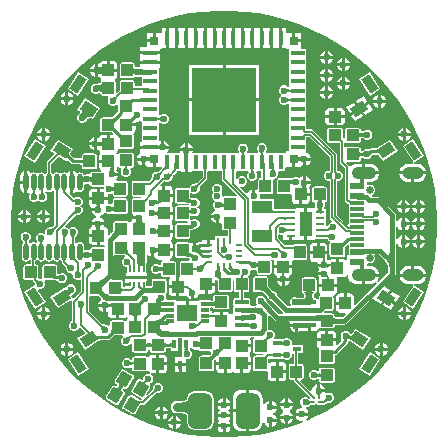
<source format=gbr>
%TF.GenerationSoftware,Altium Limited,Altium Designer,22.4.2 (48)*%
G04 Layer_Physical_Order=1*
G04 Layer_Color=255*
%FSLAX26Y26*%
%MOIN*%
%TF.SameCoordinates,EEB37D52-3F05-4F2D-94FA-AFEEE7D9EDB4*%
%TF.FilePolarity,Positive*%
%TF.FileFunction,Copper,L1,Top,Signal*%
%TF.Part,Single*%
G01*
G75*
%TA.AperFunction,SMDPad,CuDef*%
%ADD10R,0.031496X0.031496*%
%ADD11R,0.212598X0.212598*%
%TA.AperFunction,ConnectorPad*%
%ADD12R,0.047244X0.017716*%
%ADD13R,0.017716X0.047244*%
%TA.AperFunction,SMDPad,CuDef*%
G04:AMPARAMS|DCode=14|XSize=43.307mil|YSize=39.37mil|CornerRadius=2.953mil|HoleSize=0mil|Usage=FLASHONLY|Rotation=180.000|XOffset=0mil|YOffset=0mil|HoleType=Round|Shape=RoundedRectangle|*
%AMROUNDEDRECTD14*
21,1,0.043307,0.033465,0,0,180.0*
21,1,0.037401,0.039370,0,0,180.0*
1,1,0.005906,-0.018701,0.016732*
1,1,0.005906,0.018701,0.016732*
1,1,0.005906,0.018701,-0.016732*
1,1,0.005906,-0.018701,-0.016732*
%
%ADD14ROUNDEDRECTD14*%
%ADD15R,0.031496X0.009842*%
%ADD16R,0.041339X0.084646*%
%ADD17R,0.051181X0.007874*%
%ADD18R,0.007874X0.015748*%
G04:AMPARAMS|DCode=19|XSize=15.748mil|YSize=47.244mil|CornerRadius=1.968mil|HoleSize=0mil|Usage=FLASHONLY|Rotation=90.000|XOffset=0mil|YOffset=0mil|HoleType=Round|Shape=RoundedRectangle|*
%AMROUNDEDRECTD19*
21,1,0.015748,0.043307,0,0,90.0*
21,1,0.011811,0.047244,0,0,90.0*
1,1,0.003937,0.021654,0.005906*
1,1,0.003937,0.021654,-0.005906*
1,1,0.003937,-0.021654,-0.005906*
1,1,0.003937,-0.021654,0.005906*
%
%ADD19ROUNDEDRECTD19*%
G04:AMPARAMS|DCode=20|XSize=43.307mil|YSize=39.37mil|CornerRadius=2.953mil|HoleSize=0mil|Usage=FLASHONLY|Rotation=90.000|XOffset=0mil|YOffset=0mil|HoleType=Round|Shape=RoundedRectangle|*
%AMROUNDEDRECTD20*
21,1,0.043307,0.033465,0,0,90.0*
21,1,0.037401,0.039370,0,0,90.0*
1,1,0.005906,0.016732,0.018701*
1,1,0.005906,0.016732,-0.018701*
1,1,0.005906,-0.016732,-0.018701*
1,1,0.005906,-0.016732,0.018701*
%
%ADD20ROUNDEDRECTD20*%
%ADD21O,0.017716X0.055118*%
G04:AMPARAMS|DCode=22|XSize=78.74mil|YSize=118.11mil|CornerRadius=19.685mil|HoleSize=0mil|Usage=FLASHONLY|Rotation=0.000|XOffset=0mil|YOffset=0mil|HoleType=Round|Shape=RoundedRectangle|*
%AMROUNDEDRECTD22*
21,1,0.078740,0.078740,0,0,0.0*
21,1,0.039370,0.118110,0,0,0.0*
1,1,0.039370,0.019685,-0.039370*
1,1,0.039370,-0.019685,-0.039370*
1,1,0.039370,-0.019685,0.039370*
1,1,0.039370,0.019685,0.039370*
%
%ADD22ROUNDEDRECTD22*%
G04:AMPARAMS|DCode=23|XSize=43.307mil|YSize=39.37mil|CornerRadius=3.937mil|HoleSize=0mil|Usage=FLASHONLY|Rotation=90.000|XOffset=0mil|YOffset=0mil|HoleType=Round|Shape=RoundedRectangle|*
%AMROUNDEDRECTD23*
21,1,0.043307,0.031496,0,0,90.0*
21,1,0.035433,0.039370,0,0,90.0*
1,1,0.007874,0.015748,0.017717*
1,1,0.007874,0.015748,-0.017717*
1,1,0.007874,-0.015748,-0.017717*
1,1,0.007874,-0.015748,0.017717*
%
%ADD23ROUNDEDRECTD23*%
%TA.AperFunction,ConnectorPad*%
%ADD24R,0.045276X0.011811*%
%ADD25R,0.045276X0.023622*%
%TA.AperFunction,SMDPad,CuDef*%
G04:AMPARAMS|DCode=26|XSize=31.496mil|YSize=57.087mil|CornerRadius=0mil|HoleSize=0mil|Usage=FLASHONLY|Rotation=213.000|XOffset=0mil|YOffset=0mil|HoleType=Round|Shape=Rectangle|*
%AMROTATEDRECTD26*
4,1,4,-0.002338,0.032516,0.028753,-0.015361,0.002338,-0.032516,-0.028753,0.015361,-0.002338,0.032516,0.0*
%
%ADD26ROTATEDRECTD26*%

G04:AMPARAMS|DCode=27|XSize=35.433mil|YSize=50mil|CornerRadius=0mil|HoleSize=0mil|Usage=FLASHONLY|Rotation=123.000|XOffset=0mil|YOffset=0mil|HoleType=Round|Shape=Rectangle|*
%AMROTATEDRECTD27*
4,1,4,0.030616,-0.001242,-0.011318,-0.028474,-0.030616,0.001242,0.011318,0.028474,0.030616,-0.001242,0.0*
%
%ADD27ROTATEDRECTD27*%

%ADD28R,0.070866X0.039370*%
G04:AMPARAMS|DCode=29|XSize=43.307mil|YSize=39.37mil|CornerRadius=3.937mil|HoleSize=0mil|Usage=FLASHONLY|Rotation=180.000|XOffset=0mil|YOffset=0mil|HoleType=Round|Shape=RoundedRectangle|*
%AMROUNDEDRECTD29*
21,1,0.043307,0.031496,0,0,180.0*
21,1,0.035433,0.039370,0,0,180.0*
1,1,0.007874,-0.017717,0.015748*
1,1,0.007874,0.017717,0.015748*
1,1,0.007874,0.017717,-0.015748*
1,1,0.007874,-0.017717,-0.015748*
%
%ADD29ROUNDEDRECTD29*%
%ADD30R,0.023622X0.009842*%
%ADD31R,0.009842X0.023622*%
%ADD32R,0.068898X0.057087*%
%ADD33R,0.029528X0.011811*%
%ADD34R,0.031496X0.015748*%
%ADD35R,0.015748X0.031496*%
G04:AMPARAMS|DCode=36|XSize=35.433mil|YSize=50mil|CornerRadius=0mil|HoleSize=0mil|Usage=FLASHONLY|Rotation=57.000|XOffset=0mil|YOffset=0mil|HoleType=Round|Shape=Rectangle|*
%AMROTATEDRECTD36*
4,1,4,0.011318,-0.028474,-0.030616,-0.001242,-0.011318,0.028474,0.030616,0.001242,0.011318,-0.028474,0.0*
%
%ADD36ROTATEDRECTD36*%

G04:AMPARAMS|DCode=37|XSize=31.496mil|YSize=57.087mil|CornerRadius=0mil|HoleSize=0mil|Usage=FLASHONLY|Rotation=147.000|XOffset=0mil|YOffset=0mil|HoleType=Round|Shape=Rectangle|*
%AMROTATEDRECTD37*
4,1,4,0.028753,0.015361,-0.002338,-0.032516,-0.028753,-0.015361,0.002338,0.032516,0.028753,0.015361,0.0*
%
%ADD37ROTATEDRECTD37*%

%ADD38C,0.006693*%
%TA.AperFunction,ConnectorPad*%
G04:AMPARAMS|DCode=39|XSize=31.496mil|YSize=57.087mil|CornerRadius=0mil|HoleSize=0mil|Usage=FLASHONLY|Rotation=33.000|XOffset=0mil|YOffset=0mil|HoleType=Round|Shape=Rectangle|*
%AMROTATEDRECTD39*
4,1,4,0.002338,-0.032516,-0.028753,0.015361,-0.002338,0.032516,0.028753,-0.015361,0.002338,-0.032516,0.0*
%
%ADD39ROTATEDRECTD39*%

G04:AMPARAMS|DCode=40|XSize=35.433mil|YSize=50mil|CornerRadius=0mil|HoleSize=0mil|Usage=FLASHONLY|Rotation=303.000|XOffset=0mil|YOffset=0mil|HoleType=Round|Shape=Rectangle|*
%AMROTATEDRECTD40*
4,1,4,-0.030616,0.001242,0.011318,0.028474,0.030616,-0.001242,-0.011318,-0.028474,-0.030616,0.001242,0.0*
%
%ADD40ROTATEDRECTD40*%

%TA.AperFunction,SMDPad,CuDef*%
G04:AMPARAMS|DCode=41|XSize=43.307mil|YSize=39.37mil|CornerRadius=2.953mil|HoleSize=0mil|Usage=FLASHONLY|Rotation=60.000|XOffset=0mil|YOffset=0mil|HoleType=Round|Shape=RoundedRectangle|*
%AMROUNDEDRECTD41*
21,1,0.043307,0.033465,0,0,60.0*
21,1,0.037401,0.039370,0,0,60.0*
1,1,0.005906,0.023841,0.007829*
1,1,0.005906,0.005140,-0.024561*
1,1,0.005906,-0.023841,-0.007829*
1,1,0.005906,-0.005140,0.024561*
%
%ADD41ROUNDEDRECTD41*%
G04:AMPARAMS|DCode=42|XSize=43.307mil|YSize=39.37mil|CornerRadius=3.937mil|HoleSize=0mil|Usage=FLASHONLY|Rotation=60.000|XOffset=0mil|YOffset=0mil|HoleType=Round|Shape=RoundedRectangle|*
%AMROUNDEDRECTD42*
21,1,0.043307,0.031496,0,0,60.0*
21,1,0.035433,0.039370,0,0,60.0*
1,1,0.007874,0.022497,0.007469*
1,1,0.007874,0.004780,-0.023217*
1,1,0.007874,-0.022497,-0.007469*
1,1,0.007874,-0.004780,0.023217*
%
%ADD42ROUNDEDRECTD42*%
%TA.AperFunction,ConnectorPad*%
G04:AMPARAMS|DCode=43|XSize=35.433mil|YSize=50mil|CornerRadius=0mil|HoleSize=0mil|Usage=FLASHONLY|Rotation=237.000|XOffset=0mil|YOffset=0mil|HoleType=Round|Shape=Rectangle|*
%AMROTATEDRECTD43*
4,1,4,-0.011318,0.028474,0.030616,0.001242,0.011318,-0.028474,-0.030616,-0.001242,-0.011318,0.028474,0.0*
%
%ADD43ROTATEDRECTD43*%

G04:AMPARAMS|DCode=44|XSize=31.496mil|YSize=57.087mil|CornerRadius=0mil|HoleSize=0mil|Usage=FLASHONLY|Rotation=327.000|XOffset=0mil|YOffset=0mil|HoleType=Round|Shape=Rectangle|*
%AMROTATEDRECTD44*
4,1,4,-0.028753,-0.015361,0.002338,0.032516,0.028753,0.015361,-0.002338,-0.032516,-0.028753,-0.015361,0.0*
%
%ADD44ROTATEDRECTD44*%

%TA.AperFunction,Conductor*%
%ADD45C,0.005000*%
%ADD46C,0.015000*%
%ADD47C,0.020000*%
%ADD48C,0.010000*%
%ADD49C,0.030000*%
%ADD50C,0.008000*%
%ADD51C,0.025000*%
%TA.AperFunction,ComponentPad*%
%ADD52C,0.025591*%
%ADD53O,0.082677X0.041339*%
%ADD54O,0.070866X0.039370*%
%TA.AperFunction,ViaPad*%
%ADD55C,0.023622*%
G36*
X69740Y708081D02*
X115901Y702004D01*
X161566Y692920D01*
X206540Y680870D01*
X250628Y665904D01*
X293644Y648086D01*
X335402Y627493D01*
X375724Y604213D01*
X414437Y578346D01*
X451375Y550002D01*
X486381Y519303D01*
X519303Y486381D01*
X550002Y451375D01*
X578346Y414437D01*
X604213Y375724D01*
X627493Y335402D01*
X648086Y293644D01*
X665904Y250628D01*
X680870Y206540D01*
X692920Y161566D01*
X702004Y115901D01*
X708081Y69740D01*
X711126Y23280D01*
Y-23280D01*
X708081Y-69740D01*
X702004Y-115901D01*
X692920Y-161566D01*
X680870Y-206540D01*
X665904Y-250628D01*
X648086Y-293644D01*
X627493Y-335402D01*
X604213Y-375724D01*
X578346Y-414437D01*
X550002Y-451375D01*
X519303Y-486381D01*
X486381Y-519303D01*
X451375Y-550002D01*
X414437Y-578346D01*
X375724Y-604213D01*
X335402Y-627493D01*
X293644Y-648086D01*
X276381Y-655237D01*
X273548Y-650998D01*
X278333Y-646213D01*
X281380Y-638858D01*
X238305D01*
X241352Y-646213D01*
X247488Y-652349D01*
X255504Y-655669D01*
X262270D01*
X263265Y-660669D01*
X250628Y-665904D01*
X206540Y-680870D01*
X161566Y-692920D01*
X115901Y-702004D01*
X69740Y-708081D01*
X23280Y-711126D01*
X-23280D01*
X-69740Y-708081D01*
X-115901Y-702004D01*
X-161566Y-692920D01*
X-206540Y-680870D01*
X-250628Y-665904D01*
X-293644Y-648086D01*
X-335402Y-627493D01*
X-375724Y-604213D01*
X-414437Y-578346D01*
X-451375Y-550002D01*
X-486381Y-519303D01*
X-519303Y-486381D01*
X-550002Y-451375D01*
X-578346Y-414437D01*
X-604213Y-375724D01*
X-627493Y-335402D01*
X-648086Y-293644D01*
X-665904Y-250628D01*
X-680870Y-206540D01*
X-692920Y-161566D01*
X-702004Y-115901D01*
X-708081Y-69740D01*
X-711126Y-23280D01*
Y23280D01*
X-708081Y69740D01*
X-702004Y115901D01*
X-692920Y161566D01*
X-680870Y206540D01*
X-665904Y250628D01*
X-648086Y293644D01*
X-627493Y335402D01*
X-604213Y375724D01*
X-578346Y414437D01*
X-550002Y451375D01*
X-519303Y486381D01*
X-486381Y519303D01*
X-451375Y550002D01*
X-414437Y578346D01*
X-375724Y604213D01*
X-335402Y627493D01*
X-293644Y648086D01*
X-250628Y665904D01*
X-206540Y680870D01*
X-161566Y692920D01*
X-115901Y702004D01*
X-69740Y708081D01*
X-23280Y711126D01*
X23280D01*
X69740Y708081D01*
D02*
G37*
%LPC*%
G36*
X258031Y635984D02*
X237284D01*
Y615236D01*
X258031D01*
Y635984D01*
D02*
G37*
G36*
X-237284D02*
X-258031D01*
Y615236D01*
X-237284D01*
Y635984D01*
D02*
G37*
G36*
X183976Y653701D02*
X162480D01*
Y620079D01*
Y586457D01*
X183976D01*
Y620079D01*
Y653701D01*
D02*
G37*
G36*
X152480D02*
X130984D01*
Y620079D01*
Y586457D01*
X152480D01*
Y620079D01*
Y653701D01*
D02*
G37*
G36*
X120984D02*
X99488D01*
Y620079D01*
Y586457D01*
X120984D01*
Y620079D01*
Y653701D01*
D02*
G37*
G36*
X89488D02*
X67992D01*
Y620079D01*
Y586457D01*
X89488D01*
Y620079D01*
Y653701D01*
D02*
G37*
G36*
X57992D02*
X36496D01*
Y620079D01*
Y586457D01*
X57992D01*
Y620079D01*
Y653701D01*
D02*
G37*
G36*
X26496D02*
X5000D01*
Y620079D01*
Y586457D01*
X26496D01*
Y620079D01*
Y653701D01*
D02*
G37*
G36*
X-5000D02*
X-26496D01*
Y620079D01*
Y586457D01*
X-5000D01*
Y620079D01*
Y653701D01*
D02*
G37*
G36*
X-36496D02*
X-57992D01*
Y620079D01*
Y586457D01*
X-36496D01*
Y620079D01*
Y653701D01*
D02*
G37*
G36*
X-67992D02*
X-89488D01*
Y620079D01*
Y586457D01*
X-67992D01*
Y620079D01*
Y653701D01*
D02*
G37*
G36*
X-99488D02*
X-120984D01*
Y620079D01*
Y586457D01*
X-99488D01*
Y620079D01*
Y653701D01*
D02*
G37*
G36*
X-130984D02*
X-152480D01*
Y620079D01*
Y586457D01*
X-130984D01*
Y620079D01*
Y653701D01*
D02*
G37*
G36*
X-162480D02*
X-183976D01*
Y620079D01*
Y586457D01*
X-162480D01*
Y620079D01*
Y653701D01*
D02*
G37*
G36*
X-193976D02*
X-207835D01*
Y635984D01*
X-227284D01*
Y610236D01*
X-232284D01*
Y605236D01*
X-258031D01*
Y589724D01*
X-279685D01*
Y575866D01*
X-246063D01*
X-212441D01*
Y584488D01*
X-206536D01*
Y586457D01*
X-193976D01*
Y620079D01*
Y653701D01*
D02*
G37*
G36*
X347520Y576655D02*
Y560118D01*
X364057D01*
X361010Y567473D01*
X354875Y573609D01*
X347520Y576655D01*
D02*
G37*
G36*
X337520D02*
X330165Y573609D01*
X324029Y567473D01*
X320983Y560118D01*
X337520D01*
Y576655D01*
D02*
G37*
G36*
X-212441Y565866D02*
X-246063D01*
X-279685D01*
Y552008D01*
Y544370D01*
X-246063D01*
X-212441D01*
Y552008D01*
Y565866D01*
D02*
G37*
G36*
X402638Y553033D02*
Y536496D01*
X419175D01*
X416128Y543851D01*
X409993Y549987D01*
X402638Y553033D01*
D02*
G37*
G36*
X392638D02*
X385283Y549987D01*
X379147Y543851D01*
X376101Y536496D01*
X392638D01*
Y553033D01*
D02*
G37*
G36*
X364057Y550118D02*
X347520D01*
Y533581D01*
X354875Y536628D01*
X361010Y542763D01*
X364057Y550118D01*
D02*
G37*
G36*
X337520D02*
X320983D01*
X324029Y542763D01*
X330165Y536628D01*
X337520Y533581D01*
Y550118D01*
D02*
G37*
G36*
X-430000Y533537D02*
X-437355Y530490D01*
X-443490Y524355D01*
X-446537Y517000D01*
X-430000D01*
Y533537D01*
D02*
G37*
G36*
X-370079Y543737D02*
X-380827D01*
Y516811D01*
X-355869D01*
Y529528D01*
X-356950Y534965D01*
X-360031Y539576D01*
X-364641Y542656D01*
X-370079Y543737D01*
D02*
G37*
G36*
X419175Y526496D02*
X402638D01*
Y509959D01*
X409993Y513006D01*
X416128Y519141D01*
X419175Y526496D01*
D02*
G37*
G36*
X392638D02*
X376101D01*
X379147Y519141D01*
X385283Y513006D01*
X392638Y509959D01*
Y526496D01*
D02*
G37*
G36*
X347520Y517600D02*
Y501063D01*
X364057D01*
X361010Y508418D01*
X354875Y514553D01*
X347520Y517600D01*
D02*
G37*
G36*
X337520D02*
X330165Y514553D01*
X324029Y508418D01*
X320983Y501063D01*
X337520D01*
Y517600D01*
D02*
G37*
G36*
X-430000Y507000D02*
X-446537D01*
X-443490Y499645D01*
X-437355Y493510D01*
X-430000Y490463D01*
Y507000D01*
D02*
G37*
G36*
X364057Y491063D02*
X347520D01*
Y474526D01*
X354875Y477572D01*
X361010Y483708D01*
X364057Y491063D01*
D02*
G37*
G36*
X337520D02*
X320983D01*
X324029Y483708D01*
X330165Y477572D01*
X337520Y474526D01*
Y491063D01*
D02*
G37*
G36*
X402638Y490041D02*
Y473504D01*
X419175D01*
X416128Y480859D01*
X409993Y486994D01*
X402638Y490041D01*
D02*
G37*
G36*
X392638D02*
X385283Y486994D01*
X379147Y480859D01*
X376101Y473504D01*
X392638D01*
Y490041D01*
D02*
G37*
G36*
X207835Y653701D02*
X193976D01*
Y620079D01*
Y586457D01*
X206536D01*
Y584488D01*
X217441D01*
Y558228D01*
X217441Y557008D01*
Y553228D01*
X217441Y552008D01*
Y526732D01*
X217441Y525512D01*
Y521732D01*
X217441Y520512D01*
Y495236D01*
X217441Y494016D01*
Y490236D01*
X217441Y489016D01*
Y463740D01*
X217441Y462520D01*
Y458740D01*
X212441Y457245D01*
X212036Y457408D01*
X210310Y459134D01*
X204131Y461693D01*
X197444D01*
X191265Y459134D01*
X186536Y454404D01*
X183976Y448226D01*
Y441538D01*
X186536Y435359D01*
X189554Y432341D01*
X190720Y429134D01*
X189554Y425927D01*
X186536Y422908D01*
X183976Y416730D01*
Y410042D01*
X186536Y403863D01*
X191265Y399134D01*
X197444Y396575D01*
X204131D01*
X210310Y399134D01*
X211995Y400819D01*
X212441Y400987D01*
X217441Y399528D01*
Y395748D01*
X217441Y394527D01*
Y369252D01*
X217441Y368031D01*
Y364252D01*
X217441Y363031D01*
Y337756D01*
X217441Y336536D01*
Y332756D01*
X217441Y331535D01*
Y306260D01*
X217441Y305040D01*
X217441D01*
Y301260D01*
X217441D01*
Y274764D01*
X217441Y273543D01*
Y269764D01*
X217441Y268543D01*
Y242283D01*
X206536D01*
Y238451D01*
X202835Y235315D01*
X201535Y235315D01*
X175118D01*
X175118Y235315D01*
X171338D01*
Y235315D01*
X170118Y235315D01*
X143622D01*
Y235315D01*
X139842D01*
X138347Y240315D01*
X138510Y240720D01*
X140236Y242446D01*
X142795Y248625D01*
Y255312D01*
X140236Y261491D01*
X135507Y266220D01*
X129328Y268779D01*
X122640D01*
X116462Y266220D01*
X111733Y261491D01*
X109173Y255312D01*
Y248625D01*
X111733Y242446D01*
X113418Y240761D01*
X113586Y240315D01*
X112126Y235315D01*
X108346D01*
X107126Y235315D01*
X81850D01*
X80630Y235315D01*
X76850D01*
X75591Y238963D01*
X75487Y240315D01*
X76942Y241770D01*
X79502Y247949D01*
Y254637D01*
X76942Y260816D01*
X72213Y265545D01*
X66035Y268104D01*
X59347D01*
X53168Y265545D01*
X48439Y260816D01*
X45880Y254637D01*
Y247949D01*
X48439Y241770D01*
X49895Y240315D01*
X49769Y238372D01*
X49134Y235315D01*
X45354D01*
X44134Y235315D01*
X17638D01*
Y235315D01*
X13858D01*
Y235315D01*
X-12638D01*
X-13858Y235315D01*
X-17638D01*
X-18858Y235315D01*
X-44134D01*
X-45354Y235315D01*
X-49134D01*
X-50354Y235315D01*
X-75630D01*
X-76850Y235315D01*
X-80630D01*
X-81850Y235315D01*
X-102232D01*
X-105573Y240315D01*
X-104447Y243031D01*
X-147521D01*
X-146396Y240315D01*
X-149737Y235315D01*
X-170118D01*
X-171338Y235315D01*
Y235315D01*
X-175118D01*
Y235315D01*
X-187399D01*
X-189470Y240315D01*
X-186234Y243551D01*
X-183187Y250905D01*
X-204724D01*
Y255905D01*
X-209724D01*
Y277442D01*
X-212441Y276317D01*
X-217441Y279658D01*
Y300039D01*
X-217441Y301260D01*
Y305039D01*
X-217441Y306260D01*
Y331535D01*
X-217441Y332756D01*
Y336536D01*
X-212441Y338031D01*
X-212036Y337868D01*
X-210310Y336142D01*
X-204131Y333583D01*
X-197444D01*
X-191265Y336142D01*
X-186536Y340871D01*
X-183976Y347050D01*
Y353738D01*
X-186536Y359916D01*
X-191265Y364645D01*
X-197444Y367205D01*
X-204131D01*
X-210310Y364645D01*
X-211995Y362960D01*
X-212441Y362792D01*
X-217441Y364252D01*
Y368032D01*
X-217441D01*
Y395748D01*
X-217441D01*
Y399528D01*
X-217441D01*
Y426024D01*
X-217441Y427244D01*
Y431024D01*
X-217441Y432244D01*
Y457520D01*
X-217441Y458740D01*
Y462520D01*
X-217441Y463740D01*
Y489016D01*
X-217441Y490236D01*
Y494016D01*
X-217441Y495236D01*
Y520512D01*
X-212441D01*
Y534370D01*
X-246063D01*
X-279685D01*
Y527374D01*
X-283842Y524596D01*
X-284058Y524685D01*
X-290745D01*
X-293127Y523698D01*
X-293415Y523733D01*
X-297974Y526512D01*
Y529528D01*
X-298668Y533014D01*
X-300643Y535971D01*
X-303600Y537946D01*
X-307087Y538640D01*
X-338583D01*
X-342070Y537946D01*
X-345026Y535971D01*
X-347001Y533014D01*
X-347695Y529528D01*
Y494094D01*
X-347001Y490608D01*
X-345026Y487651D01*
X-342070Y485676D01*
X-338583Y484982D01*
X-307087D01*
X-303600Y485676D01*
X-300643Y487651D01*
X-298668Y490607D01*
X-293271Y492109D01*
X-290745Y491063D01*
X-284058D01*
X-279281Y493041D01*
X-278273Y493255D01*
X-274685Y489829D01*
X-274685Y489016D01*
Y463671D01*
X-274827Y462363D01*
X-277986Y458887D01*
X-297483D01*
X-297994Y459114D01*
Y471457D01*
X-298611Y474560D01*
X-300369Y477190D01*
X-303000Y478948D01*
X-306103Y479565D01*
X-339567D01*
X-342670Y478948D01*
X-345300Y477190D01*
X-347058Y474560D01*
X-347675Y471457D01*
Y443526D01*
X-347713Y443510D01*
X-349342Y443186D01*
X-351823Y441528D01*
X-351823Y441528D01*
X-355986Y437365D01*
X-360986Y439436D01*
Y471457D01*
X-361603Y474560D01*
X-362934Y476551D01*
X-362962Y476623D01*
X-363055Y478764D01*
X-362327Y482512D01*
X-360031Y484046D01*
X-356950Y488657D01*
X-355869Y494094D01*
Y506811D01*
X-385827D01*
Y511811D01*
X-390827D01*
Y543737D01*
X-401575D01*
X-407013Y542656D01*
X-411623Y539576D01*
X-414703Y534966D01*
X-418521Y532924D01*
X-420000Y533537D01*
Y522090D01*
X-417696Y522280D01*
X-414691Y522749D01*
X-412086Y523405D01*
X-409880Y524249D01*
X-408075Y525279D01*
X-406669Y526498D01*
X-405663Y527904D01*
X-405058Y529497D01*
X-404851Y531278D01*
X-404978Y492533D01*
X-405172Y494314D01*
X-405765Y495907D01*
X-406759Y497313D01*
X-408152Y498531D01*
X-409945Y499562D01*
X-412137Y500406D01*
X-414730Y501062D01*
X-417722Y501531D01*
X-420000Y501719D01*
Y490463D01*
X-418920Y490910D01*
X-414703Y488656D01*
X-411623Y484046D01*
X-409327Y482513D01*
X-408599Y478764D01*
X-408692Y476623D01*
X-408720Y476551D01*
X-408834Y476380D01*
X-408947Y476333D01*
X-409081Y476010D01*
X-410050Y474560D01*
X-410252Y473545D01*
X-410501Y473091D01*
X-410631Y471891D01*
X-410775Y471498D01*
X-411028Y471130D01*
X-411562Y470650D01*
X-412545Y470068D01*
X-414057Y469469D01*
X-416107Y468935D01*
X-418674Y468521D01*
X-421738Y468260D01*
X-425402Y468166D01*
X-425987Y467906D01*
X-426464Y467811D01*
X-431344D01*
X-437523Y465252D01*
X-442252Y460523D01*
X-444811Y454344D01*
Y447656D01*
X-442252Y441477D01*
X-437523Y436748D01*
X-431344Y434189D01*
X-424656D01*
X-418477Y436748D01*
X-418296Y436930D01*
X-416107Y436577D01*
X-414057Y436042D01*
X-412545Y435443D01*
X-411562Y434862D01*
X-411028Y434382D01*
X-410775Y434014D01*
X-410631Y433621D01*
X-410501Y432421D01*
X-410252Y431967D01*
X-410050Y430952D01*
X-409081Y429501D01*
X-408947Y429179D01*
X-408834Y429132D01*
X-408293Y428322D01*
X-405662Y426564D01*
X-402559Y425947D01*
X-387435D01*
X-385364Y420947D01*
X-385452Y420859D01*
X-388011Y414680D01*
Y407993D01*
X-385452Y401814D01*
X-380723Y397085D01*
X-374544Y394526D01*
X-367856D01*
X-361678Y397085D01*
X-358600Y400162D01*
X-353600Y398091D01*
Y379121D01*
X-353621Y379016D01*
Y375365D01*
X-367445Y361541D01*
X-367924Y361363D01*
X-371760Y357795D01*
X-373243Y356602D01*
X-374536Y355695D01*
X-374788Y355549D01*
X-378207D01*
X-378380Y355621D01*
X-378553Y355549D01*
X-379232D01*
X-379243Y355552D01*
X-379247Y355549D01*
X-404527D01*
X-407630Y354932D01*
X-410261Y353174D01*
X-412019Y350544D01*
X-412636Y347441D01*
Y313976D01*
X-412019Y310873D01*
X-410261Y308243D01*
X-407630Y306485D01*
X-404527Y305868D01*
X-379247D01*
X-379243Y305865D01*
X-379232Y305868D01*
X-378553D01*
X-378380Y305796D01*
X-378207Y305868D01*
X-374788D01*
X-374536Y305722D01*
X-373303Y304857D01*
X-370711Y302655D01*
X-371130Y300078D01*
X-372638Y297655D01*
X-380827D01*
Y267716D01*
X-390827D01*
Y297655D01*
X-404527D01*
X-409581Y296650D01*
X-413866Y293787D01*
X-416729Y289503D01*
X-420224Y287634D01*
X-424134Y289253D01*
Y267716D01*
Y246179D01*
X-420224Y247799D01*
X-416729Y245930D01*
X-413866Y241646D01*
X-413681Y241522D01*
X-411897Y236701D01*
X-414760Y232416D01*
X-415766Y227362D01*
Y213661D01*
X-385827D01*
Y203661D01*
X-415766D01*
Y189961D01*
X-414760Y184907D01*
X-411897Y180622D01*
X-410168Y179466D01*
X-411684Y174466D01*
X-436850D01*
X-440337Y173773D01*
X-443294Y171798D01*
X-445269Y168841D01*
X-445394Y168215D01*
X-450297Y165142D01*
X-450962Y165109D01*
X-452656Y165811D01*
X-459344D01*
X-463214Y164208D01*
X-466601Y163982D01*
X-469738Y166107D01*
X-471308Y168456D01*
X-475892Y171519D01*
X-481299Y172594D01*
X-486706Y171519D01*
X-491010Y168643D01*
X-493294Y172060D01*
X-499532Y176229D01*
X-501890Y176698D01*
Y139764D01*
Y102830D01*
X-499532Y103299D01*
X-493294Y107467D01*
X-491010Y110885D01*
X-486706Y108009D01*
X-481299Y106933D01*
X-475892Y108009D01*
X-471308Y111072D01*
X-468245Y115656D01*
X-467170Y121063D01*
Y130018D01*
X-462169Y133359D01*
X-459344Y132189D01*
X-452656D01*
X-450856Y132935D01*
X-445269Y130371D01*
X-443294Y127415D01*
X-440337Y125440D01*
X-436850Y124746D01*
X-402749D01*
X-400649Y123038D01*
X-400395Y121082D01*
X-404161Y116572D01*
X-414134D01*
Y91614D01*
X-387207D01*
Y99980D01*
X-385234Y101299D01*
X-378546D01*
X-376298Y102231D01*
X-371620Y99591D01*
X-371202Y98929D01*
X-370680Y96306D01*
X-368923Y93676D01*
X-366292Y91918D01*
X-363189Y91301D01*
X-329724D01*
X-326622Y91918D01*
X-323991Y93676D01*
X-322233Y96306D01*
X-321616Y99409D01*
Y136811D01*
X-322233Y139914D01*
X-323991Y142544D01*
X-326622Y144302D01*
X-329724Y144919D01*
X-356534D01*
X-358605Y149919D01*
X-355525Y152999D01*
X-352479Y160354D01*
X-374016D01*
Y170354D01*
X-352479D01*
X-355525Y177709D01*
X-359228Y181412D01*
X-356893Y184907D01*
X-356167Y188558D01*
X-351873Y189935D01*
X-350901Y189929D01*
X-348575Y188375D01*
X-345472Y187758D01*
X-344106D01*
X-344070Y187726D01*
X-342012Y182758D01*
X-342024Y182746D01*
X-344583Y176567D01*
Y169879D01*
X-342024Y163700D01*
X-337295Y158971D01*
X-331116Y156412D01*
X-324428D01*
X-318249Y158971D01*
X-313520Y163700D01*
X-310961Y169879D01*
Y176567D01*
X-313520Y182746D01*
X-313532Y182758D01*
X-311461Y187758D01*
X-308071D01*
X-304968Y188375D01*
X-302337Y190133D01*
X-300580Y192763D01*
X-299962Y195866D01*
Y229331D01*
X-300580Y232434D01*
X-302337Y235064D01*
X-304968Y236822D01*
X-308071Y237439D01*
X-345472D01*
X-348575Y236822D01*
X-351206Y235064D01*
X-351978Y233909D01*
X-356831Y233822D01*
X-359243Y238088D01*
X-357972Y241522D01*
X-357788Y241646D01*
X-354925Y245930D01*
X-354243Y249356D01*
X-350322Y251425D01*
X-348920Y251597D01*
X-348575Y251367D01*
X-345472Y250750D01*
X-308071D01*
X-304968Y251367D01*
X-302337Y253125D01*
X-300580Y255755D01*
X-299962Y258858D01*
Y292323D01*
X-300580Y295426D01*
X-301910Y297417D01*
X-301938Y297489D01*
X-302031Y299630D01*
X-301303Y303379D01*
X-299007Y304913D01*
X-295927Y309523D01*
X-294845Y314961D01*
Y325709D01*
X-326772D01*
Y335709D01*
X-294845D01*
Y340394D01*
X-287000D01*
X-279685Y343424D01*
X-274685Y341480D01*
X-274685Y332756D01*
X-274685Y331535D01*
Y306260D01*
X-274685Y305039D01*
Y301260D01*
X-274685Y300039D01*
Y274764D01*
X-279685D01*
Y260906D01*
X-246063D01*
Y250905D01*
X-279685D01*
Y237047D01*
X-282064Y233033D01*
X-286207Y228890D01*
X-289253Y221535D01*
X-267716D01*
Y216535D01*
X-262716D01*
Y194998D01*
X-262189Y195217D01*
X-258031Y192439D01*
Y190787D01*
X-237284D01*
Y216535D01*
X-227284D01*
Y190787D01*
X-208389D01*
X-206848Y188965D01*
X-205672Y186848D01*
X-205506Y186214D01*
X-215451Y176269D01*
X-215997Y176082D01*
X-216454Y175680D01*
X-216721Y175498D01*
X-217082Y175307D01*
X-217560Y175117D01*
X-218169Y174938D01*
X-218913Y174786D01*
X-219714Y174684D01*
X-222030Y174609D01*
X-223347Y174669D01*
X-224394Y174291D01*
X-227753D01*
X-233932Y171732D01*
X-238661Y167003D01*
X-241220Y160824D01*
Y158441D01*
X-241629Y157539D01*
X-241722Y154707D01*
X-241831Y153694D01*
X-241989Y152756D01*
X-242179Y151956D01*
X-242390Y151298D01*
X-242609Y150775D01*
X-242821Y150383D01*
X-243013Y150103D01*
X-243409Y149655D01*
X-243597Y149107D01*
X-250746Y141958D01*
X-258121D01*
X-258717Y142221D01*
X-259439Y142238D01*
X-259935Y142276D01*
X-260324Y142330D01*
X-260596Y142387D01*
X-260750Y142433D01*
X-260873Y142521D01*
X-260952Y142540D01*
X-261165Y142959D01*
X-262058Y143252D01*
X-263629Y144302D01*
X-266732Y144919D01*
X-300197D01*
X-303300Y144302D01*
X-305930Y142544D01*
X-307688Y139914D01*
X-308305Y136811D01*
Y99409D01*
X-307688Y96306D01*
X-305930Y93676D01*
X-303300Y91918D01*
X-300197Y91301D01*
X-275065D01*
X-272419Y86301D01*
X-272716Y85864D01*
X-300197D01*
X-303300Y85247D01*
X-305930Y83489D01*
X-307688Y80859D01*
X-308305Y77756D01*
Y40354D01*
X-307688Y37251D01*
X-305930Y34621D01*
X-303300Y32863D01*
X-302561Y31481D01*
X-305001Y25590D01*
X-283464D01*
Y20590D01*
X-273464D01*
X-273397Y17395D01*
X-272861Y12013D01*
X-272393Y9826D01*
X-271790Y7976D01*
X-271053Y6463D01*
X-270182Y5285D01*
X-269177Y4444D01*
X-268038Y3940D01*
X-266766Y3772D01*
X-300163D01*
X-298890Y3940D01*
X-297752Y4444D01*
X-296747Y5285D01*
X-295876Y6463D01*
X-295139Y7976D01*
X-294536Y9826D01*
X-294067Y12013D01*
X-293732Y14536D01*
X-293658Y15591D01*
X-305303D01*
X-306619Y13128D01*
X-311229Y10048D01*
X-312763Y7752D01*
X-316512Y7024D01*
X-318653Y7117D01*
X-318724Y7145D01*
X-320716Y8476D01*
X-323819Y9093D01*
X-361220D01*
X-364323Y8476D01*
X-366954Y6718D01*
X-368712Y4087D01*
X-369329Y984D01*
Y-13293D01*
X-369332Y-13299D01*
X-369329Y-13313D01*
Y-13982D01*
X-369401Y-14155D01*
X-369329Y-14329D01*
Y-20404D01*
X-369904Y-21400D01*
X-371333Y-23444D01*
X-375747Y-28648D01*
X-378608Y-31608D01*
X-378761Y-31996D01*
X-382588Y-35824D01*
X-387207Y-33910D01*
Y-23622D01*
X-388289Y-18184D01*
X-391369Y-13574D01*
X-395979Y-10494D01*
X-396511Y-10388D01*
X-398868Y-5978D01*
X-398463Y-5000D01*
X-441537D01*
X-440583Y-7303D01*
X-442288Y-10494D01*
X-446898Y-13574D01*
X-449979Y-18184D01*
X-451060Y-23622D01*
Y-34370D01*
X-419134D01*
Y-39370D01*
X-414134D01*
Y-69328D01*
X-401417D01*
X-400541Y-69154D01*
X-395972Y-72433D01*
X-395733Y-74289D01*
X-396242Y-76598D01*
X-398886Y-78006D01*
X-401417Y-77502D01*
X-436850D01*
X-440337Y-78196D01*
X-443294Y-80171D01*
X-445269Y-83127D01*
X-450803Y-85957D01*
X-452656Y-85189D01*
X-459344D01*
X-462169Y-86359D01*
X-467170Y-83019D01*
Y-73819D01*
X-468245Y-68412D01*
X-471308Y-63828D01*
X-475892Y-60765D01*
X-481299Y-59689D01*
X-486706Y-60765D01*
X-491208Y-63773D01*
X-491301Y-63828D01*
X-492591Y-63867D01*
X-494730Y-62574D01*
X-497223Y-59709D01*
Y-47679D01*
X-497041Y-47395D01*
X-497110Y-47081D01*
X-496969Y-46794D01*
X-496929Y-46172D01*
X-496874Y-45890D01*
X-496769Y-45572D01*
X-496594Y-45198D01*
X-496327Y-44758D01*
X-495947Y-44252D01*
X-495439Y-43687D01*
X-494794Y-43075D01*
X-494005Y-42422D01*
X-492954Y-41654D01*
X-492617Y-41101D01*
X-488598Y-37082D01*
X-486038Y-30903D01*
Y-24215D01*
X-488598Y-18037D01*
X-493327Y-13307D01*
X-499506Y-10748D01*
X-506193D01*
X-512372Y-13307D01*
X-513894Y-14829D01*
X-517160Y-17979D01*
X-520427Y-14829D01*
X-521949Y-13307D01*
X-528128Y-10748D01*
X-530117Y-5748D01*
X-497048Y27322D01*
X-496502Y27508D01*
X-496047Y27909D01*
X-495777Y28093D01*
X-495409Y28288D01*
X-494925Y28483D01*
X-494306Y28667D01*
X-493552Y28825D01*
X-492740Y28935D01*
X-490406Y29030D01*
X-489078Y28982D01*
X-488036Y29370D01*
X-484845D01*
X-478666Y31930D01*
X-473937Y36658D01*
X-471378Y42837D01*
Y49525D01*
X-473937Y55704D01*
X-475459Y57226D01*
X-478609Y60492D01*
X-475459Y63758D01*
X-473937Y65281D01*
X-471378Y71459D01*
Y78147D01*
X-473937Y84326D01*
X-478666Y89055D01*
X-484845Y91614D01*
X-491533D01*
X-497712Y89055D01*
X-500574Y86192D01*
X-512170Y97787D01*
X-511890Y98311D01*
Y139764D01*
Y176698D01*
X-514248Y176229D01*
X-520486Y172060D01*
X-522769Y168643D01*
X-527073Y171519D01*
X-532480Y172594D01*
X-537888Y171519D01*
X-542471Y168456D01*
X-542776Y168001D01*
X-547776D01*
X-548080Y168456D01*
X-552664Y171519D01*
X-558071Y172594D01*
X-563478Y171519D01*
X-568062Y168456D01*
X-568366Y168001D01*
X-573366D01*
X-573670Y168456D01*
X-574854Y169247D01*
X-574901Y169360D01*
X-575224Y169494D01*
X-575612Y169753D01*
X-575730Y170985D01*
X-575750Y171986D01*
X-576014Y172588D01*
Y199885D01*
X-552081Y223818D01*
X-551476Y224051D01*
X-550880Y224617D01*
X-550697Y224773D01*
X-528304Y210231D01*
X-528053Y210619D01*
X-527202Y211206D01*
X-523827Y212036D01*
X-521767Y211739D01*
X-521597Y211707D01*
X-511341Y201452D01*
X-508034Y199242D01*
X-504132Y198465D01*
X-479062D01*
X-478580Y198251D01*
X-476821Y198206D01*
X-475473Y198088D01*
X-474416Y197914D01*
X-473679Y197718D01*
X-473660Y197710D01*
Y189961D01*
X-473043Y186858D01*
X-471285Y184227D01*
X-468654Y182469D01*
X-465551Y181852D01*
X-432087D01*
X-428984Y182469D01*
X-426353Y184227D01*
X-424595Y186858D01*
X-423978Y189961D01*
Y227362D01*
X-424595Y230465D01*
X-426353Y233096D01*
X-428984Y234853D01*
X-432087Y235471D01*
X-465551D01*
X-468654Y234853D01*
X-471285Y233096D01*
X-473043Y230465D01*
X-473660Y227362D01*
Y219613D01*
X-473679Y219605D01*
X-474416Y219409D01*
X-475473Y219235D01*
X-476821Y219117D01*
X-478580Y219072D01*
X-479062Y218857D01*
X-499909D01*
X-509138Y228087D01*
X-509327Y228579D01*
X-510549Y229866D01*
X-511454Y230939D01*
X-512134Y231874D01*
X-512595Y232643D01*
X-512857Y233214D01*
X-512958Y233545D01*
X-512828Y233795D01*
X-512803Y234101D01*
X-503560Y248334D01*
X-553880Y281012D01*
X-578625Y242909D01*
X-568357Y236242D01*
X-567685Y229843D01*
X-589069Y208459D01*
X-590726Y205979D01*
X-591308Y203052D01*
Y172588D01*
X-591572Y171986D01*
X-591594Y170908D01*
X-591647Y170121D01*
X-591693Y169765D01*
X-592099Y169494D01*
X-592422Y169360D01*
X-592468Y169247D01*
X-593372Y168643D01*
X-594781Y168001D01*
X-598957D01*
X-599261Y168456D01*
X-603845Y171519D01*
X-609252Y172594D01*
X-614659Y171519D01*
X-619243Y168456D01*
X-619547Y168001D01*
X-624547D01*
X-624851Y168456D01*
X-629435Y171519D01*
X-634842Y172594D01*
X-640250Y171519D01*
X-644553Y168643D01*
X-646837Y172060D01*
X-653075Y176229D01*
X-655433Y176698D01*
Y139764D01*
Y102830D01*
X-653075Y103299D01*
X-648286Y100485D01*
X-648110Y100074D01*
X-650669Y93895D01*
Y87207D01*
X-648110Y81029D01*
X-643381Y76300D01*
X-637202Y73740D01*
X-630514D01*
X-624336Y76300D01*
X-622814Y77822D01*
X-619547Y80971D01*
X-616281Y77822D01*
X-614759Y76300D01*
X-608580Y73740D01*
X-601892D01*
X-595714Y76300D01*
X-590985Y81029D01*
X-588425Y87207D01*
Y93895D01*
X-590985Y100074D01*
X-594984Y104073D01*
X-595326Y104635D01*
X-595628Y104856D01*
X-595969Y108579D01*
X-595282Y108952D01*
X-591750Y109800D01*
X-589069Y108009D01*
X-583661Y106933D01*
X-578254Y108009D01*
X-573670Y111072D01*
X-573366Y111527D01*
X-568366D01*
X-568062Y111072D01*
X-566878Y110281D01*
X-566831Y110167D01*
X-566509Y110034D01*
X-566120Y109774D01*
X-566002Y108542D01*
X-565982Y107542D01*
X-565718Y106939D01*
Y-3722D01*
X-570367Y-8371D01*
X-570914Y-8559D01*
X-571364Y-8955D01*
X-571644Y-9148D01*
X-572035Y-9360D01*
X-572558Y-9578D01*
X-573216Y-9789D01*
X-574016Y-9979D01*
X-574884Y-10125D01*
X-577304Y-10322D01*
X-578680Y-10337D01*
X-579643Y-10748D01*
X-582084D01*
X-588263Y-13307D01*
X-592992Y-18037D01*
X-595551Y-24215D01*
Y-30903D01*
X-595423Y-31212D01*
X-599662Y-34044D01*
X-600714Y-32992D01*
X-606892Y-30433D01*
X-613580D01*
X-619759Y-32992D01*
X-624488Y-37721D01*
X-627047Y-43900D01*
Y-50588D01*
X-624488Y-56767D01*
X-623708Y-57547D01*
X-623931Y-60233D01*
X-627707Y-61778D01*
X-627947Y-61759D01*
X-629435Y-60765D01*
X-634842Y-59689D01*
X-640250Y-60765D01*
X-644834Y-63828D01*
X-645138Y-64283D01*
X-649313D01*
X-650722Y-63641D01*
X-650730Y-63636D01*
X-651258Y-58615D01*
X-650932Y-57576D01*
X-649739Y-56069D01*
X-648789Y-55018D01*
X-648477Y-54141D01*
X-647166Y-52830D01*
X-644606Y-46651D01*
Y-39963D01*
X-647166Y-33785D01*
X-651895Y-29055D01*
X-658073Y-26496D01*
X-664761D01*
X-670940Y-29055D01*
X-675669Y-33785D01*
X-678228Y-39963D01*
Y-46651D01*
X-675669Y-52830D01*
X-673494Y-55005D01*
X-673039Y-56016D01*
X-672015Y-56983D01*
X-671207Y-57823D01*
X-670639Y-58484D01*
X-670527Y-58858D01*
X-670424Y-63828D01*
X-673487Y-68412D01*
X-674563Y-73819D01*
Y-111221D01*
X-673487Y-116628D01*
X-670424Y-121212D01*
X-665840Y-124275D01*
X-660433Y-125350D01*
X-655026Y-124275D01*
X-650722Y-121399D01*
X-650496Y-121249D01*
X-650318Y-121171D01*
X-649867Y-121020D01*
X-645291Y-121194D01*
X-644700Y-121619D01*
X-644585Y-122901D01*
X-644565Y-123954D01*
X-644301Y-124558D01*
Y-134097D01*
X-644528Y-134608D01*
X-660275D01*
X-663378Y-135225D01*
X-666009Y-136983D01*
X-667767Y-139614D01*
X-668384Y-142717D01*
Y-180118D01*
X-667767Y-183221D01*
X-666009Y-185852D01*
X-663378Y-187609D01*
X-660275Y-188227D01*
X-635744D01*
X-635500Y-189452D01*
X-633843Y-191932D01*
X-633361Y-192414D01*
X-633173Y-192962D01*
X-632777Y-193411D01*
X-632584Y-193691D01*
X-632373Y-194083D01*
X-632154Y-194605D01*
X-631943Y-195263D01*
X-631753Y-196063D01*
X-631607Y-196931D01*
X-631410Y-199351D01*
X-631405Y-199787D01*
X-631540Y-204510D01*
X-666341Y-227111D01*
X-629803Y-283374D01*
X-595002Y-260774D01*
X-620264Y-221872D01*
X-618414Y-218994D01*
X-617078Y-217598D01*
X-610829D01*
X-604651Y-215039D01*
X-599922Y-210310D01*
X-597362Y-204131D01*
Y-197444D01*
X-599229Y-192938D01*
X-598336Y-190777D01*
X-596810Y-188738D01*
X-596180Y-188227D01*
X-566068D01*
X-565866Y-188267D01*
X-559945D01*
X-558679Y-188297D01*
X-558275Y-188480D01*
X-557250Y-188513D01*
X-556523Y-188587D01*
X-555926Y-188697D01*
X-555457Y-188828D01*
X-555108Y-188964D01*
X-554861Y-189094D01*
X-554692Y-189211D01*
X-554569Y-189323D01*
X-554465Y-189445D01*
X-554177Y-189886D01*
X-553830Y-190123D01*
X-553622Y-190625D01*
X-548893Y-195354D01*
X-542714Y-197913D01*
X-536026D01*
X-529847Y-195354D01*
X-525119Y-190625D01*
X-522559Y-184446D01*
Y-177758D01*
X-525119Y-171580D01*
X-529847Y-166851D01*
X-536026Y-164291D01*
X-542714D01*
X-547071Y-166096D01*
X-547989Y-166194D01*
X-548560Y-166505D01*
X-549015Y-166712D01*
X-549533Y-166908D01*
X-550050Y-167067D01*
X-550720Y-167214D01*
X-553927Y-165567D01*
X-554135Y-165404D01*
X-555710Y-163657D01*
Y-142717D01*
X-556327Y-139614D01*
X-558085Y-136983D01*
X-560716Y-135225D01*
X-563819Y-134608D01*
X-597283D01*
X-600386Y-135225D01*
X-603017Y-136983D01*
X-604775Y-139614D01*
X-605392Y-142717D01*
Y-180118D01*
X-605240Y-180879D01*
X-609442Y-184551D01*
X-610829Y-183976D01*
X-613213D01*
X-614114Y-183568D01*
X-614289Y-183562D01*
X-618702Y-180118D01*
Y-142717D01*
X-619320Y-139614D01*
X-621077Y-136983D01*
X-623708Y-135225D01*
X-626811Y-134608D01*
X-628779D01*
X-629007Y-134097D01*
Y-126381D01*
X-628878Y-126200D01*
X-628974Y-125633D01*
X-628743Y-125106D01*
X-628721Y-124053D01*
X-628702Y-123785D01*
X-628665Y-123760D01*
X-628412Y-123694D01*
X-628312Y-123524D01*
X-625132Y-121399D01*
X-623723Y-120757D01*
X-619547D01*
X-619243Y-121212D01*
X-614659Y-124275D01*
X-609252Y-125350D01*
X-603845Y-124275D01*
X-599261Y-121212D01*
X-598957Y-120757D01*
X-593957D01*
X-593653Y-121212D01*
X-589069Y-124275D01*
X-583661Y-125350D01*
X-578254Y-124275D01*
X-573670Y-121212D01*
X-573366Y-120757D01*
X-568366D01*
X-568062Y-121212D01*
X-563478Y-124275D01*
X-558071Y-125350D01*
X-552664Y-124275D01*
X-548080Y-121212D01*
X-547776Y-120757D01*
X-543600D01*
X-542191Y-121399D01*
X-541287Y-122003D01*
X-541240Y-122116D01*
X-540918Y-122250D01*
X-540529Y-122509D01*
X-540411Y-123741D01*
X-540391Y-124742D01*
X-540127Y-125344D01*
Y-127579D01*
X-539545Y-130505D01*
X-537888Y-132986D01*
X-530065Y-140809D01*
X-529876Y-141358D01*
X-529495Y-141788D01*
X-529284Y-142089D01*
X-529034Y-142530D01*
X-528763Y-143123D01*
X-528485Y-143866D01*
X-528214Y-144757D01*
X-527974Y-145737D01*
X-527524Y-148334D01*
X-527353Y-149809D01*
X-527035Y-150381D01*
Y-151363D01*
X-524475Y-157542D01*
X-519746Y-162271D01*
X-513568Y-164830D01*
X-509619D01*
X-506581Y-165565D01*
X-505000Y-169449D01*
Y-172635D01*
X-502441Y-178814D01*
X-497712Y-183543D01*
X-491533Y-186102D01*
X-484845D01*
X-481151Y-184572D01*
X-476151Y-187560D01*
Y-225179D01*
X-498931Y-247959D01*
X-504669Y-246626D01*
X-508825Y-240227D01*
X-508835Y-240164D01*
X-506390Y-235224D01*
X-506185Y-235112D01*
X-500195Y-232631D01*
X-495466Y-227902D01*
X-492907Y-221723D01*
Y-215035D01*
X-495466Y-208857D01*
X-500195Y-204128D01*
X-506374Y-201568D01*
X-513062D01*
X-519240Y-204128D01*
X-523524Y-208411D01*
X-528304Y-210231D01*
X-532498Y-212954D01*
X-578625Y-242909D01*
X-553880Y-281012D01*
X-510245Y-252675D01*
X-506659Y-256309D01*
X-507065Y-256916D01*
X-507647Y-259842D01*
Y-320731D01*
X-507901Y-321250D01*
X-507939Y-321851D01*
X-508000Y-322178D01*
X-508125Y-322592D01*
X-508336Y-323096D01*
X-508648Y-323689D01*
X-509075Y-324363D01*
X-509579Y-325048D01*
X-511158Y-326836D01*
X-512126Y-327783D01*
X-512554Y-328784D01*
X-514523Y-330753D01*
X-517082Y-336932D01*
Y-343619D01*
X-514523Y-349798D01*
X-509794Y-354527D01*
X-503615Y-357087D01*
X-496928D01*
X-490749Y-354527D01*
X-486020Y-349798D01*
X-484803Y-346861D01*
X-478905Y-345688D01*
X-463753Y-360840D01*
X-464276Y-365812D01*
X-488566Y-381587D01*
X-463822Y-419690D01*
X-418460Y-390232D01*
X-417755Y-390120D01*
X-417086Y-389710D01*
X-416543Y-389416D01*
X-416008Y-389163D01*
X-415477Y-388948D01*
X-414948Y-388769D01*
X-414420Y-388624D01*
X-413887Y-388512D01*
X-413350Y-388432D01*
X-412803Y-388383D01*
X-412085Y-388363D01*
X-411608Y-388149D01*
X-387795D01*
X-383894Y-387373D01*
X-380586Y-385162D01*
X-372713Y-377290D01*
X-372234Y-377111D01*
X-368398Y-373543D01*
X-366914Y-372350D01*
X-365622Y-371443D01*
X-365370Y-371298D01*
X-361951D01*
X-361778Y-371369D01*
X-361604Y-371298D01*
X-360925D01*
X-360915Y-371300D01*
X-360911Y-371298D01*
X-338613D01*
X-337904Y-372585D01*
X-337080Y-376298D01*
X-341023Y-380241D01*
X-343583Y-386420D01*
Y-393108D01*
X-341023Y-399286D01*
X-336294Y-404015D01*
X-330116Y-406575D01*
X-323428D01*
X-317249Y-404015D01*
X-312520Y-399286D01*
X-311337Y-396430D01*
X-306337Y-397425D01*
Y-420276D01*
X-305720Y-423378D01*
X-303962Y-426009D01*
X-301331Y-427767D01*
X-298228Y-428384D01*
X-260827D01*
X-257724Y-427767D01*
X-255093Y-426009D01*
X-253335Y-423378D01*
X-252922Y-421302D01*
X-250001Y-419806D01*
X-247077Y-421303D01*
X-246665Y-423378D01*
X-244907Y-426009D01*
X-242276Y-427767D01*
X-239173Y-428384D01*
X-201772D01*
X-198669Y-427767D01*
X-196038Y-426009D01*
X-194280Y-423378D01*
X-193663Y-420276D01*
Y-414495D01*
X-193644Y-414487D01*
X-192907Y-414291D01*
X-191850Y-414117D01*
X-190502Y-413999D01*
X-188743Y-413954D01*
X-188261Y-413739D01*
X-183731D01*
X-183249Y-413954D01*
X-181490Y-413999D01*
X-180142Y-414117D01*
X-179085Y-414291D01*
X-178348Y-414487D01*
X-178228Y-414535D01*
Y-422323D01*
X-152480D01*
Y-380827D01*
X-148284Y-378887D01*
X-143055D01*
X-138858Y-380827D01*
X-138858Y-383887D01*
Y-416029D01*
X-139094Y-416426D01*
X-138993Y-416824D01*
X-139150Y-417203D01*
X-139040Y-417468D01*
X-138858Y-422323D01*
X-139373Y-427110D01*
X-141048Y-431152D01*
Y-437840D01*
X-140733Y-438599D01*
X-143511Y-442756D01*
X-163543D01*
Y-463504D01*
X-127795D01*
Y-451450D01*
X-127580Y-451307D01*
X-120893D01*
X-114714Y-448747D01*
X-109985Y-444018D01*
X-107425Y-437840D01*
Y-431152D01*
X-109985Y-424973D01*
X-112484Y-422474D01*
X-112914Y-421524D01*
X-113110Y-421340D01*
Y-417908D01*
X-112818Y-417203D01*
X-113091Y-416544D01*
X-112095Y-414612D01*
X-111976Y-414466D01*
X-105790Y-414048D01*
X-104011Y-415826D01*
X-97832Y-418386D01*
X-91144D01*
X-88781Y-417407D01*
X-83279Y-419442D01*
X-81521Y-422072D01*
X-78890Y-423830D01*
X-75787Y-424447D01*
X-47021D01*
X-44868Y-425073D01*
X-42937Y-428799D01*
X-42824Y-429447D01*
X-42834Y-429698D01*
X-42888Y-430095D01*
X-42983Y-430507D01*
X-43130Y-430947D01*
X-43335Y-431422D01*
X-43608Y-431936D01*
X-43957Y-432485D01*
X-44392Y-433075D01*
X-44588Y-433307D01*
X-46937Y-435493D01*
X-48421Y-436686D01*
X-49714Y-437592D01*
X-49965Y-437738D01*
X-53384D01*
X-53557Y-437667D01*
X-53731Y-437738D01*
X-54410D01*
X-54420Y-437736D01*
X-54425Y-437738D01*
X-74803D01*
X-78290Y-438432D01*
X-81246Y-440407D01*
X-83222Y-443363D01*
X-83915Y-446850D01*
Y-482283D01*
X-83222Y-485770D01*
X-81246Y-488727D01*
X-78290Y-490702D01*
X-74803Y-491396D01*
X-43307D01*
X-39820Y-490702D01*
X-36864Y-488727D01*
X-34889Y-485770D01*
X-34195Y-482283D01*
Y-457968D01*
X-34193Y-457964D01*
X-34195Y-457953D01*
Y-457274D01*
X-34123Y-457101D01*
X-34195Y-456927D01*
Y-454703D01*
X-30349Y-450722D01*
X-26635Y-450926D01*
X-26048Y-451531D01*
X-26021Y-451569D01*
Y-459567D01*
X3937D01*
Y-464567D01*
X8937D01*
Y-496493D01*
X19685D01*
X25123Y-495412D01*
X27697Y-493692D01*
X32985Y-492606D01*
X37269Y-495469D01*
X42323Y-496474D01*
X54055D01*
Y-464567D01*
X59055D01*
Y-459567D01*
X88994D01*
Y-445866D01*
X87989Y-440812D01*
X85126Y-436528D01*
Y-433551D01*
X87989Y-429266D01*
X88994Y-424212D01*
Y-410512D01*
X59055D01*
Y-400512D01*
X88994D01*
Y-386811D01*
X87989Y-381757D01*
X87241Y-380639D01*
X89914Y-375639D01*
X98722D01*
X100238Y-380639D01*
X99582Y-381077D01*
X97824Y-383708D01*
X97207Y-386811D01*
Y-424212D01*
X97824Y-427315D01*
X99582Y-429946D01*
X102212Y-431704D01*
X105315Y-432321D01*
X128516D01*
X131204Y-437321D01*
X130915Y-437758D01*
X105315D01*
X102212Y-438375D01*
X99582Y-440133D01*
X97824Y-442763D01*
X97207Y-445866D01*
Y-483268D01*
X97824Y-486371D01*
X99582Y-489001D01*
X102212Y-490759D01*
X105315Y-491376D01*
X138780D01*
X141882Y-490759D01*
X142207Y-490542D01*
X147207Y-493214D01*
Y-509842D01*
X148289Y-515280D01*
X151369Y-519890D01*
X155980Y-522971D01*
X161417Y-524053D01*
X172166D01*
Y-492126D01*
Y-460200D01*
X161417D01*
X155980Y-461281D01*
X151888Y-464015D01*
X149529Y-463420D01*
X146888Y-462068D01*
Y-450222D01*
X146960Y-450049D01*
X147784Y-448947D01*
X149657Y-447427D01*
X154449Y-449437D01*
Y-449882D01*
X195945D01*
X195945Y-449882D01*
X199139Y-451260D01*
X205317Y-453819D01*
X212005D01*
X218184Y-451260D01*
X222913Y-446531D01*
X225472Y-440352D01*
Y-433664D01*
X227425Y-430741D01*
X227544Y-430728D01*
X232511Y-434185D01*
Y-464786D01*
X232283Y-465297D01*
X224410D01*
X220923Y-465991D01*
X217966Y-467966D01*
X215991Y-470923D01*
X215297Y-474409D01*
Y-509842D01*
X215991Y-513330D01*
X217966Y-516286D01*
X220923Y-518261D01*
X224410Y-518955D01*
X232283D01*
X232511Y-519466D01*
Y-519685D01*
X233093Y-522611D01*
X234750Y-525092D01*
X287370Y-577712D01*
X287076Y-580399D01*
X286683Y-581021D01*
X284964Y-582753D01*
X284209Y-582681D01*
X283874Y-582353D01*
X282902Y-581962D01*
X281176Y-580237D01*
X274997Y-577677D01*
X268310D01*
X262131Y-580237D01*
X257402Y-584966D01*
X254843Y-591144D01*
Y-597832D01*
X257402Y-604011D01*
X260438Y-607047D01*
X258367Y-612047D01*
X255504D01*
X247488Y-615368D01*
X241352Y-621503D01*
X238305Y-628858D01*
X281380D01*
X278333Y-621503D01*
X273129Y-616299D01*
X274280Y-611929D01*
X274662Y-611299D01*
X274997D01*
X281176Y-608740D01*
X282861Y-607055D01*
X283788Y-606706D01*
X285857Y-604768D01*
X286648Y-604131D01*
X287425Y-603578D01*
X288124Y-603148D01*
X288740Y-602831D01*
X289264Y-602616D01*
X289691Y-602488D01*
X290024Y-602427D01*
X290622Y-602390D01*
X291142Y-602135D01*
X291327D01*
X291956Y-602400D01*
X296570Y-602428D01*
X297552Y-602835D01*
X300873D01*
X303940Y-601564D01*
X307087Y-599691D01*
X310233Y-601564D01*
X313300Y-602835D01*
X316621D01*
X317570Y-602441D01*
X322233Y-602400D01*
X322857Y-602135D01*
X334646D01*
X337572Y-601553D01*
X340053Y-599895D01*
X342021Y-597928D01*
X342568Y-597740D01*
X343017Y-597344D01*
X343297Y-597151D01*
X343689Y-596940D01*
X344211Y-596721D01*
X344869Y-596510D01*
X345670Y-596320D01*
X346537Y-596174D01*
X348958Y-595977D01*
X350334Y-595962D01*
X351297Y-595551D01*
X353738D01*
X359916Y-592992D01*
X364645Y-588263D01*
X367205Y-582084D01*
Y-575396D01*
X364645Y-569218D01*
X359916Y-564489D01*
X353738Y-561929D01*
X347050D01*
X340871Y-564489D01*
X339553Y-565806D01*
X335315Y-562974D01*
X336498Y-560118D01*
X314961D01*
Y-555118D01*
X309961D01*
Y-533581D01*
X302606Y-536628D01*
X296470Y-542763D01*
X293150Y-550780D01*
Y-554792D01*
X288150Y-556863D01*
X254714Y-523428D01*
X257079Y-518721D01*
X259392Y-518261D01*
X262349Y-516286D01*
X264324Y-513330D01*
X265018Y-509842D01*
Y-474409D01*
X264324Y-470923D01*
X262349Y-467966D01*
X259392Y-465991D01*
X255905Y-465297D01*
X248032D01*
X247804Y-464786D01*
Y-430808D01*
X248068Y-430216D01*
X248068Y-430197D01*
X262874D01*
Y-404449D01*
X227789D01*
X225472Y-400982D01*
Y-394294D01*
X222913Y-388115D01*
X218184Y-383386D01*
X212005Y-380827D01*
X205317D01*
X199139Y-383386D01*
X195945Y-384764D01*
X195945Y-384764D01*
X191530D01*
X190825Y-384472D01*
X190332Y-384676D01*
X189809Y-384568D01*
X189511Y-384764D01*
X169703D01*
X167632Y-379764D01*
X167795Y-379601D01*
X170354Y-373423D01*
Y-366735D01*
X167795Y-360556D01*
X163066Y-355827D01*
X156887Y-353268D01*
X151202D01*
X149197Y-352174D01*
X146603Y-349345D01*
Y-305557D01*
X151603Y-303485D01*
X169138Y-321020D01*
X173272Y-323783D01*
X178150Y-324753D01*
X216866D01*
X220207Y-329753D01*
X218620Y-333583D01*
X240157D01*
Y-338583D01*
X245157D01*
Y-360120D01*
X252512Y-357073D01*
X255742Y-353843D01*
X257141Y-354778D01*
X261811Y-355707D01*
X278464D01*
Y-337598D01*
X288464D01*
Y-355707D01*
X305118D01*
X309788Y-354778D01*
X313747Y-352133D01*
X316392Y-348174D01*
X320569Y-347192D01*
X324056Y-347886D01*
X359489D01*
X362976Y-347192D01*
X365932Y-345217D01*
X367908Y-342261D01*
X368601Y-338774D01*
Y-338673D01*
X368643Y-338597D01*
X368726Y-337810D01*
X368737Y-337780D01*
X368758Y-337749D01*
X368949Y-337573D01*
X369477Y-337253D01*
X370426Y-336868D01*
X371812Y-336497D01*
X373616Y-336199D01*
X375815Y-336007D01*
X378522Y-335936D01*
X378894Y-335771D01*
X401384D01*
X406261Y-334801D01*
X410396Y-332038D01*
X494425Y-248008D01*
X496643Y-249804D01*
X496643Y-249804D01*
X521803Y-266144D01*
X536899Y-242899D01*
X551994Y-219654D01*
X537614Y-210315D01*
X537091Y-205342D01*
X568067Y-174366D01*
X570830Y-170232D01*
X571800Y-165354D01*
Y-126879D01*
X571943Y-126414D01*
X571800Y-126142D01*
Y-63842D01*
X576614Y-63394D01*
X579935Y-71410D01*
X586070Y-77546D01*
X593425Y-80592D01*
Y-59055D01*
Y-37518D01*
X586070Y-40565D01*
X579935Y-46700D01*
X576614Y-54717D01*
X571800Y-54268D01*
Y-4787D01*
X576614Y-4339D01*
X579935Y-12355D01*
X586070Y-18491D01*
X593425Y-21537D01*
Y0D01*
Y21537D01*
X586070Y18491D01*
X579935Y12355D01*
X576614Y4339D01*
X571800Y4787D01*
Y31496D01*
X570830Y36373D01*
X568067Y40508D01*
X520823Y87752D01*
X516688Y90515D01*
X511811Y91485D01*
X494165D01*
X493455Y92592D01*
X495120Y98694D01*
X500125Y103699D01*
X502835Y110240D01*
Y117319D01*
X500125Y123860D01*
X495120Y128866D01*
X488579Y131575D01*
X481500D01*
X479512Y130751D01*
X475354Y133529D01*
Y139145D01*
X486024D01*
X494030Y140199D01*
X501491Y143289D01*
X507897Y148205D01*
X512813Y154612D01*
X515904Y162072D01*
X516299Y165079D01*
X465354D01*
Y170079D01*
X460354D01*
Y201013D01*
X444685D01*
X436679Y199959D01*
X429218Y196868D01*
X422812Y191952D01*
X422292Y191276D01*
X417908Y191821D01*
X416797Y192327D01*
X415407Y194407D01*
X415407Y194407D01*
X406734Y203081D01*
X409197Y207689D01*
X410433Y207443D01*
X447835D01*
X450938Y208060D01*
X453568Y209818D01*
X455326Y212448D01*
X455943Y215551D01*
Y218508D01*
X459753Y221367D01*
X460791Y221701D01*
X461020Y221666D01*
X461658Y221524D01*
X462214Y221354D01*
X462694Y221164D01*
X463108Y220956D01*
X463468Y220732D01*
X463786Y220489D01*
X464265Y220046D01*
X465180Y219707D01*
X466855Y218032D01*
X473034Y215472D01*
X479722D01*
X485901Y218032D01*
X490630Y222761D01*
X493189Y228940D01*
Y230989D01*
X493353Y231153D01*
X493689Y231459D01*
X505982D01*
X506124Y231361D01*
X506637Y231456D01*
X507113Y231244D01*
X508911Y231199D01*
X510400Y231077D01*
X511704Y230886D01*
X512819Y230636D01*
X513746Y230342D01*
X514491Y230023D01*
X515065Y229697D01*
X515494Y229377D01*
X515816Y229061D01*
X516302Y228428D01*
X516599Y228256D01*
X528304Y210231D01*
X578625Y242909D01*
X553880Y281012D01*
X509547Y252222D01*
X500660Y252066D01*
X500165Y251851D01*
X489435D01*
X485534Y251075D01*
X483136Y249473D01*
X482130Y249073D01*
X481425Y248389D01*
X479722Y249095D01*
X473034D01*
X466855Y246535D01*
X465180Y244860D01*
X464265Y244521D01*
X463786Y244077D01*
X463467Y243835D01*
X463108Y243611D01*
X462694Y243403D01*
X462213Y243213D01*
X461658Y243043D01*
X461020Y242901D01*
X460790Y242866D01*
X459753Y243200D01*
X455943Y246059D01*
Y249016D01*
X455326Y252119D01*
X453568Y254749D01*
X450938Y256507D01*
X447835Y257124D01*
X410433D01*
X407330Y256507D01*
X406348Y255851D01*
X401380Y258033D01*
X401348Y258065D01*
Y269494D01*
X401380Y269526D01*
X406348Y271709D01*
X407330Y271052D01*
X410433Y270435D01*
X447835D01*
X450938Y271052D01*
X453568Y272810D01*
X455326Y275440D01*
X455943Y278543D01*
Y286455D01*
X460726Y287572D01*
X461108Y287562D01*
X461919Y287492D01*
X462642Y287383D01*
X463280Y287240D01*
X463836Y287071D01*
X464316Y286880D01*
X464729Y286673D01*
X465090Y286449D01*
X465408Y286206D01*
X465887Y285762D01*
X466802Y285424D01*
X468477Y283748D01*
X474656Y281189D01*
X481344D01*
X487523Y283748D01*
X492252Y288477D01*
X494811Y294656D01*
Y301344D01*
X492252Y307523D01*
X487523Y312252D01*
X481344Y314811D01*
X474656D01*
X468477Y312252D01*
X466802Y310576D01*
X465887Y310238D01*
X465408Y309794D01*
X465089Y309551D01*
X464730Y309327D01*
X464316Y309120D01*
X463835Y308929D01*
X463280Y308760D01*
X462642Y308617D01*
X461919Y308508D01*
X461108Y308438D01*
X460726Y308428D01*
X455943Y309545D01*
Y312008D01*
X455326Y315111D01*
X453568Y317741D01*
X450938Y319499D01*
X447835Y320116D01*
X410433D01*
X407330Y319499D01*
X404700Y317741D01*
X402942Y315111D01*
X402325Y312008D01*
Y287787D01*
X402318Y287777D01*
X397325Y285704D01*
X396888Y286139D01*
Y312008D01*
X396271Y315111D01*
X394513Y317741D01*
X391882Y319499D01*
X388779Y320116D01*
X351378D01*
X348275Y319499D01*
X345644Y317741D01*
X343887Y315111D01*
X343269Y312008D01*
Y278543D01*
X343887Y275440D01*
X345644Y272810D01*
X348275Y271052D01*
X351378Y270435D01*
X385002D01*
X385147Y270368D01*
X386054Y265707D01*
Y205299D01*
X386636Y202373D01*
X388294Y199892D01*
X402353Y185833D01*
Y80782D01*
X402935Y77856D01*
X404593Y75375D01*
X413072Y66896D01*
X415079Y65555D01*
Y38307D01*
Y-193D01*
X413202Y-1514D01*
X410079Y-2264D01*
X377010Y30804D01*
Y142611D01*
X381574Y144189D01*
X382018D01*
X388197Y146749D01*
X392926Y151477D01*
X395485Y157656D01*
Y164344D01*
X392926Y170523D01*
X388197Y175252D01*
X382018Y177811D01*
X376958D01*
Y230831D01*
X376376Y233758D01*
X374718Y236238D01*
X297400Y313557D01*
X294919Y315214D01*
X291993Y315796D01*
X274685D01*
Y331535D01*
X274685Y332756D01*
Y336536D01*
X274685Y337756D01*
Y363031D01*
X274685Y364252D01*
Y368031D01*
X274685Y369252D01*
Y394527D01*
X274685Y395748D01*
Y399528D01*
X274685Y400748D01*
Y427244D01*
X274685D01*
Y431024D01*
X274685D01*
Y457520D01*
X274685Y458740D01*
Y462520D01*
X274685Y463740D01*
Y489016D01*
X274685Y490236D01*
Y494016D01*
X274685Y495236D01*
Y520512D01*
X274685Y521732D01*
Y525512D01*
X274685Y526732D01*
Y552008D01*
X274685Y553228D01*
Y557008D01*
X274685Y558228D01*
Y584724D01*
X258031D01*
Y605236D01*
X232284D01*
Y610236D01*
X227284D01*
Y635984D01*
X207835D01*
Y653701D01*
D02*
G37*
G36*
X419175Y463504D02*
X402638D01*
Y446967D01*
X409993Y450013D01*
X416128Y456149D01*
X419175Y463504D01*
D02*
G37*
G36*
X392638D02*
X376101D01*
X379147Y456149D01*
X385283Y450013D01*
X392638Y446967D01*
Y463504D01*
D02*
G37*
G36*
X347520Y458545D02*
Y442008D01*
X364057D01*
X361010Y449363D01*
X354875Y455498D01*
X347520Y458545D01*
D02*
G37*
G36*
X337520D02*
X330165Y455498D01*
X324029Y449363D01*
X320983Y442008D01*
X337520D01*
Y458545D01*
D02*
G37*
G36*
X485066Y506249D02*
X450265Y483649D01*
X486803Y427385D01*
X521604Y449986D01*
X485066Y506249D01*
D02*
G37*
G36*
X-485066D02*
X-521604Y449986D01*
X-486803Y427385D01*
X-450265Y483649D01*
X-485066Y506249D01*
D02*
G37*
G36*
X-518504Y438816D02*
Y422279D01*
X-501966D01*
X-505013Y429634D01*
X-511149Y435769D01*
X-518504Y438816D01*
D02*
G37*
G36*
X-528504D02*
X-535858Y435769D01*
X-541994Y429634D01*
X-545040Y422279D01*
X-528504D01*
Y438816D01*
D02*
G37*
G36*
X116299Y529685D02*
X5000D01*
Y418386D01*
X116299D01*
Y529685D01*
D02*
G37*
G36*
X-5000D02*
X-116299D01*
Y418386D01*
X-5000D01*
Y529685D01*
D02*
G37*
G36*
X364057Y432008D02*
X347520D01*
Y415471D01*
X354875Y418517D01*
X361010Y424653D01*
X364057Y432008D01*
D02*
G37*
G36*
X337520D02*
X320983D01*
X324029Y424653D01*
X330165Y418517D01*
X337520Y415471D01*
Y432008D01*
D02*
G37*
G36*
X524685Y430986D02*
Y414449D01*
X541222D01*
X538176Y421804D01*
X532040Y427939D01*
X524685Y430986D01*
D02*
G37*
G36*
X514685D02*
X507330Y427939D01*
X501195Y421804D01*
X498148Y414449D01*
X514685D01*
Y430986D01*
D02*
G37*
G36*
X-501966Y412279D02*
X-518504D01*
Y395742D01*
X-511149Y398788D01*
X-505013Y404924D01*
X-501966Y412279D01*
D02*
G37*
G36*
X-528504D02*
X-545040D01*
X-541994Y404924D01*
X-535858Y398788D01*
X-528504Y395742D01*
Y412279D01*
D02*
G37*
G36*
X465292Y426607D02*
X440132Y410268D01*
X452504Y391216D01*
X477664Y407555D01*
X465292Y426607D01*
D02*
G37*
G36*
X541222Y404449D02*
X524685D01*
Y387912D01*
X532040Y390958D01*
X538176Y397094D01*
X541222Y404449D01*
D02*
G37*
G36*
X514685D02*
X498148D01*
X501195Y397094D01*
X507330Y390958D01*
X514685Y387912D01*
Y404449D01*
D02*
G37*
G36*
X431745Y404821D02*
X406585Y388482D01*
X418957Y369430D01*
X444118Y385770D01*
X431745Y404821D01*
D02*
G37*
G36*
X483111Y399168D02*
X457951Y382829D01*
X470323Y363778D01*
X495483Y380117D01*
X483111Y399168D01*
D02*
G37*
G36*
X388779Y388207D02*
X375079D01*
Y363268D01*
X401986D01*
Y375000D01*
X400981Y380054D01*
X398118Y384338D01*
X393833Y387201D01*
X388779Y388207D01*
D02*
G37*
G36*
X365079D02*
X351378D01*
X346324Y387201D01*
X342039Y384338D01*
X339177Y380054D01*
X338171Y375000D01*
Y363268D01*
X365079D01*
Y388207D01*
D02*
G37*
G36*
X-463822Y419690D02*
X-488566Y381587D01*
X-479825Y375910D01*
X-479054Y370526D01*
X-479425Y369784D01*
X-480259Y368775D01*
X-481523Y368252D01*
X-486252Y363523D01*
X-488811Y357344D01*
Y350656D01*
X-486252Y344477D01*
X-481523Y339748D01*
X-475344Y337189D01*
X-468656D01*
X-462477Y339748D01*
X-457748Y344477D01*
X-455931Y348866D01*
X-455441Y349286D01*
X-453242Y350940D01*
X-451277Y352186D01*
X-449582Y353035D01*
X-448201Y353520D01*
X-447160Y353709D01*
X-446438Y353700D01*
X-445922Y353578D01*
X-444908Y353070D01*
X-444623Y353050D01*
X-438246Y348909D01*
X-413501Y387012D01*
X-463822Y419690D01*
D02*
G37*
G36*
X449564Y377383D02*
X424404Y361044D01*
X436776Y341992D01*
X461936Y358331D01*
X449564Y377383D01*
D02*
G37*
G36*
X401986Y353268D02*
X375079D01*
Y328329D01*
X388779D01*
X393833Y329334D01*
X398118Y332197D01*
X400981Y336482D01*
X401986Y341536D01*
Y353268D01*
D02*
G37*
G36*
X365079D02*
X338171D01*
Y341536D01*
X339177Y336482D01*
X342039Y332197D01*
X346324Y329334D01*
X351378Y328329D01*
X365079D01*
Y353268D01*
D02*
G37*
G36*
X605697Y319949D02*
Y303412D01*
X622234D01*
X619187Y310767D01*
X613051Y316903D01*
X605697Y319949D01*
D02*
G37*
G36*
X595697D02*
X588342Y316903D01*
X582206Y310767D01*
X579159Y303412D01*
X595697D01*
Y319949D01*
D02*
G37*
G36*
X-595696Y319949D02*
Y303412D01*
X-579159D01*
X-582206Y310767D01*
X-588341Y316903D01*
X-595696Y319949D01*
D02*
G37*
G36*
X-605696D02*
X-613051Y316903D01*
X-619187Y310767D01*
X-622233Y303412D01*
X-605696D01*
Y319949D01*
D02*
G37*
G36*
X116299Y408386D02*
X5000D01*
Y297087D01*
X116299D01*
Y408386D01*
D02*
G37*
G36*
X-5000D02*
X-116299D01*
Y297087D01*
X-5000D01*
Y408386D01*
D02*
G37*
G36*
X622234Y293412D02*
X605697D01*
Y276875D01*
X613051Y279922D01*
X619187Y286057D01*
X622234Y293412D01*
D02*
G37*
G36*
X595697D02*
X579159D01*
X582206Y286057D01*
X588342Y279922D01*
X595697Y276875D01*
Y293412D01*
D02*
G37*
G36*
X-579159Y293412D02*
X-595696D01*
Y276875D01*
X-588341Y279922D01*
X-582206Y286057D01*
X-579159Y293412D01*
D02*
G37*
G36*
X-605696D02*
X-622233D01*
X-619187Y286057D01*
X-613051Y279922D01*
X-605696Y276875D01*
Y293412D01*
D02*
G37*
G36*
X-434134Y289253D02*
X-441489Y286207D01*
X-447624Y280071D01*
X-450671Y272716D01*
X-434134D01*
Y289253D01*
D02*
G37*
G36*
X-199724Y277442D02*
Y260906D01*
X-183187D01*
X-186234Y268260D01*
X-192369Y274396D01*
X-199724Y277442D01*
D02*
G37*
G36*
X-120984Y269568D02*
Y253031D01*
X-104447D01*
X-107494Y260386D01*
X-113629Y266522D01*
X-120984Y269568D01*
D02*
G37*
G36*
X-130984D02*
X-138339Y266522D01*
X-144475Y260386D01*
X-147521Y253031D01*
X-130984D01*
Y269568D01*
D02*
G37*
G36*
X-434134Y262716D02*
X-450671D01*
X-447624Y255362D01*
X-441489Y249226D01*
X-434134Y246179D01*
Y262716D01*
D02*
G37*
G36*
X-629803Y283374D02*
X-666341Y227111D01*
X-631540Y204510D01*
X-595002Y260774D01*
X-629803Y283374D01*
D02*
G37*
G36*
X-272716Y211535D02*
X-289253D01*
X-286207Y204180D01*
X-280071Y198045D01*
X-272716Y194998D01*
Y211535D01*
D02*
G37*
G36*
X486024Y201013D02*
X470354D01*
Y175079D01*
X516299D01*
X515904Y178085D01*
X512813Y185546D01*
X507897Y191952D01*
X501491Y196868D01*
X494030Y199959D01*
X486024Y201013D01*
D02*
G37*
G36*
X629803Y283374D02*
X595002Y260774D01*
X628947Y208502D01*
X631208Y205020D01*
X629917Y200020D01*
X614173D01*
X606424Y199000D01*
X599203Y196008D01*
X593002Y191250D01*
X588244Y185049D01*
X585252Y177828D01*
X584890Y175079D01*
X629921D01*
X674952D01*
X674590Y177828D01*
X671599Y185049D01*
X666841Y191250D01*
X660640Y196008D01*
X653419Y199000D01*
X645669Y200020D01*
X632660D01*
X632325Y205020D01*
X635522Y207096D01*
X666341Y227111D01*
X629803Y283374D01*
D02*
G37*
G36*
X-665433Y176698D02*
X-667791Y176229D01*
X-674029Y172060D01*
X-678197Y165823D01*
X-679661Y158464D01*
Y144764D01*
X-665433D01*
Y176698D01*
D02*
G37*
G36*
X674952Y165079D02*
X634921D01*
Y140137D01*
X645669D01*
X653419Y141158D01*
X660640Y144149D01*
X666841Y148907D01*
X671599Y155108D01*
X674590Y162329D01*
X674952Y165079D01*
D02*
G37*
G36*
X624921D02*
X584890D01*
X585252Y162329D01*
X588244Y155108D01*
X593002Y148907D01*
X599203Y144149D01*
X606424Y141158D01*
X614173Y140137D01*
X624921D01*
Y165079D01*
D02*
G37*
G36*
X-665433Y134764D02*
X-679661D01*
Y121063D01*
X-678197Y113705D01*
X-674029Y107467D01*
X-667791Y103299D01*
X-665433Y102830D01*
Y134764D01*
D02*
G37*
G36*
X-424134Y116572D02*
X-436850D01*
X-442288Y115490D01*
X-446898Y112410D01*
X-449979Y107800D01*
X-451060Y102362D01*
Y91614D01*
X-424134D01*
Y116572D01*
D02*
G37*
G36*
X-329724Y85864D02*
X-363189D01*
X-366292Y85247D01*
X-368923Y83489D01*
X-370680Y80859D01*
X-371298Y77756D01*
Y70402D01*
X-376298Y67061D01*
X-378546Y67992D01*
X-382681D01*
X-386191Y70221D01*
X-387207Y72587D01*
Y81614D01*
X-419134D01*
X-451060D01*
Y70866D01*
X-449979Y65428D01*
X-446898Y60818D01*
X-442288Y57738D01*
X-439963Y53387D01*
X-440537Y52000D01*
X-419000D01*
Y42000D01*
X-440537D01*
X-437490Y34645D01*
X-431355Y28509D01*
X-426294Y26413D01*
Y21001D01*
X-432355Y18491D01*
X-438490Y12355D01*
X-441537Y5000D01*
X-398463D01*
X-401510Y12355D01*
X-407645Y18491D01*
X-412706Y20587D01*
Y25999D01*
X-406645Y28509D01*
X-400510Y34645D01*
X-399247Y37693D01*
X-393349Y38866D01*
X-391412Y36929D01*
X-385234Y34370D01*
X-378546D01*
X-375229Y35744D01*
X-372130Y36771D01*
X-368923Y34621D01*
X-366292Y32863D01*
X-363189Y32246D01*
X-329724D01*
X-326622Y32863D01*
X-323991Y34621D01*
X-322233Y37251D01*
X-321616Y40354D01*
Y77756D01*
X-322233Y80859D01*
X-323991Y83489D01*
X-326622Y85247D01*
X-329724Y85864D01*
D02*
G37*
G36*
X654606Y80592D02*
Y64055D01*
X671143D01*
X668097Y71410D01*
X661961Y77546D01*
X654606Y80592D01*
D02*
G37*
G36*
X644606D02*
X637251Y77546D01*
X631116Y71410D01*
X628069Y64055D01*
X644606D01*
Y80592D01*
D02*
G37*
G36*
X603425D02*
Y64055D01*
X619962D01*
X616916Y71410D01*
X610780Y77546D01*
X603425Y80592D01*
D02*
G37*
G36*
X593425D02*
X586070Y77546D01*
X579935Y71410D01*
X576888Y64055D01*
X593425D01*
Y80592D01*
D02*
G37*
G36*
X671143Y54055D02*
X654606D01*
Y37518D01*
X661961Y40565D01*
X668097Y46700D01*
X671143Y54055D01*
D02*
G37*
G36*
X644606D02*
X628069D01*
X631116Y46700D01*
X637251Y40565D01*
X644606Y37518D01*
Y54055D01*
D02*
G37*
G36*
X619962D02*
X603425D01*
Y37518D01*
X610780Y40565D01*
X616916Y46700D01*
X619962Y54055D01*
D02*
G37*
G36*
X593425D02*
X576888D01*
X579935Y46700D01*
X586070Y40565D01*
X593425Y37518D01*
Y54055D01*
D02*
G37*
G36*
X-597362Y45159D02*
Y28622D01*
X-580825D01*
X-583872Y35977D01*
X-590007Y42112D01*
X-597362Y45159D01*
D02*
G37*
G36*
X-607362D02*
X-614717Y42112D01*
X-620853Y35977D01*
X-623899Y28622D01*
X-607362D01*
Y45159D01*
D02*
G37*
G36*
X-660354D02*
Y28622D01*
X-643817D01*
X-646864Y35977D01*
X-652999Y42112D01*
X-660354Y45159D01*
D02*
G37*
G36*
X-670354D02*
X-677709Y42112D01*
X-683845Y35977D01*
X-686891Y28622D01*
X-670354D01*
Y45159D01*
D02*
G37*
G36*
X654606Y21537D02*
Y5000D01*
X671143D01*
X668097Y12355D01*
X661961Y18491D01*
X654606Y21537D01*
D02*
G37*
G36*
X644606D02*
X637251Y18491D01*
X631116Y12355D01*
X628069Y5000D01*
X644606D01*
Y21537D01*
D02*
G37*
G36*
X603425D02*
Y5000D01*
X619962D01*
X616916Y12355D01*
X610780Y18491D01*
X603425Y21537D01*
D02*
G37*
G36*
X-580825Y18622D02*
X-597362D01*
Y2085D01*
X-590007Y5131D01*
X-583872Y11267D01*
X-580825Y18622D01*
D02*
G37*
G36*
X-607362D02*
X-623899D01*
X-620853Y11267D01*
X-614717Y5131D01*
X-607362Y2085D01*
Y18622D01*
D02*
G37*
G36*
X-643817D02*
X-660354D01*
Y2085D01*
X-652999Y5131D01*
X-646864Y11267D01*
X-643817Y18622D01*
D02*
G37*
G36*
X-670354D02*
X-686891D01*
X-683845Y11267D01*
X-677709Y5131D01*
X-670354Y2085D01*
Y18622D01*
D02*
G37*
G36*
X671143Y-5000D02*
X654606D01*
Y-21537D01*
X661961Y-18491D01*
X668097Y-12355D01*
X671143Y-5000D01*
D02*
G37*
G36*
X644606D02*
X628069D01*
X631116Y-12355D01*
X637251Y-18491D01*
X644606Y-21537D01*
Y-5000D01*
D02*
G37*
G36*
X619962D02*
X603425D01*
Y-21537D01*
X610780Y-18491D01*
X616916Y-12355D01*
X619962Y-5000D01*
D02*
G37*
G36*
X654606Y-37518D02*
Y-54055D01*
X671143D01*
X668097Y-46700D01*
X661961Y-40565D01*
X654606Y-37518D01*
D02*
G37*
G36*
X644606D02*
X637251Y-40565D01*
X631116Y-46700D01*
X628069Y-54055D01*
X644606D01*
Y-37518D01*
D02*
G37*
G36*
X603425D02*
Y-54055D01*
X619962D01*
X616916Y-46700D01*
X610780Y-40565D01*
X603425Y-37518D01*
D02*
G37*
G36*
X-424134Y-44370D02*
X-451060D01*
Y-55118D01*
X-449979Y-60556D01*
X-446898Y-65166D01*
X-442288Y-68246D01*
X-436850Y-69328D01*
X-424134D01*
Y-44370D01*
D02*
G37*
G36*
X671143Y-64055D02*
X654606D01*
Y-80592D01*
X661961Y-77546D01*
X668097Y-71410D01*
X671143Y-64055D01*
D02*
G37*
G36*
X644606D02*
X628069D01*
X631116Y-71410D01*
X637251Y-77546D01*
X644606Y-80592D01*
Y-64055D01*
D02*
G37*
G36*
X619962D02*
X603425D01*
Y-80592D01*
X610780Y-77546D01*
X616916Y-71410D01*
X619962Y-64055D01*
D02*
G37*
G36*
X645669Y-140137D02*
X634921D01*
Y-165079D01*
X674952D01*
X674590Y-162329D01*
X671599Y-155108D01*
X666841Y-148907D01*
X660640Y-144149D01*
X653419Y-141158D01*
X645669Y-140137D01*
D02*
G37*
G36*
X624921D02*
X614173D01*
X606424Y-141158D01*
X599203Y-144149D01*
X593002Y-148907D01*
X588244Y-155108D01*
X585252Y-162329D01*
X584890Y-165079D01*
X624921D01*
Y-140137D01*
D02*
G37*
G36*
X560381Y-225100D02*
X548009Y-244152D01*
X573169Y-260491D01*
X585541Y-241439D01*
X560381Y-225100D01*
D02*
G37*
G36*
X674952Y-175079D02*
X629921D01*
X584890D01*
X585252Y-177828D01*
X588244Y-185049D01*
X593002Y-191250D01*
X599203Y-196008D01*
X606424Y-199000D01*
X614173Y-200020D01*
X629917D01*
X631208Y-205020D01*
X629028Y-208379D01*
X595002Y-260774D01*
X629803Y-283374D01*
X666341Y-227111D01*
X635576Y-207132D01*
X632325Y-205020D01*
X632660Y-200020D01*
X645669D01*
X653419Y-199000D01*
X660640Y-196008D01*
X666841Y-191250D01*
X671599Y-185049D01*
X674590Y-177828D01*
X674952Y-175079D01*
D02*
G37*
G36*
X542562Y-252538D02*
X530190Y-271590D01*
X555350Y-287929D01*
X567722Y-268877D01*
X542562Y-252538D01*
D02*
G37*
G36*
X-595696Y-276875D02*
Y-293412D01*
X-579159D01*
X-582206Y-286057D01*
X-588341Y-279922D01*
X-595696Y-276875D01*
D02*
G37*
G36*
X-605696D02*
X-613051Y-279922D01*
X-619187Y-286057D01*
X-622233Y-293412D01*
X-605696D01*
Y-276875D01*
D02*
G37*
G36*
X605697Y-276875D02*
Y-293412D01*
X622234D01*
X619187Y-286057D01*
X613051Y-279922D01*
X605697Y-276875D01*
D02*
G37*
G36*
X595697D02*
X588342Y-279922D01*
X582206Y-286057D01*
X579159Y-293412D01*
X595697D01*
Y-276875D01*
D02*
G37*
G36*
X-579159Y-303412D02*
X-595696D01*
Y-319949D01*
X-588341Y-316903D01*
X-582206Y-310767D01*
X-579159Y-303412D01*
D02*
G37*
G36*
X-605696D02*
X-622233D01*
X-619187Y-310767D01*
X-613051Y-316903D01*
X-605696Y-319949D01*
Y-303412D01*
D02*
G37*
G36*
X622234Y-303412D02*
X605697D01*
Y-319949D01*
X613051Y-316903D01*
X619187Y-310767D01*
X622234Y-303412D01*
D02*
G37*
G36*
X595697D02*
X579159D01*
X582206Y-310767D01*
X588342Y-316903D01*
X595697Y-319949D01*
Y-303412D01*
D02*
G37*
G36*
X235157Y-343583D02*
X218620D01*
X221667Y-350938D01*
X227803Y-357073D01*
X235157Y-360120D01*
Y-343583D01*
D02*
G37*
G36*
X438246Y-348909D02*
X428576Y-363799D01*
X428278Y-363971D01*
X427794Y-364604D01*
X427474Y-364918D01*
X427046Y-365238D01*
X426474Y-365563D01*
X425731Y-365881D01*
X424804Y-366175D01*
X423687Y-366425D01*
X422383Y-366617D01*
X422368Y-366618D01*
X422099Y-366569D01*
X421640Y-366440D01*
X421301Y-366306D01*
X421066Y-366181D01*
X420910Y-366071D01*
X420800Y-365970D01*
X420706Y-365858D01*
X420428Y-365420D01*
X420033Y-365143D01*
X419763Y-364493D01*
X415034Y-359764D01*
X408856Y-357205D01*
X402168D01*
X395989Y-359764D01*
X391260Y-364493D01*
X388701Y-370672D01*
Y-377360D01*
X391260Y-383538D01*
X390980Y-389877D01*
X378522Y-402334D01*
X378129Y-402288D01*
X373699Y-400086D01*
Y-391018D01*
X341773D01*
X309846D01*
Y-401766D01*
X310928Y-407204D01*
X314008Y-411814D01*
X316534Y-413502D01*
X317020Y-415060D01*
X317460Y-419152D01*
X317339Y-419596D01*
X316328Y-421110D01*
X315710Y-424213D01*
Y-457677D01*
X316328Y-460780D01*
X318085Y-463411D01*
X320716Y-465168D01*
X323819Y-465786D01*
X361220D01*
X364323Y-465168D01*
X366954Y-463411D01*
X368712Y-460780D01*
X369329Y-457677D01*
Y-436537D01*
X372738Y-435859D01*
X376046Y-433649D01*
X411637Y-398058D01*
X413848Y-394750D01*
X414121Y-393376D01*
X414127Y-393368D01*
X416524Y-391501D01*
X418555Y-391073D01*
X419815Y-391112D01*
X463822Y-419690D01*
X488566Y-381587D01*
X438246Y-348909D01*
D02*
G37*
G36*
X359489Y-356060D02*
X346773D01*
Y-381018D01*
X373699D01*
Y-370270D01*
X372618Y-364832D01*
X369537Y-360222D01*
X364927Y-357142D01*
X359489Y-356060D01*
D02*
G37*
G36*
X336773D02*
X324056D01*
X318618Y-357142D01*
X314008Y-360222D01*
X310928Y-364832D01*
X309846Y-370270D01*
Y-381018D01*
X336773D01*
Y-356060D01*
D02*
G37*
G36*
X-518504Y-395742D02*
Y-412279D01*
X-501966D01*
X-505013Y-404924D01*
X-511149Y-398788D01*
X-518504Y-395742D01*
D02*
G37*
G36*
X-528504D02*
X-535858Y-398788D01*
X-541994Y-404924D01*
X-545040Y-412279D01*
X-528504D01*
Y-395742D01*
D02*
G37*
G36*
X528504Y-395742D02*
Y-412279D01*
X545041D01*
X541994Y-404924D01*
X535859Y-398788D01*
X528504Y-395742D01*
D02*
G37*
G36*
X518504D02*
X511149Y-398788D01*
X505013Y-404924D01*
X501967Y-412279D01*
X518504D01*
Y-395742D01*
D02*
G37*
G36*
X-501966Y-422279D02*
X-518504D01*
Y-438816D01*
X-511149Y-435769D01*
X-505013Y-429634D01*
X-501966Y-422279D01*
D02*
G37*
G36*
X-528504D02*
X-545040D01*
X-541994Y-429634D01*
X-535858Y-435769D01*
X-528504Y-438816D01*
Y-422279D01*
D02*
G37*
G36*
X545041Y-422279D02*
X528504D01*
Y-438816D01*
X535859Y-435769D01*
X541994Y-429634D01*
X545041Y-422279D01*
D02*
G37*
G36*
X518504D02*
X501967D01*
X505013Y-429634D01*
X511149Y-435769D01*
X518504Y-438816D01*
Y-422279D01*
D02*
G37*
G36*
X-225473Y-436597D02*
X-239173D01*
X-244227Y-437602D01*
X-248512Y-440465D01*
X-250000Y-442692D01*
X-251823Y-443185D01*
X-255643Y-443545D01*
X-256049Y-443431D01*
X-257724Y-442312D01*
X-260827Y-441695D01*
X-298228D01*
X-301331Y-442312D01*
X-303962Y-444070D01*
X-305720Y-446700D01*
X-306307Y-449651D01*
X-307991Y-450812D01*
X-311337Y-452141D01*
X-311586Y-452041D01*
X-313312Y-450315D01*
X-319491Y-447756D01*
X-326178D01*
X-332357Y-450315D01*
X-337086Y-455044D01*
X-339646Y-461223D01*
Y-467911D01*
X-337086Y-474089D01*
X-332357Y-478818D01*
X-326178Y-481378D01*
X-319491D01*
X-313312Y-478818D01*
X-311627Y-477133D01*
X-311337Y-477024D01*
X-308576Y-478130D01*
X-306337Y-479549D01*
Y-483268D01*
X-305720Y-486371D01*
X-303962Y-489001D01*
X-301331Y-490759D01*
X-298228Y-491376D01*
X-260827D01*
X-257724Y-490759D01*
X-256049Y-489640D01*
X-255643Y-489525D01*
X-251823Y-489886D01*
X-250000Y-490378D01*
X-248512Y-492606D01*
X-247211Y-493475D01*
X-248233Y-498806D01*
X-248625Y-498937D01*
X-249902Y-498937D01*
X-255312D01*
X-261491Y-501496D01*
X-266220Y-506225D01*
X-268779Y-512404D01*
Y-514787D01*
X-269188Y-515689D01*
X-269223Y-516744D01*
X-272869Y-519360D01*
X-273483Y-519504D01*
X-274452Y-519497D01*
X-274456Y-519496D01*
X-278359Y-517243D01*
X-281354Y-516226D01*
X-284512Y-516433D01*
X-287349Y-517832D01*
X-289435Y-520211D01*
X-308136Y-552601D01*
X-309153Y-555597D01*
X-308946Y-558754D01*
X-307546Y-561592D01*
X-305168Y-563678D01*
X-276969Y-579959D01*
X-275955Y-581502D01*
X-274980Y-586100D01*
X-275693Y-587206D01*
X-276227D01*
X-276808Y-586944D01*
X-279647Y-586853D01*
X-280605Y-586763D01*
X-280774Y-586738D01*
X-283018Y-585443D01*
X-283127Y-585297D01*
X-283317Y-585270D01*
X-283888Y-584940D01*
X-283916Y-584914D01*
X-283933Y-584914D01*
X-307593Y-571254D01*
X-310960Y-570111D01*
X-314508Y-570344D01*
X-317696Y-571916D01*
X-320041Y-574589D01*
X-337757Y-605275D01*
X-338900Y-608642D01*
X-338667Y-612190D01*
X-337095Y-615378D01*
X-334422Y-617722D01*
X-307145Y-633471D01*
X-303779Y-634613D01*
X-300231Y-634381D01*
X-297042Y-632808D01*
X-294698Y-630135D01*
X-279154Y-603212D01*
X-279149Y-603209D01*
X-276603Y-602762D01*
X-276031Y-602500D01*
X-268397D01*
X-265470Y-601918D01*
X-262989Y-600260D01*
X-229161Y-566432D01*
X-228613Y-566244D01*
X-228164Y-565848D01*
X-227884Y-565655D01*
X-227492Y-565444D01*
X-226970Y-565225D01*
X-226312Y-565014D01*
X-225512Y-564824D01*
X-224644Y-564678D01*
X-222223Y-564481D01*
X-220847Y-564466D01*
X-219884Y-564055D01*
X-217444D01*
X-211265Y-561496D01*
X-206536Y-556767D01*
X-203976Y-550588D01*
Y-543900D01*
X-206536Y-537721D01*
X-211265Y-532992D01*
X-217444Y-530433D01*
X-224131D01*
X-230310Y-532992D01*
X-235039Y-537721D01*
X-237598Y-543900D01*
Y-546284D01*
X-238007Y-547185D01*
X-238100Y-550017D01*
X-238209Y-551030D01*
X-238367Y-551968D01*
X-238557Y-552769D01*
X-238768Y-553427D01*
X-238987Y-553950D01*
X-239198Y-554341D01*
X-239392Y-554621D01*
X-239787Y-555070D01*
X-239975Y-555617D01*
X-255972Y-571614D01*
X-259973Y-568544D01*
X-246410Y-545052D01*
X-245393Y-542056D01*
X-245600Y-538899D01*
X-246493Y-537088D01*
X-245987Y-533439D01*
X-245082Y-531092D01*
X-242446Y-530000D01*
X-237717Y-525271D01*
X-235157Y-519092D01*
Y-512404D01*
X-237717Y-506225D01*
X-242446Y-501496D01*
X-245117Y-500390D01*
X-244061Y-496909D01*
X-242201Y-495872D01*
X-239173Y-496474D01*
X-225473D01*
Y-466535D01*
Y-436597D01*
D02*
G37*
G36*
X-201772D02*
X-215473D01*
Y-461535D01*
X-188565D01*
Y-449803D01*
X-189570Y-444749D01*
X-192433Y-440465D01*
X-196718Y-437602D01*
X-201772Y-436597D01*
D02*
G37*
G36*
X192913Y-460200D02*
X182166D01*
Y-487126D01*
X207123D01*
Y-474409D01*
X206042Y-468972D01*
X202961Y-464361D01*
X198351Y-461281D01*
X192913Y-460200D01*
D02*
G37*
G36*
X361220Y-479096D02*
X323819D01*
X320716Y-479713D01*
X318085Y-481471D01*
X316328Y-484102D01*
X315710Y-487205D01*
Y-488558D01*
X315575Y-488911D01*
X315315Y-489394D01*
X315129Y-489658D01*
X315073Y-489721D01*
X310710Y-491472D01*
X310410Y-491361D01*
X308735Y-489685D01*
X302557Y-487126D01*
X295869D01*
X289690Y-489685D01*
X284961Y-494414D01*
X282402Y-500593D01*
Y-507281D01*
X284961Y-513460D01*
X289690Y-518189D01*
X295869Y-520748D01*
X302557D01*
X308735Y-518189D01*
X310410Y-516513D01*
X310710Y-516402D01*
X315073Y-518153D01*
X315128Y-518216D01*
X315316Y-518481D01*
X315575Y-518963D01*
X315710Y-519316D01*
Y-520669D01*
X316328Y-523772D01*
X318085Y-526403D01*
X320716Y-528161D01*
X323819Y-528778D01*
X361220D01*
X364323Y-528161D01*
X366954Y-526403D01*
X368712Y-523772D01*
X369329Y-520669D01*
Y-487205D01*
X368712Y-484102D01*
X366954Y-481471D01*
X364323Y-479713D01*
X361220Y-479096D01*
D02*
G37*
G36*
X-127795Y-473504D02*
X-140669D01*
Y-494252D01*
X-127795D01*
Y-473504D01*
D02*
G37*
G36*
X-150669D02*
X-163543D01*
Y-494252D01*
X-150669D01*
Y-473504D01*
D02*
G37*
G36*
X88994Y-469567D02*
X64055D01*
Y-496474D01*
X75787D01*
X80841Y-495469D01*
X85126Y-492606D01*
X87989Y-488322D01*
X88994Y-483268D01*
Y-469567D01*
D02*
G37*
G36*
X-188565Y-471535D02*
X-215473D01*
Y-496474D01*
X-201772D01*
X-196718Y-495469D01*
X-192433Y-492606D01*
X-189570Y-488322D01*
X-188565Y-483268D01*
Y-471535D01*
D02*
G37*
G36*
X-1063Y-469567D02*
X-26021D01*
Y-482283D01*
X-24939Y-487721D01*
X-21859Y-492331D01*
X-17249Y-495412D01*
X-11811Y-496493D01*
X-1063D01*
Y-469567D01*
D02*
G37*
G36*
X486803Y-427385D02*
X450265Y-483649D01*
X485066Y-506249D01*
X521604Y-449986D01*
X486803Y-427385D01*
D02*
G37*
G36*
X-486803D02*
X-521604Y-449986D01*
X-485066Y-506249D01*
X-450265Y-483649D01*
X-486803Y-427385D01*
D02*
G37*
G36*
X207123Y-497126D02*
X182166D01*
Y-524053D01*
X192913D01*
X198351Y-522971D01*
X202961Y-519890D01*
X206042Y-515280D01*
X207123Y-509842D01*
Y-497126D01*
D02*
G37*
G36*
X-335907Y-484730D02*
X-339064Y-484937D01*
X-341902Y-486336D01*
X-343988Y-488715D01*
X-362688Y-521105D01*
X-363705Y-524101D01*
X-363498Y-527258D01*
X-362099Y-530096D01*
X-359721Y-532182D01*
X-356947Y-533783D01*
X-356935Y-538284D01*
X-360826Y-540520D01*
X-362146Y-539758D01*
X-365512Y-538615D01*
X-369060Y-538848D01*
X-372249Y-540420D01*
X-374593Y-543093D01*
X-392310Y-573779D01*
X-393453Y-577146D01*
X-393220Y-580693D01*
X-391647Y-583882D01*
X-388974Y-586226D01*
X-361698Y-601974D01*
X-358332Y-603117D01*
X-354784Y-602885D01*
X-351595Y-601312D01*
X-349251Y-598639D01*
X-331534Y-567953D01*
X-330391Y-564587D01*
X-330624Y-561039D01*
X-332197Y-557850D01*
X-334870Y-555506D01*
X-337194Y-554164D01*
X-337203Y-549680D01*
X-333298Y-547437D01*
X-330740Y-548914D01*
X-327744Y-549931D01*
X-324587Y-549724D01*
X-321749Y-548325D01*
X-319663Y-545946D01*
X-300962Y-513556D01*
X-299945Y-510560D01*
X-300152Y-507403D01*
X-301552Y-504565D01*
X-303930Y-502479D01*
X-332911Y-485747D01*
X-335907Y-484730D01*
D02*
G37*
G36*
X319961Y-533581D02*
Y-550118D01*
X336498D01*
X333451Y-542763D01*
X327315Y-536628D01*
X319961Y-533581D01*
D02*
G37*
G36*
X213661Y-580825D02*
Y-597362D01*
X230198D01*
X227152Y-590007D01*
X221016Y-583872D01*
X213661Y-580825D01*
D02*
G37*
G36*
X203661D02*
X196306Y-583872D01*
X190171Y-590007D01*
X187124Y-597362D01*
X203661D01*
Y-580825D01*
D02*
G37*
G36*
X5000D02*
Y-597362D01*
X21537D01*
X18491Y-590007D01*
X12355Y-583872D01*
X5000Y-580825D01*
D02*
G37*
G36*
X-5000D02*
X-12355Y-583872D01*
X-18491Y-590007D01*
X-21537Y-597362D01*
X-5000D01*
Y-580825D01*
D02*
G37*
G36*
X158543Y-588699D02*
Y-605236D01*
X175080D01*
X172034Y-597881D01*
X165898Y-591746D01*
X158543Y-588699D01*
D02*
G37*
G36*
X73740Y-552736D02*
X59055D01*
X51306Y-553756D01*
X44084Y-556747D01*
X37883Y-561505D01*
X33125Y-567707D01*
X30134Y-574928D01*
X29114Y-582677D01*
Y-617047D01*
X73740D01*
Y-552736D01*
D02*
G37*
G36*
X-203661Y-608384D02*
Y-624921D01*
X-187124D01*
X-190171Y-617566D01*
X-196306Y-611431D01*
X-203661Y-608384D01*
D02*
G37*
G36*
X-213661D02*
X-221016Y-611431D01*
X-227152Y-617566D01*
X-230198Y-624921D01*
X-213661D01*
Y-608384D01*
D02*
G37*
G36*
X21537Y-607362D02*
X-21537D01*
X-18491Y-614717D01*
X-13129Y-620079D01*
X-18491Y-625440D01*
X-21537Y-632795D01*
X21537D01*
X18491Y-625440D01*
X13129Y-620079D01*
X18491Y-614717D01*
X21537Y-607362D01*
D02*
G37*
G36*
X230198D02*
X187124D01*
X190171Y-614717D01*
X196306Y-620853D01*
X197907Y-621516D01*
Y-626516D01*
X196306Y-627179D01*
X190171Y-633314D01*
X187124Y-640669D01*
X230198D01*
X227152Y-633314D01*
X221016Y-627179D01*
X219416Y-626516D01*
Y-621516D01*
X221016Y-620853D01*
X227152Y-614717D01*
X230198Y-607362D01*
D02*
G37*
G36*
X-187124Y-634921D02*
X-203661D01*
Y-651458D01*
X-196306Y-648412D01*
X-190171Y-642276D01*
X-187124Y-634921D01*
D02*
G37*
G36*
X-213661D02*
X-230198D01*
X-227152Y-642276D01*
X-221016Y-648412D01*
X-213661Y-651458D01*
Y-634921D01*
D02*
G37*
G36*
X-160354Y-639880D02*
Y-656417D01*
X-143817D01*
X-146864Y-649062D01*
X-152999Y-642927D01*
X-160354Y-639880D01*
D02*
G37*
G36*
X-170354D02*
X-177709Y-642927D01*
X-183845Y-649062D01*
X-186891Y-656417D01*
X-170354D01*
Y-639880D01*
D02*
G37*
G36*
X230198Y-650669D02*
X213661D01*
Y-667206D01*
X221016Y-664160D01*
X227152Y-658024D01*
X230198Y-650669D01*
D02*
G37*
G36*
X203661D02*
X187124D01*
X190171Y-658024D01*
X196306Y-664160D01*
X203661Y-667206D01*
Y-650669D01*
D02*
G37*
G36*
X21537Y-642795D02*
X-21537D01*
X-18491Y-650150D01*
X-13129Y-655512D01*
X-18491Y-660873D01*
X-21537Y-668228D01*
X21537D01*
X18491Y-660873D01*
X13129Y-655512D01*
X18491Y-650150D01*
X21537Y-642795D01*
D02*
G37*
G36*
X175080Y-658543D02*
X158543D01*
Y-675080D01*
X165898Y-672034D01*
X172034Y-665898D01*
X175080Y-658543D01*
D02*
G37*
G36*
X98425Y-552736D02*
X83740D01*
Y-622047D01*
Y-691359D01*
X98425D01*
X106175Y-690338D01*
X113396Y-687347D01*
X119597Y-682589D01*
X124355Y-676388D01*
X127346Y-669167D01*
X128226Y-662483D01*
X131475Y-661547D01*
X133282Y-661622D01*
X135053Y-665898D01*
X141188Y-672034D01*
X148543Y-675080D01*
Y-653543D01*
X153543D01*
Y-648543D01*
X175080D01*
X172034Y-641188D01*
X165898Y-635053D01*
X164298Y-634390D01*
Y-629390D01*
X165898Y-628727D01*
X172034Y-622591D01*
X175080Y-615236D01*
X153543D01*
Y-610236D01*
X148543D01*
Y-588699D01*
X141188Y-591746D01*
X135053Y-597881D01*
X133367Y-601952D01*
X128367Y-600958D01*
Y-582677D01*
X127346Y-574928D01*
X124355Y-567707D01*
X119597Y-561505D01*
X113396Y-556747D01*
X106175Y-553756D01*
X98425Y-552736D01*
D02*
G37*
G36*
X-143817Y-666417D02*
X-160354D01*
Y-682954D01*
X-152999Y-679908D01*
X-146864Y-673772D01*
X-143817Y-666417D01*
D02*
G37*
G36*
X-170354D02*
X-186891D01*
X-183845Y-673772D01*
X-177709Y-679908D01*
X-170354Y-682954D01*
Y-666417D01*
D02*
G37*
G36*
X-59055Y-557509D02*
X-98425D01*
X-108057Y-559424D01*
X-116222Y-564880D01*
X-121678Y-573045D01*
X-122932Y-579351D01*
X-123097Y-579650D01*
X-123233Y-580863D01*
X-123536Y-582385D01*
X-123818Y-583162D01*
X-124609Y-584324D01*
X-125877Y-585481D01*
X-127790Y-586631D01*
X-130428Y-587694D01*
X-133804Y-588590D01*
X-137900Y-589263D01*
X-142695Y-589681D01*
X-148299Y-589826D01*
X-148341Y-589844D01*
X-157480D01*
X-165284Y-591397D01*
X-171899Y-595817D01*
X-176320Y-602433D01*
X-177872Y-610236D01*
X-176320Y-618040D01*
X-171899Y-624655D01*
X-165284Y-629076D01*
X-157480Y-630628D01*
X-148342D01*
X-148300Y-630646D01*
X-142728Y-630792D01*
X-137970Y-631209D01*
X-133909Y-631882D01*
X-130572Y-632776D01*
X-127973Y-633835D01*
X-126100Y-634975D01*
X-124866Y-636119D01*
X-124101Y-637268D01*
X-123646Y-638567D01*
X-123594Y-639089D01*
Y-661417D01*
X-121678Y-671049D01*
X-116222Y-679214D01*
X-108057Y-684670D01*
X-98425Y-686586D01*
X-59055D01*
X-49423Y-684670D01*
X-41258Y-679214D01*
X-35802Y-671049D01*
X-33886Y-661417D01*
Y-582677D01*
X-35802Y-573045D01*
X-41258Y-564880D01*
X-49423Y-559424D01*
X-59055Y-557509D01*
D02*
G37*
G36*
X73740Y-627047D02*
X29114D01*
Y-661417D01*
X30134Y-669167D01*
X33125Y-676388D01*
X37883Y-682589D01*
X44084Y-687347D01*
X51306Y-690338D01*
X59055Y-691359D01*
X73740D01*
Y-627047D01*
D02*
G37*
G36*
X21537Y-678228D02*
X5000D01*
Y-694765D01*
X12355Y-691719D01*
X18491Y-685583D01*
X21537Y-678228D01*
D02*
G37*
G36*
X-5000D02*
X-21537D01*
X-18491Y-685583D01*
X-12355Y-691719D01*
X-5000Y-694765D01*
Y-678228D01*
D02*
G37*
%LPD*%
G36*
X-269565Y499136D02*
X-269715Y499371D01*
X-270165Y499582D01*
X-270915Y499767D01*
X-271965Y499928D01*
X-274965Y500176D01*
X-275227Y500183D01*
X-277951Y499998D01*
X-278415Y499883D01*
X-278754Y499752D01*
X-278967Y499606D01*
Y500286D01*
X-281715Y500362D01*
X-284565Y500374D01*
Y515374D01*
X-281715Y515386D01*
X-278967Y515572D01*
Y516142D01*
X-278754Y515996D01*
X-278415Y515865D01*
X-277951Y515750D01*
X-277488Y515672D01*
X-270165Y516166D01*
X-269715Y516377D01*
X-269565Y516612D01*
Y499136D01*
D02*
G37*
G36*
X-303172Y522405D02*
X-302744Y521275D01*
X-302031Y520279D01*
X-301033Y519415D01*
X-299749Y518685D01*
X-298180Y518087D01*
X-296326Y517622D01*
X-294186Y517289D01*
X-291761Y517090D01*
X-289051Y517024D01*
Y502024D01*
X-291761Y501957D01*
X-294186Y501758D01*
X-296326Y501426D01*
X-296848Y501295D01*
X-296908Y500865D01*
X-297140Y501086D01*
X-297309Y501179D01*
X-298180Y500961D01*
X-299749Y500363D01*
X-301033Y499632D01*
X-302031Y498768D01*
X-302744Y497772D01*
X-303172Y496642D01*
X-303315Y495380D01*
Y502008D01*
X-303413Y502012D01*
X-304748Y502024D01*
X-303315Y509728D01*
Y523667D01*
X-303172Y522405D01*
D02*
G37*
G36*
X-269565Y453620D02*
X-269445Y446240D01*
X-269503Y446715D01*
X-269663Y447140D01*
X-269923Y447515D01*
X-270284Y447840D01*
X-270745Y448115D01*
X-271308Y448340D01*
X-271971Y448515D01*
X-272735Y448640D01*
X-273599Y448715D01*
X-274565Y448740D01*
Y453740D01*
X-269565Y453620D01*
D02*
G37*
G36*
X-303283Y455765D02*
X-303129Y455340D01*
X-302873Y454965D01*
X-302515Y454640D01*
X-302054Y454365D01*
X-301491Y454140D01*
X-300825Y453965D01*
X-300057Y453840D01*
X-299187Y453765D01*
X-298214Y453740D01*
Y448740D01*
X-299187Y448715D01*
X-300057Y448640D01*
X-300825Y448515D01*
X-301491Y448340D01*
X-302054Y448115D01*
X-302515Y447840D01*
X-302873Y447515D01*
X-303129Y447140D01*
X-303283Y446715D01*
X-303334Y446240D01*
Y456240D01*
X-303283Y455765D01*
D02*
G37*
G36*
X210342Y452054D02*
X212514Y450208D01*
X213567Y449458D01*
X214598Y448824D01*
X215606Y448305D01*
X216592Y447901D01*
X217556Y447613D01*
X218498Y447440D01*
X218738Y447425D01*
X219404Y447482D01*
X220172Y447607D01*
X220838Y447782D01*
X221401Y448007D01*
X221862Y448282D01*
X222220Y448607D01*
X222476Y448982D01*
X222630Y449407D01*
X222681Y449882D01*
Y439882D01*
X222630Y440357D01*
X222476Y440782D01*
X222220Y441157D01*
X221862Y441482D01*
X221401Y441757D01*
X220838Y441982D01*
X220172Y442157D01*
X219404Y442282D01*
X218738Y442339D01*
X218498Y442324D01*
X217556Y442151D01*
X216592Y441863D01*
X215606Y441459D01*
X214598Y440940D01*
X213567Y440305D01*
X212514Y439556D01*
X211439Y438691D01*
X209222Y436614D01*
Y453150D01*
X210342Y452054D01*
D02*
G37*
G36*
X-405120Y433006D02*
X-405322Y434858D01*
X-405926Y436516D01*
X-406933Y437978D01*
X-408343Y439246D01*
X-410156Y440318D01*
X-412372Y441196D01*
X-414991Y441878D01*
X-418012Y442366D01*
X-421437Y442658D01*
X-425264Y442756D01*
Y462756D01*
X-421437Y462853D01*
X-418012Y463146D01*
X-414991Y463633D01*
X-412372Y464316D01*
X-410156Y465193D01*
X-408343Y466266D01*
X-406933Y467533D01*
X-405926Y468996D01*
X-405322Y470653D01*
X-405120Y472506D01*
Y433006D01*
D02*
G37*
G36*
X-341608Y432228D02*
X-341680Y432492D01*
X-341842Y432729D01*
X-342095Y432938D01*
X-342439Y433120D01*
X-342875Y433273D01*
X-343401Y433398D01*
X-344018Y433496D01*
X-344726Y433565D01*
X-346416Y433621D01*
Y438621D01*
X-345616Y438636D01*
X-344278Y438753D01*
X-343739Y438855D01*
X-343288Y438986D01*
X-342923Y439147D01*
X-342646Y439337D01*
X-342455Y439556D01*
X-342352Y439804D01*
X-342335Y440082D01*
X-341608Y432228D01*
D02*
G37*
G36*
X-356259Y422742D02*
X-356868Y422051D01*
X-357412Y421263D01*
X-357890Y420377D01*
X-358301Y419395D01*
X-358647Y418315D01*
X-358928Y417137D01*
X-359142Y415862D01*
X-359290Y414490D01*
X-359390Y411455D01*
X-371082Y423147D01*
X-369515Y423164D01*
X-366674Y423395D01*
X-365400Y423609D01*
X-364222Y423889D01*
X-363142Y424235D01*
X-362159Y424647D01*
X-361274Y425125D01*
X-360486Y425668D01*
X-359795Y426278D01*
X-356259Y422742D01*
D02*
G37*
G36*
X210342Y420558D02*
X212514Y418712D01*
X213567Y417962D01*
X214598Y417328D01*
X215606Y416809D01*
X216592Y416405D01*
X217556Y416116D01*
X218498Y415943D01*
X218738Y415928D01*
X219404Y415986D01*
X220172Y416111D01*
X220838Y416286D01*
X221401Y416511D01*
X221862Y416786D01*
X222220Y417111D01*
X222476Y417486D01*
X222630Y417911D01*
X222681Y418386D01*
Y408386D01*
X222630Y408861D01*
X222476Y409286D01*
X222220Y409661D01*
X221862Y409986D01*
X221401Y410261D01*
X220838Y410486D01*
X220172Y410661D01*
X219404Y410786D01*
X218738Y410843D01*
X218498Y410828D01*
X217556Y410655D01*
X216592Y410367D01*
X215606Y409963D01*
X214598Y409444D01*
X213567Y408809D01*
X212514Y408060D01*
X211439Y407195D01*
X209222Y405118D01*
Y421654D01*
X210342Y420558D01*
D02*
G37*
G36*
X-269565Y404648D02*
X-269665Y405358D01*
X-269965Y405993D01*
X-270465Y406554D01*
X-271165Y407040D01*
X-272065Y407451D01*
X-273165Y407788D01*
X-274465Y408049D01*
X-275965Y408236D01*
X-277665Y408348D01*
X-279565Y408386D01*
Y418386D01*
X-277665Y418423D01*
X-274465Y418722D01*
X-273165Y418984D01*
X-272065Y419320D01*
X-271165Y419732D01*
X-270465Y420217D01*
X-269965Y420778D01*
X-269665Y421414D01*
X-269565Y422124D01*
Y404648D01*
D02*
G37*
G36*
X-209222Y342126D02*
X-210342Y343222D01*
X-212514Y345067D01*
X-213567Y345817D01*
X-214598Y346452D01*
X-215606Y346971D01*
X-216592Y347375D01*
X-217556Y347663D01*
X-218498Y347836D01*
X-218722Y347850D01*
X-219361Y347794D01*
X-220111Y347669D01*
X-220761Y347494D01*
X-221311Y347269D01*
X-221761Y346994D01*
X-222111Y346669D01*
X-222361Y346294D01*
X-222511Y345869D01*
X-222561Y345394D01*
Y355394D01*
X-222511Y354919D01*
X-222361Y354494D01*
X-222111Y354119D01*
X-221761Y353794D01*
X-221311Y353519D01*
X-220761Y353294D01*
X-220111Y353119D01*
X-219361Y352994D01*
X-218722Y352937D01*
X-218498Y352951D01*
X-217556Y353124D01*
X-216592Y353413D01*
X-215606Y353817D01*
X-214598Y354336D01*
X-213567Y354970D01*
X-212514Y355720D01*
X-211439Y356585D01*
X-209222Y358661D01*
Y342126D01*
D02*
G37*
G36*
X-292848Y350490D02*
X-293750Y350557D01*
X-294650Y350525D01*
X-295548Y350393D01*
X-296442Y350162D01*
X-297334Y349832D01*
X-298223Y349402D01*
X-299109Y348873D01*
X-299992Y348245D01*
X-300422Y347890D01*
X-303219Y344596D01*
X-304363Y342966D01*
X-305223Y341480D01*
X-305801Y340137D01*
X-306096Y338939D01*
X-306108Y337884D01*
X-305837Y336973D01*
X-305283Y336206D01*
X-319305Y350228D01*
X-318538Y349675D01*
X-317628Y349404D01*
X-316573Y349416D01*
X-315375Y349711D01*
X-314032Y350288D01*
X-312546Y351149D01*
X-310916Y352292D01*
X-309142Y353719D01*
X-306748Y355946D01*
X-305642Y357299D01*
X-305045Y358174D01*
X-304526Y359051D01*
X-304083Y359932D01*
X-303717Y360815D01*
X-303428Y361700D01*
X-303216Y362588D01*
X-303081Y363479D01*
X-292848Y350490D01*
D02*
G37*
G36*
X-357167Y350329D02*
X-359159Y348268D01*
X-362294Y344576D01*
X-363437Y342946D01*
X-364298Y341460D01*
X-364875Y340118D01*
X-365170Y338920D01*
X-365182Y337865D01*
X-364911Y336954D01*
X-364358Y336187D01*
X-378380Y350209D01*
X-377613Y349655D01*
X-376702Y349385D01*
X-375647Y349397D01*
X-374449Y349691D01*
X-373107Y350269D01*
X-371620Y351130D01*
X-369991Y352273D01*
X-368217Y353699D01*
X-364238Y357400D01*
X-357167Y350329D01*
D02*
G37*
G36*
X269424Y312670D02*
X269462Y312570D01*
X269559Y312418D01*
X269715Y312216D01*
X270202Y311655D01*
X271882Y309917D01*
X268346Y306382D01*
X264084Y310279D01*
X269445Y312718D01*
X269424Y312670D01*
D02*
G37*
G36*
X-364911Y324463D02*
X-365182Y323552D01*
X-365170Y322498D01*
X-364875Y321299D01*
X-364298Y319957D01*
X-363437Y318471D01*
X-362294Y316841D01*
X-360868Y315067D01*
X-357167Y311088D01*
X-364238Y304017D01*
X-366299Y306009D01*
X-369991Y309144D01*
X-371620Y310288D01*
X-373107Y311148D01*
X-374449Y311726D01*
X-375647Y312021D01*
X-376702Y312033D01*
X-377613Y311762D01*
X-378380Y311208D01*
X-364358Y325230D01*
X-364911Y324463D01*
D02*
G37*
G36*
X271882Y296382D02*
X271374Y295870D01*
X269462Y293729D01*
X269424Y293629D01*
X269445Y293581D01*
X264085Y296020D01*
X264172Y296038D01*
X264335Y296139D01*
X264573Y296323D01*
X265275Y296937D01*
X268346Y299917D01*
X271882Y296382D01*
D02*
G37*
G36*
X450704Y307050D02*
X451008Y306200D01*
X451514Y305450D01*
X452222Y304800D01*
X453133Y304250D01*
X454246Y303800D01*
X455562Y303450D01*
X457080Y303200D01*
X458800Y303050D01*
X460462Y303007D01*
X461413Y303033D01*
X462555Y303131D01*
X463637Y303294D01*
X464661Y303523D01*
X465626Y303817D01*
X466531Y304176D01*
X467378Y304601D01*
X468166Y305091D01*
X468895Y305647D01*
X469565Y306268D01*
Y289732D01*
X468895Y290353D01*
X468166Y290909D01*
X467378Y291399D01*
X466531Y291824D01*
X465626Y292183D01*
X464661Y292477D01*
X463637Y292706D01*
X462555Y292869D01*
X461413Y292967D01*
X460462Y292993D01*
X458800Y292950D01*
X457080Y292800D01*
X455562Y292550D01*
X454246Y292200D01*
X453133Y291750D01*
X452222Y291200D01*
X451514Y290550D01*
X451008Y289800D01*
X450704Y288950D01*
X450603Y288000D01*
Y308000D01*
X450704Y307050D01*
D02*
G37*
G36*
X-346299Y300290D02*
X-342608Y297155D01*
X-340978Y296012D01*
X-339492Y295151D01*
X-338150Y294573D01*
X-336951Y294279D01*
X-335896Y294267D01*
X-334986Y294537D01*
X-334219Y295091D01*
X-348241Y281069D01*
X-347687Y281836D01*
X-347416Y282747D01*
X-347428Y283801D01*
X-347723Y285000D01*
X-348301Y286342D01*
X-349161Y287828D01*
X-350305Y289458D01*
X-351731Y291232D01*
X-355432Y295211D01*
X-348361Y302282D01*
X-346299Y300290D01*
D02*
G37*
G36*
X-407296Y257716D02*
X-407397Y258666D01*
X-407701Y259517D01*
X-408207Y260267D01*
X-408915Y260916D01*
X-409826Y261466D01*
X-410939Y261916D01*
X-412255Y262267D01*
X-413773Y262517D01*
X-414010Y262537D01*
X-414771Y262422D01*
X-415795Y262194D01*
X-416760Y261900D01*
X-417665Y261540D01*
X-418512Y261115D01*
X-419300Y260625D01*
X-420029Y260070D01*
X-420699Y259449D01*
Y275984D01*
X-420029Y275363D01*
X-419300Y274808D01*
X-418512Y274318D01*
X-417665Y273893D01*
X-416760Y273533D01*
X-415795Y273239D01*
X-414771Y273011D01*
X-414010Y272896D01*
X-413773Y272916D01*
X-412255Y273166D01*
X-410939Y273517D01*
X-409826Y273966D01*
X-408915Y274517D01*
X-408207Y275166D01*
X-407701Y275916D01*
X-407397Y276767D01*
X-407296Y277716D01*
Y257716D01*
D02*
G37*
G36*
X391360Y281195D02*
X391295Y280852D01*
X391353Y280435D01*
X391534Y279942D01*
X391838Y279375D01*
X392265Y278732D01*
X392815Y278014D01*
X394284Y276353D01*
X395203Y275410D01*
X391423Y272120D01*
X390497Y273021D01*
X388148Y275010D01*
X387507Y275436D01*
X386938Y275742D01*
X386439Y275929D01*
X386012Y275997D01*
X385656Y275945D01*
X385370Y275775D01*
X391548Y281462D01*
X391360Y281195D01*
D02*
G37*
G36*
X-222461Y263933D02*
X-222161Y263298D01*
X-221661Y262737D01*
X-220961Y262251D01*
X-220061Y261840D01*
X-218961Y261504D01*
X-218311Y261373D01*
X-218063Y261428D01*
X-217099Y261722D01*
X-216193Y262082D01*
X-215346Y262507D01*
X-214558Y262997D01*
X-213829Y263552D01*
X-213159Y264173D01*
Y260917D01*
X-212561Y260906D01*
Y250905D01*
X-213159Y250894D01*
Y247638D01*
X-213829Y248259D01*
X-214558Y248814D01*
X-215346Y249304D01*
X-216193Y249729D01*
X-217099Y250089D01*
X-218063Y250383D01*
X-218311Y250438D01*
X-218961Y250307D01*
X-220061Y249971D01*
X-220961Y249560D01*
X-221661Y249074D01*
X-222161Y248513D01*
X-222461Y247878D01*
X-222561Y247167D01*
Y264644D01*
X-222461Y263933D01*
D02*
G37*
G36*
X-541089Y240621D02*
X-541437Y240552D01*
X-541894Y240345D01*
X-542459Y240000D01*
X-543133Y239517D01*
X-544807Y238137D01*
X-548132Y235032D01*
X-549457Y233721D01*
X-552993Y237256D01*
X-551682Y238582D01*
X-546714Y244255D01*
X-546369Y244820D01*
X-546161Y245277D01*
X-546092Y245625D01*
X-541089Y240621D01*
D02*
G37*
G36*
X492971Y238119D02*
X488104Y233696D01*
X482701Y242260D01*
X482762Y242270D01*
X482881Y242344D01*
X483058Y242480D01*
X483583Y242940D01*
X485900Y245190D01*
X492971Y238119D01*
D02*
G37*
G36*
X520597Y231720D02*
X519878Y232658D01*
X519023Y233497D01*
X518030Y234237D01*
X516901Y234878D01*
X515634Y235421D01*
X514231Y235865D01*
X512691Y236211D01*
X511014Y236457D01*
X509200Y236606D01*
X507249Y236655D01*
X500755Y246655D01*
X510642Y246829D01*
X520597Y231720D01*
D02*
G37*
G36*
X-549460Y230218D02*
X-549900Y230443D01*
X-550369Y230569D01*
X-550869Y230595D01*
X-551398Y230520D01*
X-551957Y230346D01*
X-552547Y230071D01*
X-553166Y229697D01*
X-553816Y229222D01*
X-554495Y228648D01*
X-555205Y227974D01*
X-559492Y230757D01*
X-558825Y231460D01*
X-558274Y232118D01*
X-557839Y232731D01*
X-557520Y233301D01*
X-557316Y233826D01*
X-557228Y234306D01*
X-557256Y234743D01*
X-557400Y235135D01*
X-557659Y235482D01*
X-558034Y235786D01*
X-549460Y230218D01*
D02*
G37*
G36*
X-120972Y239597D02*
X-117717D01*
X-118338Y238927D01*
X-118893Y238198D01*
X-119383Y237410D01*
X-119808Y236563D01*
X-120167Y235657D01*
X-120462Y234692D01*
X-120517Y234444D01*
X-120386Y233795D01*
X-120050Y232695D01*
X-119638Y231795D01*
X-119153Y231095D01*
X-118592Y230595D01*
X-117956Y230295D01*
X-117246Y230195D01*
X-134722D01*
X-134012Y230295D01*
X-133377Y230595D01*
X-132816Y231095D01*
X-132330Y231795D01*
X-131919Y232695D01*
X-131582Y233795D01*
X-131452Y234444D01*
X-131507Y234692D01*
X-131801Y235657D01*
X-132161Y236563D01*
X-132585Y237410D01*
X-133076Y238198D01*
X-133631Y238927D01*
X-134252Y239597D01*
X-130996D01*
X-130984Y240195D01*
X-120984D01*
X-120972Y239597D01*
D02*
G37*
G36*
X133156Y242414D02*
X131310Y240242D01*
X130561Y239189D01*
X129926Y238158D01*
X129407Y237150D01*
X129003Y236164D01*
X128715Y235200D01*
X128542Y234258D01*
X128527Y234018D01*
X128584Y233352D01*
X128709Y232584D01*
X128884Y231918D01*
X129109Y231355D01*
X129384Y230894D01*
X129709Y230536D01*
X130084Y230280D01*
X130509Y230126D01*
X130984Y230075D01*
X120984D01*
X121459Y230126D01*
X121884Y230280D01*
X122259Y230536D01*
X122584Y230894D01*
X122859Y231355D01*
X123084Y231918D01*
X123259Y232584D01*
X123384Y233352D01*
X123442Y234018D01*
X123427Y234258D01*
X123254Y235200D01*
X122965Y236164D01*
X122561Y237150D01*
X122042Y238158D01*
X121408Y239189D01*
X120658Y240242D01*
X119793Y241317D01*
X117717Y243534D01*
X134252D01*
X133156Y242414D01*
D02*
G37*
G36*
X69863Y241739D02*
X68017Y239566D01*
X67267Y238513D01*
X66633Y237483D01*
X66114Y236474D01*
X65710Y235488D01*
X65422Y234524D01*
X65264Y233666D01*
X65291Y233352D01*
X65416Y232584D01*
X65591Y231918D01*
X65816Y231355D01*
X66091Y230894D01*
X66416Y230536D01*
X66791Y230280D01*
X67216Y230126D01*
X67691Y230075D01*
X57691D01*
X58166Y230126D01*
X58591Y230280D01*
X58966Y230536D01*
X59291Y230894D01*
X59566Y231355D01*
X59791Y231918D01*
X59966Y232584D01*
X60091Y233352D01*
X60118Y233666D01*
X59960Y234524D01*
X59672Y235488D01*
X59268Y236474D01*
X58749Y237483D01*
X58114Y238513D01*
X57365Y239566D01*
X56500Y240641D01*
X54423Y242858D01*
X70959D01*
X69863Y241739D01*
D02*
G37*
G36*
X450704Y241333D02*
X451008Y240483D01*
X451514Y239733D01*
X452222Y239083D01*
X453133Y238534D01*
X454246Y238083D01*
X455562Y237733D01*
X457080Y237483D01*
X458800Y237333D01*
X459632Y237312D01*
X459791Y237316D01*
X460933Y237414D01*
X462015Y237578D01*
X463039Y237806D01*
X464004Y238100D01*
X464909Y238460D01*
X465756Y238885D01*
X466544Y239375D01*
X467273Y239930D01*
X467943Y240551D01*
Y224016D01*
X467273Y224637D01*
X466544Y225192D01*
X465756Y225682D01*
X464909Y226107D01*
X464004Y226467D01*
X463039Y226761D01*
X462015Y226989D01*
X460933Y227153D01*
X459791Y227251D01*
X459632Y227255D01*
X458800Y227233D01*
X457080Y227083D01*
X455562Y226833D01*
X454246Y226483D01*
X453133Y226034D01*
X452222Y225483D01*
X451514Y224833D01*
X451008Y224083D01*
X450704Y223233D01*
X450603Y222284D01*
Y242284D01*
X450704Y241333D01*
D02*
G37*
G36*
X-247792Y206535D02*
X-247893Y207485D01*
X-248196Y208335D01*
X-248702Y209085D01*
X-249411Y209735D01*
X-250321Y210285D01*
X-251435Y210735D01*
X-252750Y211085D01*
X-253500Y211209D01*
X-254377Y211013D01*
X-255342Y210719D01*
X-256248Y210359D01*
X-257095Y209934D01*
X-257883Y209444D01*
X-258612Y208889D01*
X-259282Y208268D01*
Y224803D01*
X-258612Y224182D01*
X-257883Y223627D01*
X-257095Y223137D01*
X-256248Y222712D01*
X-255342Y222352D01*
X-254377Y222058D01*
X-253500Y221862D01*
X-252750Y221985D01*
X-251435Y222335D01*
X-250321Y222785D01*
X-249411Y223335D01*
X-248702Y223985D01*
X-248196Y224735D01*
X-247893Y225585D01*
X-247792Y226535D01*
Y206535D01*
D02*
G37*
G36*
X-518094Y235393D02*
X-518350Y234453D01*
X-518407Y233456D01*
X-518266Y232400D01*
X-517927Y231287D01*
X-517389Y230115D01*
X-516652Y228886D01*
X-515717Y227599D01*
X-514583Y226255D01*
X-513251Y224852D01*
X-518819Y216278D01*
X-520207Y217595D01*
X-521508Y218682D01*
X-522722Y219541D01*
X-523848Y220169D01*
X-524887Y220569D01*
X-525839Y220739D01*
X-526704Y220680D01*
X-527481Y220392D01*
X-528172Y219874D01*
X-528775Y219127D01*
X-517639Y236275D01*
X-518094Y235393D01*
D02*
G37*
G36*
X247893Y225585D02*
X248196Y224735D01*
X248702Y223985D01*
X249411Y223335D01*
X250321Y222785D01*
X251435Y222335D01*
X252750Y221985D01*
X253500Y221862D01*
X254377Y222058D01*
X255342Y222352D01*
X256248Y222712D01*
X257095Y223137D01*
X257883Y223627D01*
X258612Y224182D01*
X259282Y224803D01*
Y208268D01*
X258612Y208889D01*
X257883Y209444D01*
X257095Y209934D01*
X256248Y210359D01*
X255342Y210719D01*
X254377Y211013D01*
X253500Y211209D01*
X252750Y211085D01*
X251435Y210735D01*
X250321Y210285D01*
X249411Y209735D01*
X248702Y209085D01*
X248196Y208335D01*
X247893Y207485D01*
X247792Y206535D01*
Y226535D01*
X247893Y225585D01*
D02*
G37*
G36*
X-468319Y198661D02*
X-468421Y199611D01*
X-468724Y200461D01*
X-469230Y201211D01*
X-469939Y201861D01*
X-470849Y202411D01*
X-471963Y202861D01*
X-473278Y203211D01*
X-474796Y203461D01*
X-476517Y203611D01*
X-478439Y203661D01*
Y213661D01*
X-476517Y213711D01*
X-474796Y213861D01*
X-473278Y214111D01*
X-471963Y214461D01*
X-470849Y214911D01*
X-469939Y215461D01*
X-469230Y216111D01*
X-468724Y216861D01*
X-468421Y217711D01*
X-468319Y218661D01*
Y198661D01*
D02*
G37*
G36*
X351664Y223522D02*
Y177811D01*
X346656D01*
X340477Y175252D01*
X335748Y170523D01*
X333189Y164344D01*
Y157656D01*
X335748Y151477D01*
X340477Y146748D01*
X346656Y144189D01*
X351690D01*
Y138495D01*
X351717Y138363D01*
Y23494D01*
X352299Y20568D01*
X353956Y18087D01*
X360613Y11431D01*
X358599Y6373D01*
X353477Y4252D01*
X348748Y-477D01*
X346301Y-6386D01*
X343113Y-6299D01*
X341417Y-5778D01*
Y49291D01*
X336042D01*
X334755Y51150D01*
X333490Y54291D01*
X335709Y59648D01*
Y66336D01*
X335555Y66706D01*
X338133Y72290D01*
X341089Y74266D01*
X343064Y77222D01*
X343758Y80709D01*
Y116142D01*
X343064Y119629D01*
X341089Y122585D01*
X338133Y124560D01*
X334646Y125254D01*
X303150D01*
X299663Y124560D01*
X296707Y122585D01*
X294731Y119629D01*
X294038Y116142D01*
Y80709D01*
X294731Y77222D01*
X296707Y74266D01*
X299663Y72290D01*
X302240Y66706D01*
X302087Y66336D01*
Y59648D01*
X303200Y56959D01*
X299709Y52323D01*
X276654D01*
Y0D01*
Y-52323D01*
X302323D01*
Y-49291D01*
X335592D01*
X336297Y-49583D01*
X337002Y-49291D01*
X337097Y-49324D01*
X337483Y-49321D01*
X337842Y-49358D01*
X341417Y-49291D01*
X345593Y-51281D01*
X345608Y-51297D01*
X346286Y-52090D01*
X347079Y-53139D01*
X347770Y-53544D01*
X351477Y-57252D01*
X351633Y-57316D01*
X352215Y-58739D01*
X352786Y-63206D01*
X351808Y-64669D01*
X351191Y-67772D01*
Y-101236D01*
X351808Y-104339D01*
X353566Y-106970D01*
X356196Y-108728D01*
X359299Y-109345D01*
X396701D01*
X399804Y-108728D01*
X402434Y-106970D01*
X404192Y-104339D01*
X404809Y-101236D01*
Y-79892D01*
X404812Y-79888D01*
X404809Y-79878D01*
Y-79199D01*
X404881Y-79025D01*
X404809Y-78852D01*
Y-75433D01*
X404955Y-75182D01*
X405820Y-73949D01*
X408680Y-70581D01*
X410079Y-69134D01*
X412327Y-69414D01*
X415079Y-70607D01*
Y-104173D01*
X410079D01*
Y-118569D01*
X408539Y-119657D01*
X405079Y-120784D01*
X401755Y-118562D01*
X396701Y-117557D01*
X383000D01*
Y-147496D01*
X373000D01*
Y-117557D01*
X359299D01*
X354245Y-118562D01*
X349961Y-121425D01*
X349196Y-121501D01*
X347001Y-119305D01*
X343935Y-118035D01*
X344899Y-113189D01*
Y-99488D01*
X314961D01*
X285022D01*
Y-113189D01*
X286027Y-118243D01*
X288890Y-122527D01*
X293175Y-125390D01*
X298228Y-126395D01*
X311260D01*
X314038Y-130553D01*
X313109Y-132795D01*
X334646D01*
Y-142795D01*
X313109D01*
X316155Y-150150D01*
X317580Y-151575D01*
X316155Y-152999D01*
X313109Y-160354D01*
X334646D01*
Y-170354D01*
X313109D01*
X316155Y-177709D01*
X318556Y-180110D01*
X317580Y-181570D01*
X316499Y-187008D01*
Y-199724D01*
X346457D01*
X376415D01*
Y-187008D01*
X375505Y-182435D01*
X378126Y-177435D01*
X396701D01*
X401755Y-176429D01*
X406039Y-173567D01*
X408902Y-169282D01*
X413751Y-170079D01*
X414805Y-178085D01*
X417896Y-185546D01*
X422812Y-191952D01*
X429218Y-196868D01*
X436679Y-199959D01*
X444685Y-201013D01*
X460354D01*
Y-170079D01*
X465354D01*
Y-165079D01*
X516299D01*
X515904Y-162072D01*
X512813Y-154612D01*
X507897Y-148205D01*
X501491Y-143289D01*
X494030Y-140199D01*
X486024Y-139145D01*
X475354D01*
Y-133529D01*
X479512Y-130751D01*
X481500Y-131575D01*
X488579D01*
X495120Y-128866D01*
X500125Y-123860D01*
X502835Y-117319D01*
Y-110240D01*
X501212Y-106324D01*
X504283Y-101323D01*
X515435D01*
X536849Y-122737D01*
X536987Y-123106D01*
X538865Y-125124D01*
X540410Y-127055D01*
X541759Y-129040D01*
X542920Y-131086D01*
X543899Y-133197D01*
X544700Y-135381D01*
X545325Y-137649D01*
X545775Y-140009D01*
X546048Y-142466D01*
X546147Y-145220D01*
X546216Y-145372D01*
X546167Y-145531D01*
X546310Y-145803D01*
Y-160075D01*
X513429Y-192956D01*
X509662Y-189652D01*
X512813Y-185546D01*
X515904Y-178085D01*
X516299Y-175079D01*
X470354D01*
Y-201013D01*
X486024D01*
X494030Y-199959D01*
X501491Y-196868D01*
X505597Y-193717D01*
X508901Y-197484D01*
X437896Y-268489D01*
X433277Y-266576D01*
Y-245872D01*
X432195Y-240434D01*
X429115Y-235824D01*
X424505Y-232744D01*
X419067Y-231662D01*
X408319D01*
Y-263589D01*
X403319D01*
Y-268589D01*
X373361D01*
Y-281305D01*
X374442Y-286743D01*
X377523Y-291353D01*
X382133Y-294433D01*
X387571Y-295515D01*
X404337D01*
X406251Y-300135D01*
X396105Y-310281D01*
X378894D01*
X378522Y-310116D01*
X375815Y-310045D01*
X373616Y-309853D01*
X371812Y-309554D01*
X370426Y-309184D01*
X369477Y-308799D01*
X368949Y-308479D01*
X368758Y-308303D01*
X368737Y-308271D01*
X368726Y-308242D01*
X368643Y-307455D01*
X368601Y-307378D01*
Y-307278D01*
X367908Y-303791D01*
X365932Y-300835D01*
X362976Y-298859D01*
X359489Y-298166D01*
X334225D01*
X332138Y-293445D01*
X334527Y-290417D01*
X356075D01*
X359562Y-289724D01*
X362518Y-287748D01*
X364493Y-284792D01*
X365187Y-281305D01*
Y-245872D01*
X364493Y-242385D01*
X363849Y-241422D01*
X365606Y-236098D01*
X365747Y-235946D01*
X367642Y-235569D01*
X372253Y-232489D01*
X375333Y-227879D01*
X376415Y-222441D01*
Y-209724D01*
X346457D01*
X316499D01*
Y-222441D01*
X317580Y-227879D01*
X320661Y-232489D01*
X320804Y-234143D01*
X320091Y-238122D01*
X318135Y-239429D01*
X316160Y-242385D01*
X315466Y-245872D01*
Y-248866D01*
X310466Y-250383D01*
X310142Y-249897D01*
X307837Y-248357D01*
X305118Y-247816D01*
X303340D01*
X303050Y-247659D01*
X301787Y-247525D01*
X301331Y-247363D01*
X300925Y-247090D01*
X300424Y-246548D01*
X299830Y-245571D01*
X299221Y-244072D01*
X298676Y-242037D01*
X298417Y-240473D01*
X298610Y-239444D01*
X299138Y-237559D01*
X299794Y-235869D01*
X300571Y-234358D01*
X301468Y-233005D01*
X302491Y-231789D01*
X303655Y-230691D01*
X305213Y-229522D01*
X305418Y-229174D01*
X305791Y-229020D01*
X306160Y-228129D01*
X307631Y-225928D01*
X308325Y-222441D01*
Y-187008D01*
X307631Y-183521D01*
X305656Y-180565D01*
X302700Y-178589D01*
X299212Y-177896D01*
X267716D01*
X264229Y-178589D01*
X261273Y-180565D01*
X259298Y-183521D01*
X258604Y-187008D01*
Y-222441D01*
X259298Y-225928D01*
X260769Y-228129D01*
X261138Y-229020D01*
X261461Y-229154D01*
X261633Y-229458D01*
X262751Y-230331D01*
X263502Y-231117D01*
X264214Y-232103D01*
X264886Y-233326D01*
X265499Y-234813D01*
X266034Y-236571D01*
X266472Y-238609D01*
X266647Y-239849D01*
X266284Y-242037D01*
X265740Y-244072D01*
X265346Y-245041D01*
X244415D01*
X239564Y-243031D01*
X232877D01*
X226698Y-245591D01*
X221969Y-250320D01*
X219410Y-256499D01*
Y-263186D01*
X221682Y-268673D01*
X219744Y-273673D01*
X212956D01*
X182213Y-242929D01*
X182056Y-242536D01*
X180330Y-240769D01*
X179098Y-239421D01*
X178318Y-238470D01*
X178228Y-238344D01*
Y-236814D01*
X175669Y-230635D01*
X170940Y-225906D01*
X164761Y-223346D01*
X163311D01*
X159898Y-220369D01*
X159063Y-219543D01*
X158664Y-219380D01*
X156378Y-217094D01*
X156242Y-216727D01*
X150995Y-211071D01*
X149147Y-208759D01*
X147703Y-206684D01*
X146888Y-205265D01*
Y-198848D01*
X146936Y-198692D01*
X146888Y-198600D01*
Y-182087D01*
X146271Y-178984D01*
X144513Y-176353D01*
X141882Y-174595D01*
X138780Y-173978D01*
X105315D01*
X102212Y-174595D01*
X99582Y-176353D01*
X97824Y-178984D01*
X97207Y-182087D01*
Y-219488D01*
X97824Y-222591D01*
X99582Y-225222D01*
X102212Y-226980D01*
X105315Y-227597D01*
X121920D01*
X122035Y-227655D01*
X122209Y-227597D01*
X122770D01*
X122926Y-227645D01*
X123017Y-227597D01*
X128846D01*
X129424Y-227931D01*
X131496Y-229388D01*
X136822Y-233922D01*
X139874Y-236874D01*
X140263Y-237027D01*
X140372Y-237136D01*
X140572Y-237444D01*
X140651Y-237461D01*
X140779Y-237779D01*
X142504Y-239546D01*
X143736Y-240894D01*
X144517Y-241845D01*
X144606Y-241971D01*
Y-243501D01*
X147166Y-249680D01*
X151895Y-254409D01*
X158073Y-256969D01*
X159524D01*
X162936Y-259946D01*
X163772Y-260772D01*
X164170Y-260935D01*
X197499Y-294263D01*
X195980Y-298868D01*
X195671Y-299263D01*
X183429D01*
X142843Y-258677D01*
X142686Y-258284D01*
X140960Y-256517D01*
X139728Y-255169D01*
X138949Y-254219D01*
X138858Y-254091D01*
Y-252562D01*
X136299Y-246383D01*
X131570Y-241654D01*
X125391Y-239095D01*
X118703D01*
X112525Y-241654D01*
X107796Y-246383D01*
X105236Y-252562D01*
Y-259249D01*
X107796Y-265428D01*
X110293Y-267926D01*
X108222Y-272926D01*
X106969D01*
X102332Y-272762D01*
X102167Y-272824D01*
X102002Y-272761D01*
X101630Y-272926D01*
X90965D01*
X89944Y-271965D01*
X87576Y-267926D01*
X87814Y-266732D01*
Y-254921D01*
X87273Y-252202D01*
X85733Y-249897D01*
X83428Y-248357D01*
X80709Y-247816D01*
X66966D01*
X66965Y-247781D01*
X66702Y-247189D01*
Y-228108D01*
X66929Y-227597D01*
X75787D01*
X78890Y-226980D01*
X81521Y-225222D01*
X83279Y-222591D01*
X83896Y-219488D01*
Y-182087D01*
X83279Y-178984D01*
X81521Y-176353D01*
X81358Y-174699D01*
X85118Y-170940D01*
X87677Y-164761D01*
Y-158073D01*
X87116Y-156719D01*
X90943Y-152892D01*
X95081Y-154606D01*
X101769D01*
X103998Y-153683D01*
X108998Y-157024D01*
Y-159449D01*
X109692Y-162936D01*
X111667Y-165892D01*
X114623Y-167867D01*
X118110Y-168561D01*
X149606D01*
X153093Y-167867D01*
X156049Y-165892D01*
X158025Y-162936D01*
X158718Y-159449D01*
Y-124016D01*
X158193Y-121373D01*
X160035Y-119048D01*
X162055Y-117561D01*
X165947Y-119173D01*
X167483Y-121045D01*
X166892Y-124016D01*
Y-136732D01*
X196850D01*
X226808D01*
Y-124016D01*
X226579Y-122861D01*
X231106Y-119994D01*
X232133Y-120680D01*
X235236Y-121297D01*
X268701D01*
X271804Y-120680D01*
X274434Y-118922D01*
X276192Y-116292D01*
X276809Y-113189D01*
Y-75787D01*
X276192Y-72684D01*
X274434Y-70054D01*
X271804Y-68296D01*
X268701Y-67679D01*
X235236D01*
X232133Y-68296D01*
X230550Y-69354D01*
X229654Y-69651D01*
X229389Y-70181D01*
X228877Y-70481D01*
X228759Y-70637D01*
X228658Y-70674D01*
X228466Y-70725D01*
X228185Y-70775D01*
X227810Y-70811D01*
X227181Y-70831D01*
X226599Y-71093D01*
X203955D01*
X180687Y-47826D01*
Y-37677D01*
X185688Y-34965D01*
X189852Y-36690D01*
X196540D01*
X196890Y-36923D01*
Y-54291D01*
X217638D01*
Y-39370D01*
X227638D01*
Y-54291D01*
X248386D01*
Y-52323D01*
X266654D01*
Y0D01*
Y52323D01*
X240984D01*
Y49291D01*
X207715D01*
X207010Y49583D01*
X206305Y49291D01*
X205926Y49291D01*
X205403Y49339D01*
X201890Y49291D01*
X197033Y48546D01*
X169964D01*
X169438Y48780D01*
X168070Y48816D01*
X167066Y48904D01*
X166417Y49011D01*
Y81772D01*
X122178D01*
X118837Y86772D01*
X120236Y90150D01*
Y94301D01*
X121014Y98885D01*
X124856Y99175D01*
X154528D01*
X157631Y99792D01*
X160261Y101550D01*
X162019Y104181D01*
X162636Y107284D01*
Y144685D01*
X162496Y145387D01*
X165838Y150387D01*
X166605D01*
X172784Y152947D01*
X177513Y157676D01*
X180072Y163854D01*
Y170542D01*
X179025Y173071D01*
X182366Y178071D01*
X202835D01*
Y187651D01*
X206536Y190787D01*
X207835Y190787D01*
X227284D01*
Y216535D01*
X237284D01*
Y190787D01*
X258031D01*
Y192439D01*
X262189Y195217D01*
X262716Y194998D01*
Y216535D01*
X267716D01*
Y221535D01*
X289253D01*
X286207Y228890D01*
X280071Y235026D01*
X274938Y237152D01*
X274685Y242047D01*
X274685Y242047D01*
Y268543D01*
X274685Y269764D01*
Y273543D01*
X274685Y274764D01*
Y290503D01*
X284683D01*
X351664Y223522D01*
D02*
G37*
G36*
X-190643Y183191D02*
X-191032Y183474D01*
X-191492Y183615D01*
X-192022D01*
X-192623Y183474D01*
X-193295Y183191D01*
X-194038Y182767D01*
X-194851Y182201D01*
X-195735Y181494D01*
X-197715Y179655D01*
X-201250Y183191D01*
X-200260Y184216D01*
X-198704Y186055D01*
X-198139Y186868D01*
X-197715Y187610D01*
X-197432Y188282D01*
X-197290Y188883D01*
Y189413D01*
X-197432Y189873D01*
X-197715Y190262D01*
X-190643Y183191D01*
D02*
G37*
G36*
X-323247Y193047D02*
X-323672Y192893D01*
X-324047Y192637D01*
X-324372Y192279D01*
X-324647Y191818D01*
X-324872Y191255D01*
X-325047Y190589D01*
X-325096Y190289D01*
X-325041Y189992D01*
X-324753Y189028D01*
X-324349Y188042D01*
X-323830Y187033D01*
X-323195Y186003D01*
X-322446Y184950D01*
X-321581Y183875D01*
X-319504Y181658D01*
X-336040D01*
X-334944Y182777D01*
X-333098Y184950D01*
X-332348Y186003D01*
X-331714Y187033D01*
X-331195Y188042D01*
X-330791Y189028D01*
X-330503Y189992D01*
X-330448Y190289D01*
X-330497Y190589D01*
X-330672Y191255D01*
X-330897Y191818D01*
X-331172Y192279D01*
X-331497Y192637D01*
X-331872Y192893D01*
X-332297Y193047D01*
X-332772Y193098D01*
X-322772D01*
X-323247Y193047D01*
D02*
G37*
G36*
X-158591Y183147D02*
X-158918Y183014D01*
X-159206Y182793D01*
X-159455Y182484D01*
X-159666Y182086D01*
X-159839Y181600D01*
X-159973Y181025D01*
X-160069Y180363D01*
X-160127Y179611D01*
X-160146Y178772D01*
X-165146D01*
X-165157Y179611D01*
X-165318Y181600D01*
X-165414Y182086D01*
X-165532Y182484D01*
X-165672Y182793D01*
X-165832Y183014D01*
X-166015Y183147D01*
X-166219Y183191D01*
X-158227D01*
X-158591Y183147D01*
D02*
G37*
G36*
X134745Y183141D02*
X134766Y182991D01*
X134784Y182741D01*
X134841Y179141D01*
X134843Y178191D01*
X129843D01*
X129817Y179141D01*
X129743Y179991D01*
X129618Y180741D01*
X129442Y181391D01*
X129218Y181941D01*
X128942Y182391D01*
X128618Y182741D01*
X128243Y182991D01*
X127817Y183141D01*
X127343Y183191D01*
X134722D01*
X134745Y183141D01*
D02*
G37*
G36*
X36021D02*
X35596Y182991D01*
X35221Y182741D01*
X34896Y182391D01*
X34621Y181941D01*
X34396Y181391D01*
X34221Y180741D01*
X34096Y179991D01*
X34021Y179141D01*
X33996Y178191D01*
X28996D01*
X28971Y179141D01*
X28896Y179991D01*
X28771Y180741D01*
X28596Y181391D01*
X28371Y181941D01*
X28096Y182391D01*
X27771Y182741D01*
X27396Y182991D01*
X26971Y183141D01*
X26496Y183191D01*
X36496D01*
X36021Y183141D01*
D02*
G37*
G36*
X4525D02*
X4100Y182991D01*
X3725Y182741D01*
X3400Y182391D01*
X3125Y181941D01*
X2900Y181391D01*
X2725Y180741D01*
X2600Y179991D01*
X2525Y179141D01*
X2500Y178191D01*
X-2500D01*
X-2525Y179141D01*
X-2600Y179991D01*
X-2725Y180741D01*
X-2900Y181391D01*
X-3125Y181941D01*
X-3400Y182391D01*
X-3725Y182741D01*
X-4100Y182991D01*
X-4525Y183141D01*
X-5000Y183191D01*
X5000D01*
X4525Y183141D01*
D02*
G37*
G36*
X-58467D02*
X-58892Y182991D01*
X-59267Y182741D01*
X-59592Y182391D01*
X-59867Y181941D01*
X-60092Y181391D01*
X-60267Y180741D01*
X-60392Y179991D01*
X-60467Y179141D01*
X-60492Y178191D01*
X-65492D01*
X-65517Y179141D01*
X-65592Y179991D01*
X-65717Y180741D01*
X-65892Y181391D01*
X-66117Y181941D01*
X-66392Y182391D01*
X-66717Y182741D01*
X-67092Y182991D01*
X-67517Y183141D01*
X-67992Y183191D01*
X-57992D01*
X-58467Y183141D01*
D02*
G37*
G36*
X124432Y178048D02*
X124696Y177458D01*
Y153304D01*
X124468Y152794D01*
X121063D01*
X117960Y152176D01*
X115329Y150419D01*
X113572Y147788D01*
X112954Y144685D01*
Y117337D01*
X107954Y114149D01*
X103425Y116025D01*
Y94488D01*
X93425D01*
Y116025D01*
X86070Y112979D01*
X79935Y106843D01*
X78428Y103206D01*
X72530Y102033D01*
X54261Y120302D01*
X54819Y122079D01*
X56713Y124921D01*
X62399D01*
X68578Y127481D01*
X73307Y132210D01*
X75866Y138388D01*
Y145076D01*
X73307Y151255D01*
X68578Y155984D01*
X62399Y158543D01*
X55711D01*
X49532Y155984D01*
X44803Y151255D01*
X44143Y149660D01*
X39143Y150655D01*
Y173180D01*
X43889Y178071D01*
X45354Y178071D01*
X49134D01*
X50354Y178071D01*
X75630D01*
X76850Y178071D01*
X80630D01*
X82125Y173071D01*
X81962Y172666D01*
X80237Y170940D01*
X77677Y164761D01*
Y158073D01*
X80237Y151895D01*
X84966Y147166D01*
X91144Y144606D01*
X97832D01*
X104011Y147166D01*
X108740Y151895D01*
X111299Y158073D01*
Y164761D01*
X108740Y170940D01*
X107055Y172625D01*
X106887Y173071D01*
X108346Y178071D01*
X112126D01*
X113347Y178071D01*
X124432D01*
X124432Y178048D01*
D02*
G37*
G36*
X165819Y184909D02*
X165992Y183967D01*
X166280Y183003D01*
X166684Y182017D01*
X167203Y181008D01*
X167838Y179978D01*
X168587Y178925D01*
X169452Y177850D01*
X171529Y175633D01*
X154994D01*
X156089Y176752D01*
X157935Y178925D01*
X158685Y179978D01*
X159319Y181008D01*
X159838Y182017D01*
X159939Y182263D01*
X159861Y182391D01*
X159536Y182741D01*
X159161Y182991D01*
X158736Y183141D01*
X158261Y183191D01*
X160298D01*
X160530Y183967D01*
X160703Y184909D01*
X160761Y185828D01*
X165761D01*
X165819Y184909D01*
D02*
G37*
G36*
X-366926Y188030D02*
X-367373Y187125D01*
X-367767Y186143D01*
X-368109Y185083D01*
X-368398Y183945D01*
X-368635Y182728D01*
X-368888Y180582D01*
X-368760Y179736D01*
X-368531Y178713D01*
X-368235Y177749D01*
X-367875Y176844D01*
X-367448Y175998D01*
X-366957Y175212D01*
X-366399Y174485D01*
X-365776Y173817D01*
X-382312Y173761D01*
X-381693Y174433D01*
X-381139Y175164D01*
X-380651Y175953D01*
X-380227Y176802D01*
X-379869Y177708D01*
X-379576Y178674D01*
X-379348Y179698D01*
X-379226Y180514D01*
X-379255Y180867D01*
X-379505Y182432D01*
X-379855Y183776D01*
X-380305Y184898D01*
X-380855Y185800D01*
X-381505Y186480D01*
X-382255Y186939D01*
X-383105Y187176D01*
X-384055Y187192D01*
X-366426Y188855D01*
X-366926Y188030D01*
D02*
G37*
G36*
X-120984Y173071D02*
X-107126D01*
Y178071D01*
X-81850D01*
X-80630Y178071D01*
X-76850D01*
X-75630Y178071D01*
X-70903D01*
X-70902Y178048D01*
X-70639Y177458D01*
Y156711D01*
X-90052Y137298D01*
X-90600Y137110D01*
X-91049Y136714D01*
X-91329Y136521D01*
X-91720Y136310D01*
X-92243Y136091D01*
X-92900Y135880D01*
X-93701Y135690D01*
X-94569Y135544D01*
X-96989Y135347D01*
X-98365Y135332D01*
X-99328Y134921D01*
X-101769D01*
X-107948Y132362D01*
X-112677Y127633D01*
X-114275Y123774D01*
X-117773Y121202D01*
X-120236Y120957D01*
X-122047Y121317D01*
X-153543D01*
X-157030Y120623D01*
X-159986Y118648D01*
X-161962Y115692D01*
X-162655Y112205D01*
Y76772D01*
X-161962Y73285D01*
X-159986Y70329D01*
X-157030Y68353D01*
X-153543Y67660D01*
X-123215D01*
X-123110Y67639D01*
X-118096D01*
X-117646Y66484D01*
X-121311Y62115D01*
X-122047Y62262D01*
X-153543D01*
X-157030Y61568D01*
X-159986Y59593D01*
X-161962Y56637D01*
X-162655Y53150D01*
Y17717D01*
X-161962Y14230D01*
X-159986Y11273D01*
X-157030Y9298D01*
X-153543Y8604D01*
X-122698D01*
X-121727Y8287D01*
X-119053Y5642D01*
X-122047Y3207D01*
X-153543D01*
X-157030Y2513D01*
X-159986Y538D01*
X-161962Y-2418D01*
X-162655Y-5906D01*
Y-41339D01*
X-161962Y-44825D01*
X-159986Y-47782D01*
X-157030Y-49757D01*
X-153543Y-50451D01*
X-122047D01*
X-118560Y-49757D01*
X-115604Y-47782D01*
X-113629Y-44825D01*
X-112935Y-41339D01*
Y-20555D01*
X-112255Y-20507D01*
X-111014Y-20489D01*
X-110020Y-20060D01*
X-107192Y-19497D01*
X-104777Y-17884D01*
X-103771Y-17479D01*
X-102697Y-16427D01*
X-101769Y-16811D01*
X-95081D01*
X-88903Y-14252D01*
X-84174Y-9523D01*
X-81614Y-3344D01*
Y3344D01*
X-84174Y9523D01*
X-88903Y14252D01*
X-95081Y16811D01*
X-101769D01*
X-107948Y14252D01*
X-108670Y13529D01*
X-113278Y15992D01*
X-112935Y17717D01*
Y25909D01*
X-107948Y27992D01*
X-101769Y25433D01*
X-95081D01*
X-88903Y27992D01*
X-84174Y32721D01*
X-81614Y38900D01*
Y45588D01*
X-84174Y51767D01*
X-85696Y53289D01*
X-88845Y56555D01*
X-85696Y59822D01*
X-84174Y61343D01*
X-81614Y67522D01*
Y74210D01*
X-84174Y80389D01*
X-88903Y85118D01*
X-95081Y87677D01*
X-101769D01*
X-104264Y86644D01*
X-105178Y87254D01*
X-107973Y87810D01*
X-108962Y88245D01*
X-110690Y88283D01*
X-112031Y88382D01*
X-112935Y88509D01*
Y101775D01*
X-107948Y103859D01*
X-101769Y101299D01*
X-95081D01*
X-88903Y103859D01*
X-84174Y108588D01*
X-81614Y114766D01*
Y117150D01*
X-81206Y118051D01*
X-81113Y120883D01*
X-81003Y121896D01*
X-80846Y122834D01*
X-80655Y123635D01*
X-80444Y124293D01*
X-80225Y124816D01*
X-80014Y125207D01*
X-79821Y125487D01*
X-79425Y125936D01*
X-79237Y126484D01*
X-57585Y148136D01*
X-55927Y150617D01*
X-55345Y153543D01*
X-55345Y153544D01*
Y173180D01*
X-50599Y178071D01*
X-49134Y178071D01*
X-45354D01*
X-44134Y178071D01*
X-18858D01*
X-17638Y178071D01*
X-13858D01*
X-12638Y178071D01*
X-7911D01*
X-7910Y178048D01*
X-7647Y177458D01*
Y149606D01*
X-7065Y146680D01*
X-5407Y144199D01*
X43281Y95511D01*
X40339Y91381D01*
X38386Y91770D01*
X984D01*
X-552Y91464D01*
X-4624Y93866D01*
X-5553Y94872D01*
Y95470D01*
X-8112Y101649D01*
X-11163Y104700D01*
X-8112Y107751D01*
X-5553Y113930D01*
Y120618D01*
X-8112Y126796D01*
X-12841Y131525D01*
X-19020Y134085D01*
X-25707D01*
X-31886Y131525D01*
X-36615Y126796D01*
X-39175Y120618D01*
Y113930D01*
X-36615Y107751D01*
X-33564Y104700D01*
X-36615Y101649D01*
X-39175Y95470D01*
Y88782D01*
X-36615Y82603D01*
X-31886Y77874D01*
X-31586Y76363D01*
X-34401Y73548D01*
X-36960Y67369D01*
Y60681D01*
X-34401Y54503D01*
X-29672Y49774D01*
X-29480Y49694D01*
Y44282D01*
X-34718Y42112D01*
X-40854Y35977D01*
X-43901Y28622D01*
X-22364D01*
Y23622D01*
X-17364D01*
Y2085D01*
X-12124Y4255D01*
X-7124Y1483D01*
Y-12795D01*
X-6507Y-15898D01*
X-4749Y-18529D01*
X-2119Y-20287D01*
X984Y-20904D01*
X11811D01*
X12038Y-21415D01*
Y-39670D01*
X11775Y-40265D01*
X11774Y-40276D01*
X-29606D01*
Y-53976D01*
X-46181D01*
Y-68898D01*
X-56181D01*
Y-53976D01*
X-72992D01*
Y-58702D01*
X-79212D01*
X-83113Y-59478D01*
X-86421Y-61688D01*
X-87896Y-63163D01*
X-92000Y-61463D01*
Y-71661D01*
X-91659Y-71635D01*
X-90784Y-71460D01*
X-89907Y-71175D01*
X-89029Y-70782D01*
X-88149Y-70280D01*
X-87269Y-69668D01*
X-86386Y-68948D01*
X-85503Y-68118D01*
X-80221Y-76978D01*
X-81053Y-77843D01*
X-82511Y-79564D01*
X-83138Y-80419D01*
X-83695Y-81272D01*
X-84119Y-82008D01*
X-83910Y-82185D01*
X-83209Y-82612D01*
X-82402Y-82962D01*
X-81489Y-83233D01*
X-80471Y-83427D01*
X-79347Y-83544D01*
X-78117Y-83583D01*
X-79505Y-93583D01*
X-82747Y-93718D01*
X-87335Y-98867D01*
X-88210Y-98040D01*
X-89088Y-97307D01*
X-89971Y-96667D01*
X-90858Y-96120D01*
X-91749Y-95666D01*
X-92645Y-95304D01*
X-93544Y-95036D01*
X-94448Y-94861D01*
X-95355Y-94778D01*
X-96267Y-94788D01*
X-89643Y-87436D01*
X-87209Y-82710D01*
X-92000Y-75118D01*
Y-83000D01*
X-102000D01*
Y-61463D01*
X-108823Y-64289D01*
X-109563Y-64462D01*
X-115110Y-63194D01*
X-115604Y-62455D01*
X-118560Y-60479D01*
X-122047Y-59786D01*
X-153543D01*
X-157030Y-60479D01*
X-159986Y-62455D01*
X-161962Y-65411D01*
X-162655Y-68898D01*
Y-104331D01*
X-161962Y-107818D01*
X-159986Y-110774D01*
X-157030Y-112749D01*
X-153543Y-113443D01*
X-123215D01*
X-123110Y-113464D01*
X-116915D01*
X-115119Y-113524D01*
X-113217Y-117824D01*
X-116540Y-122797D01*
X-138780D01*
X-141882Y-123414D01*
X-144513Y-125172D01*
X-146271Y-127803D01*
X-146888Y-130906D01*
Y-168307D01*
X-146271Y-171410D01*
X-146054Y-171735D01*
X-148543Y-176393D01*
Y-208661D01*
Y-240588D01*
X-137795D01*
X-132357Y-239506D01*
X-131280Y-238786D01*
X-125091Y-240664D01*
X-124790Y-241390D01*
X-118654Y-247526D01*
X-111299Y-250572D01*
Y-229035D01*
X-101299D01*
Y-250572D01*
X-93944Y-247526D01*
X-87809Y-241390D01*
X-84953Y-234497D01*
X-81586Y-232450D01*
X-79488Y-231782D01*
X-74803Y-232714D01*
X-64055D01*
Y-200787D01*
X-59055D01*
Y-195787D01*
X-29097D01*
Y-187925D01*
X-24792Y-186082D01*
X-20923Y-189146D01*
Y-218504D01*
X-20230Y-221991D01*
X-18254Y-224947D01*
X-15298Y-226922D01*
X-11811Y-227616D01*
X19685D01*
X23172Y-226922D01*
X26128Y-224947D01*
X28104Y-221991D01*
X28797Y-218504D01*
Y-189813D01*
X33797Y-186600D01*
X34214Y-186791D01*
Y-219488D01*
X34832Y-222591D01*
X36589Y-225222D01*
X39220Y-226980D01*
X42323Y-227597D01*
X51181D01*
X51408Y-228108D01*
Y-247189D01*
X51145Y-247781D01*
X51144Y-247816D01*
X37402D01*
X34683Y-248357D01*
X32378Y-249897D01*
X30837Y-252202D01*
X30297Y-254921D01*
Y-266732D01*
X30837Y-269451D01*
X32378Y-271756D01*
Y-275488D01*
X30837Y-277793D01*
X30297Y-280512D01*
Y-292323D01*
X30837Y-295042D01*
X30596Y-296255D01*
X28773Y-297474D01*
X26128Y-301433D01*
X26113Y-301504D01*
X21015D01*
X20958Y-301215D01*
X18095Y-296930D01*
X13810Y-294067D01*
X8756Y-293062D01*
X-4944D01*
Y-323001D01*
X-14944D01*
Y-293062D01*
X-28645D01*
X-33699Y-294067D01*
X-35197Y-295068D01*
X-40197Y-292396D01*
Y-289213D01*
X-45197D01*
Y-279819D01*
X-41117Y-277005D01*
X-36413Y-278454D01*
X-36136Y-279844D01*
X-34379Y-282475D01*
X-31748Y-284233D01*
X-28645Y-284850D01*
X8756D01*
X11859Y-284233D01*
X14490Y-282475D01*
X16248Y-279844D01*
X16865Y-276741D01*
Y-243277D01*
X16248Y-240174D01*
X14490Y-237543D01*
X11859Y-235785D01*
X8756Y-235168D01*
X-28645D01*
X-31748Y-235785D01*
X-34379Y-237543D01*
X-36136Y-240174D01*
X-36754Y-243277D01*
Y-253565D01*
X-41251Y-255205D01*
X-45197Y-254842D01*
X-49269Y-254653D01*
X-49808Y-254761D01*
X-50317Y-254550D01*
X-51022Y-254843D01*
X-84724D01*
Y-256732D01*
X-117047D01*
Y-295276D01*
X-127047D01*
Y-256732D01*
X-159370D01*
Y-254843D01*
X-187875D01*
X-191850Y-251375D01*
Y-244688D01*
X-194410Y-238509D01*
X-194344Y-232821D01*
X-192369Y-229865D01*
X-191675Y-226378D01*
Y-190945D01*
X-192369Y-187458D01*
X-194344Y-184502D01*
X-197300Y-182526D01*
X-200787Y-181833D01*
X-232284D01*
X-235770Y-182526D01*
X-238727Y-184502D01*
X-240702Y-187458D01*
X-241396Y-190945D01*
Y-205602D01*
X-241467Y-205766D01*
X-241476Y-206355D01*
X-241922Y-206628D01*
X-242859Y-207006D01*
X-244281Y-207377D01*
X-246162Y-207679D01*
X-248470Y-207873D01*
X-251310Y-207944D01*
X-251354Y-207964D01*
X-251399Y-207947D01*
X-251750Y-208110D01*
X-258603D01*
Y-200514D01*
X-258540Y-200197D01*
X-258780Y-198994D01*
Y-191102D01*
X-255748D01*
Y-182165D01*
X-326929D01*
Y-182323D01*
X-328898D01*
Y-195197D01*
X-314961D01*
Y-205197D01*
X-328898D01*
Y-211296D01*
X-333918D01*
X-334444Y-211062D01*
X-335822Y-211026D01*
X-336834Y-210939D01*
X-337364Y-210851D01*
Y-193898D01*
X-337981Y-190795D01*
X-339739Y-188164D01*
X-342370Y-186406D01*
X-345473Y-185789D01*
X-373293D01*
X-375364Y-180789D01*
X-372129Y-177554D01*
X-369366Y-173419D01*
X-368396Y-168542D01*
Y-106256D01*
X-366752Y-104927D01*
X-363396Y-103148D01*
X-361220Y-103581D01*
X-333115D01*
X-333112Y-103583D01*
X-333105Y-103581D01*
X-333035D01*
X-331358Y-104581D01*
X-330466Y-105830D01*
X-332040Y-111601D01*
X-332357Y-111733D01*
X-337086Y-116462D01*
X-339646Y-122640D01*
Y-129328D01*
X-337086Y-135507D01*
X-332357Y-140236D01*
X-326178Y-142795D01*
X-324200D01*
Y-154071D01*
X-323898Y-155591D01*
Y-163228D01*
X-326929D01*
Y-172165D01*
X-255748D01*
Y-163228D01*
X-258780D01*
Y-155337D01*
X-258540Y-154134D01*
Y-130363D01*
X-257559Y-125431D01*
Y-122283D01*
X-257490Y-122117D01*
X-257460Y-113127D01*
X-257260Y-104657D01*
X-252211Y-102635D01*
X-249355Y-105490D01*
X-242000Y-108537D01*
Y-87000D01*
X-232000D01*
Y-108537D01*
X-231982Y-108529D01*
X-229663Y-109769D01*
X-226583Y-114379D01*
X-221973Y-117459D01*
X-216535Y-118541D01*
X-206139D01*
X-204988Y-123165D01*
X-205064Y-123541D01*
X-207505Y-125172D01*
X-209263Y-127803D01*
X-209880Y-130906D01*
Y-133900D01*
X-211233Y-135199D01*
X-213202Y-136334D01*
X-214880Y-136558D01*
X-216084Y-135355D01*
X-222262Y-132795D01*
X-228950D01*
X-235129Y-135355D01*
X-239858Y-140084D01*
X-242417Y-146262D01*
Y-152950D01*
X-239858Y-159129D01*
X-235129Y-163858D01*
X-228950Y-166417D01*
X-222262D01*
X-216084Y-163858D01*
X-214880Y-162654D01*
X-213202Y-162878D01*
X-211233Y-164013D01*
X-209880Y-165313D01*
Y-168307D01*
X-209263Y-171410D01*
X-207505Y-174041D01*
X-204875Y-175798D01*
X-201772Y-176416D01*
X-181632D01*
X-180281Y-179056D01*
X-179686Y-181416D01*
X-182420Y-185507D01*
X-183501Y-190945D01*
Y-203661D01*
X-158543D01*
Y-176393D01*
X-161033Y-171735D01*
X-160816Y-171410D01*
X-160199Y-168307D01*
Y-130906D01*
X-160816Y-127803D01*
X-162574Y-125172D01*
X-165204Y-123414D01*
X-168307Y-122797D01*
X-180808D01*
X-181300Y-117797D01*
X-179601Y-117459D01*
X-174991Y-114379D01*
X-171911Y-109769D01*
X-170829Y-104331D01*
Y-91614D01*
X-200787D01*
Y-81614D01*
X-170829D01*
Y-68898D01*
X-171911Y-63460D01*
X-174991Y-58850D01*
X-176076Y-58125D01*
Y-52111D01*
X-174991Y-51386D01*
X-171911Y-46776D01*
X-170829Y-41339D01*
Y-28622D01*
X-200787D01*
Y-18622D01*
X-170829D01*
Y-5906D01*
X-171911Y-468D01*
X-173842Y2423D01*
X-174605Y5906D01*
X-173842Y9388D01*
X-171911Y12279D01*
X-170829Y17717D01*
Y30433D01*
X-200787D01*
Y40433D01*
X-170829D01*
Y53150D01*
X-171911Y58587D01*
X-173842Y61478D01*
X-174605Y64961D01*
X-173842Y68443D01*
X-171911Y71334D01*
X-170829Y76772D01*
Y89488D01*
X-200787D01*
Y94488D01*
X-205787D01*
Y126415D01*
X-210030D01*
X-212102Y131415D01*
X-199393Y144123D01*
X-198499Y143229D01*
X-192320Y140669D01*
X-185632D01*
X-179454Y143229D01*
X-174725Y147958D01*
X-173251Y151516D01*
X-172535Y152352D01*
X-171499Y155529D01*
X-170552Y158027D01*
X-169669Y159965D01*
X-169324Y160602D01*
X-169011Y161107D01*
X-168786Y161416D01*
X-168466Y161776D01*
X-168274Y162329D01*
X-157239Y173364D01*
X-157239Y173364D01*
X-155581Y175845D01*
X-155260Y177458D01*
X-154990Y178071D01*
X-144843D01*
Y173071D01*
X-130984D01*
Y206693D01*
X-120984D01*
Y173071D01*
D02*
G37*
G36*
X361079Y171472D02*
X360646Y171014D01*
X360280Y170573D01*
X359982Y170148D01*
X359750Y169740D01*
X359586Y169349D01*
X359488Y168974D01*
X359457Y168615D01*
X359494Y168273D01*
X359598Y167948D01*
X359768Y167639D01*
X352858Y172460D01*
X353213Y172409D01*
X353593Y172425D01*
X353998Y172510D01*
X354429Y172663D01*
X354885Y172884D01*
X355366Y173172D01*
X355872Y173529D01*
X356404Y173954D01*
X357543Y175008D01*
X361079Y171472D01*
D02*
G37*
G36*
X99013Y183141D02*
X98588Y182991D01*
X98213Y182741D01*
X97888Y182391D01*
X97613Y181941D01*
X97388Y181391D01*
X97213Y180741D01*
X97088Y179991D01*
X97032Y179352D01*
X97046Y179128D01*
X97219Y178186D01*
X97507Y177222D01*
X97911Y176236D01*
X98430Y175228D01*
X99065Y174197D01*
X99814Y173144D01*
X100680Y172069D01*
X102756Y169852D01*
X86221D01*
X87316Y170972D01*
X89162Y173144D01*
X89912Y174197D01*
X90546Y175228D01*
X91065Y176236D01*
X91469Y177222D01*
X91757Y178186D01*
X91930Y179128D01*
X91945Y179352D01*
X91888Y179991D01*
X91763Y180741D01*
X91588Y181391D01*
X91363Y181941D01*
X91088Y182391D01*
X90763Y182741D01*
X90388Y182991D01*
X89963Y183141D01*
X89488Y183191D01*
X99488D01*
X99013Y183141D01*
D02*
G37*
G36*
X-209099Y168272D02*
X-209693Y167598D01*
X-210234Y166822D01*
X-210721Y165942D01*
X-211153Y164960D01*
X-211532Y163875D01*
X-211856Y162686D01*
X-212126Y161395D01*
X-212343Y160000D01*
X-212613Y156902D01*
X-223596Y169263D01*
X-222066Y169193D01*
X-219283Y169283D01*
X-218028Y169443D01*
X-216865Y169681D01*
X-215793Y169995D01*
X-214813Y170386D01*
X-213924Y170854D01*
X-213126Y171399D01*
X-212420Y172021D01*
X-209099Y168272D01*
D02*
G37*
G36*
X-172511Y165371D02*
X-173005Y164816D01*
X-173503Y164132D01*
X-174007Y163319D01*
X-174517Y162378D01*
X-175551Y160110D01*
X-176605Y157327D01*
X-177681Y154030D01*
X-185301Y168705D01*
X-183969Y168316D01*
X-182702Y168044D01*
X-181500Y167889D01*
X-180363Y167849D01*
X-179290Y167926D01*
X-178282Y168120D01*
X-177338Y168430D01*
X-176459Y168856D01*
X-175645Y169398D01*
X-174896Y170057D01*
X-172511Y165371D01*
D02*
G37*
G36*
X371663Y174445D02*
X372759Y173525D01*
X373269Y173167D01*
X373756Y172879D01*
X374217Y172658D01*
X374654Y172506D01*
X375066Y172422D01*
X375454Y172407D01*
X375817Y172460D01*
X368864Y167577D01*
X369036Y167893D01*
X369142Y168226D01*
X369179Y168575D01*
X369149Y168940D01*
X369050Y169321D01*
X368884Y169719D01*
X368651Y170133D01*
X368349Y170563D01*
X367980Y171010D01*
X367543Y171472D01*
X371079Y175008D01*
X371663Y174445D01*
D02*
G37*
G36*
X-581137Y170671D02*
X-580942Y168642D01*
X-580772Y167817D01*
X-580553Y167119D01*
X-580285Y166548D01*
X-579969Y166104D01*
X-579604Y165787D01*
X-579190Y165597D01*
X-578728Y165533D01*
X-588595D01*
X-588132Y165597D01*
X-587719Y165787D01*
X-587354Y166104D01*
X-587037Y166548D01*
X-586770Y167119D01*
X-586551Y167817D01*
X-586380Y168642D01*
X-586259Y169593D01*
X-586186Y170671D01*
X-586161Y171877D01*
X-581161D01*
X-581137Y170671D01*
D02*
G37*
G36*
X-440622Y154141D02*
X-440555Y154131D01*
X-439413Y154033D01*
X-438213Y154000D01*
Y144000D01*
X-439413Y143967D01*
X-440555Y143869D01*
X-440622Y143859D01*
Y139000D01*
X-440723Y139950D01*
X-441027Y140800D01*
X-441533Y141550D01*
X-442241Y142200D01*
X-443152Y142750D01*
X-443927Y143063D01*
X-444531Y142824D01*
X-445378Y142399D01*
X-446166Y141909D01*
X-446895Y141353D01*
X-447565Y140732D01*
Y143841D01*
X-448819Y143950D01*
X-450742Y144000D01*
Y154000D01*
X-448819Y154050D01*
X-447565Y154159D01*
Y157268D01*
X-446895Y156647D01*
X-446166Y156091D01*
X-445378Y155601D01*
X-444531Y155176D01*
X-443927Y154937D01*
X-443152Y155250D01*
X-442241Y155800D01*
X-441533Y156450D01*
X-441027Y157200D01*
X-440723Y158050D01*
X-440622Y159000D01*
Y154141D01*
D02*
G37*
G36*
X375816Y149540D02*
X375457Y149592D01*
X375074Y149576D01*
X374665Y149492D01*
X374231Y149340D01*
X373773Y149119D01*
X373289Y148830D01*
X372780Y148473D01*
X372247Y148048D01*
X371105Y146992D01*
X367569Y150528D01*
X368004Y150988D01*
X368372Y151432D01*
X368672Y151859D01*
X368904Y152271D01*
X369070Y152665D01*
X369167Y153043D01*
X369198Y153405D01*
X369161Y153751D01*
X369057Y154080D01*
X368885Y154392D01*
X375816Y149540D01*
D02*
G37*
G36*
X134868Y151601D02*
X134942Y150730D01*
X135067Y149962D01*
X135243Y149297D01*
X135468Y148733D01*
X135743Y148273D01*
X136067Y147914D01*
X136442Y147658D01*
X136868Y147505D01*
X137343Y147453D01*
X127343D01*
X127817Y147505D01*
X128243Y147658D01*
X128618Y147914D01*
X128942Y148273D01*
X129218Y148733D01*
X129442Y149297D01*
X129618Y149962D01*
X129743Y150730D01*
X129817Y151601D01*
X129843Y152573D01*
X134843D01*
X134868Y151601D01*
D02*
G37*
G36*
X359618Y154079D02*
X359513Y153750D01*
X359476Y153405D01*
X359507Y153043D01*
X359605Y152665D01*
X359770Y152270D01*
X360003Y151859D01*
X360303Y151432D01*
X360670Y150988D01*
X361105Y150528D01*
X357569Y146992D01*
X356986Y147554D01*
X355894Y148473D01*
X355385Y148830D01*
X354902Y149119D01*
X354443Y149340D01*
X354009Y149492D01*
X353601Y149576D01*
X353217Y149592D01*
X352858Y149540D01*
X359789Y154392D01*
X359618Y154079D01*
D02*
G37*
G36*
X-224528Y145670D02*
X-226094Y145653D01*
X-228935Y145422D01*
X-230210Y145208D01*
X-231387Y144928D01*
X-232468Y144582D01*
X-233450Y144170D01*
X-234336Y143692D01*
X-235124Y143149D01*
X-235815Y142539D01*
X-239351Y146075D01*
X-238741Y146766D01*
X-238198Y147554D01*
X-237720Y148439D01*
X-237308Y149422D01*
X-236962Y150502D01*
X-236682Y151680D01*
X-236468Y152954D01*
X-236319Y154326D01*
X-236220Y157362D01*
X-224528Y145670D01*
D02*
G37*
G36*
X-472507Y158031D02*
X-472197Y157185D01*
X-471683Y156439D01*
X-470966Y155792D01*
X-470045Y155244D01*
X-468921Y154796D01*
X-468663Y154729D01*
X-468374Y154817D01*
X-467469Y155176D01*
X-466622Y155601D01*
X-465834Y156091D01*
X-465105Y156647D01*
X-464435Y157268D01*
Y154059D01*
X-464328Y154050D01*
X-462390Y154000D01*
Y144000D01*
X-464317Y143950D01*
X-464435Y143940D01*
Y140732D01*
X-465105Y141353D01*
X-465834Y141909D01*
X-466622Y142399D01*
X-467469Y142824D01*
X-468374Y143183D01*
X-468639Y143264D01*
X-468879Y143200D01*
X-469993Y142750D01*
X-470903Y142200D01*
X-471610Y141550D01*
X-472113Y140800D01*
X-472413Y139950D01*
X-472510Y139000D01*
X-472536Y143963D01*
X-472587Y143967D01*
X-473787Y144000D01*
Y154000D01*
X-472588Y154033D01*
X-472614Y158977D01*
X-472507Y158031D01*
D02*
G37*
G36*
X469404Y149371D02*
X468554Y149067D01*
X467804Y148561D01*
X467154Y147853D01*
X466604Y146942D01*
X466154Y145829D01*
X465804Y144513D01*
X465554Y142995D01*
X465404Y141275D01*
X465354Y139352D01*
X465255D01*
X465234Y137675D01*
X450354Y137555D01*
X451304Y137664D01*
X452154Y137973D01*
X452904Y138483D01*
X453554Y139194D01*
X454104Y140106D01*
X454554Y141218D01*
X454904Y142531D01*
X455068Y143521D01*
X454904Y144513D01*
X454554Y145829D01*
X454104Y146942D01*
X453554Y147853D01*
X452904Y148561D01*
X452154Y149067D01*
X451304Y149371D01*
X450354Y149472D01*
X470354D01*
X469404Y149371D01*
D02*
G37*
G36*
X-264386Y138465D02*
X-264020Y138118D01*
X-263591Y137812D01*
X-263100Y137546D01*
X-262546Y137321D01*
X-261930Y137138D01*
X-261252Y136995D01*
X-260512Y136893D01*
X-259709Y136831D01*
X-258844Y136811D01*
Y131811D01*
X-259851Y131786D01*
X-260748Y131711D01*
X-261535Y131586D01*
X-262212Y131411D01*
X-262779Y131186D01*
X-263236Y130911D01*
X-263583Y130586D01*
X-263820Y130211D01*
X-263947Y129786D01*
X-263964Y129311D01*
X-264690Y138853D01*
X-264386Y138465D01*
D02*
G37*
G36*
X-365957Y123199D02*
X-365303Y123143D01*
X-364103Y123110D01*
Y113110D01*
X-365303Y113078D01*
X-365957Y113021D01*
Y108110D01*
X-366058Y109060D01*
X-366362Y109910D01*
X-366868Y110660D01*
X-367576Y111310D01*
X-368487Y111860D01*
X-369537Y112285D01*
X-370421Y111934D01*
X-371268Y111509D01*
X-372056Y111019D01*
X-372785Y110463D01*
X-373455Y109843D01*
Y112999D01*
X-374154Y113060D01*
X-376077Y113110D01*
Y123110D01*
X-374154Y123160D01*
X-373455Y123221D01*
Y126378D01*
X-372785Y125757D01*
X-372056Y125201D01*
X-371268Y124711D01*
X-370421Y124287D01*
X-369537Y123936D01*
X-368487Y124360D01*
X-367576Y124910D01*
X-366868Y125560D01*
X-366362Y126310D01*
X-366058Y127160D01*
X-365957Y128110D01*
Y123199D01*
D02*
G37*
G36*
X-83484Y129516D02*
X-84093Y128825D01*
X-84637Y128037D01*
X-85115Y127151D01*
X-85526Y126168D01*
X-85873Y125088D01*
X-86153Y123911D01*
X-86367Y122636D01*
X-86515Y121264D01*
X-86615Y118228D01*
X-98307Y129921D01*
X-96740Y129937D01*
X-93899Y130168D01*
X-92625Y130383D01*
X-91447Y130663D01*
X-90367Y131009D01*
X-89384Y131421D01*
X-88499Y131898D01*
X-87710Y132442D01*
X-87020Y133051D01*
X-83484Y129516D01*
D02*
G37*
G36*
X-528115Y113845D02*
X-528506Y113657D01*
X-528852Y113344D01*
X-529151Y112906D01*
X-529404Y112343D01*
X-529612Y111655D01*
X-529773Y110842D01*
X-529888Y109903D01*
X-529957Y108840D01*
X-529980Y107651D01*
X-534980D01*
X-535003Y108840D01*
X-535188Y110842D01*
X-535349Y111655D01*
X-535556Y112343D01*
X-535809Y112906D01*
X-536109Y113344D01*
X-536454Y113657D01*
X-536846Y113845D01*
X-537284Y113907D01*
X-527677D01*
X-528115Y113845D01*
D02*
G37*
G36*
X-553600Y113931D02*
X-554014Y113740D01*
X-554379Y113423D01*
X-554695Y112979D01*
X-554963Y112408D01*
X-555182Y111711D01*
X-555352Y110886D01*
X-555474Y109934D01*
X-555547Y108856D01*
X-555571Y107651D01*
X-560571D01*
X-560595Y108856D01*
X-560790Y110886D01*
X-560960Y111711D01*
X-561179Y112408D01*
X-561447Y112979D01*
X-561763Y113423D01*
X-562128Y113740D01*
X-562542Y113931D01*
X-563004Y113994D01*
X-553138D01*
X-553600Y113931D01*
D02*
G37*
G36*
X-629879Y114228D02*
X-630293Y114008D01*
X-630658Y113663D01*
X-630974Y113193D01*
X-631242Y112598D01*
X-631461Y111878D01*
X-631631Y111034D01*
X-631753Y110064D01*
X-631826Y108969D01*
X-631827Y108911D01*
X-631791Y108343D01*
X-631614Y107396D01*
X-631319Y106435D01*
X-630906Y105460D01*
X-630375Y104472D01*
X-629726Y103470D01*
X-628959Y102454D01*
X-628074Y101424D01*
X-627070Y100380D01*
X-625949Y99323D01*
X-642470Y98634D01*
X-641403Y99816D01*
X-639604Y102088D01*
X-638874Y103177D01*
X-638255Y104235D01*
X-637750Y105263D01*
X-637356Y106259D01*
X-637075Y107225D01*
X-636907Y108160D01*
X-636874Y108690D01*
X-636875Y108743D01*
X-637069Y110738D01*
X-637240Y111543D01*
X-637459Y112218D01*
X-637726Y112765D01*
X-638043Y113183D01*
X-638408Y113473D01*
X-638821Y113633D01*
X-639284Y113665D01*
X-629417Y114323D01*
X-629879Y114228D01*
D02*
G37*
G36*
X-602800Y115684D02*
X-603208Y115361D01*
X-603568Y114922D01*
X-603880Y114365D01*
X-604144Y113691D01*
X-604360Y112900D01*
X-604528Y111992D01*
X-604648Y110967D01*
X-604720Y109825D01*
X-604731Y109239D01*
X-604682Y108470D01*
X-604495Y107513D01*
X-604184Y106567D01*
X-603749Y105633D01*
X-603189Y104710D01*
X-602504Y103799D01*
X-601696Y102899D01*
X-600763Y102011D01*
X-599705Y101134D01*
X-598523Y100269D01*
X-614817Y97458D01*
X-613854Y98836D01*
X-611571Y102612D01*
X-611013Y103751D01*
X-610556Y104831D01*
X-610201Y105851D01*
X-609947Y106812D01*
X-609795Y107713D01*
X-609764Y108222D01*
X-609769Y108455D01*
X-609967Y110433D01*
X-610140Y111209D01*
X-610363Y111842D01*
X-610636Y112332D01*
X-610958Y112679D01*
X-611329Y112884D01*
X-611750Y112947D01*
X-612221Y112866D01*
X-602344Y115889D01*
X-602800Y115684D01*
D02*
G37*
G36*
X465311Y97786D02*
X465540Y97763D01*
X466456Y97726D01*
X472869Y97677D01*
Y82677D01*
X465234Y82797D01*
Y97812D01*
X465311Y97786D01*
D02*
G37*
G36*
X-258693Y80291D02*
X-259915Y79035D01*
X-262654Y75783D01*
X-263259Y74872D01*
X-263708Y74046D01*
X-264004Y73307D01*
X-264145Y72653D01*
X-264132Y72086D01*
X-263964Y71605D01*
X-268947Y80524D01*
X-268658Y80164D01*
X-268280Y79960D01*
X-267815Y79912D01*
X-267262Y80021D01*
X-266620Y80286D01*
X-265891Y80708D01*
X-265073Y81286D01*
X-264167Y82021D01*
X-262092Y83960D01*
X-258693Y80291D01*
D02*
G37*
G36*
X-499968Y73935D02*
X-500011Y74147D01*
X-500106Y74338D01*
X-500253Y74505D01*
X-500453Y74650D01*
X-500704Y74773D01*
X-501009Y74874D01*
X-501365Y74952D01*
X-501774Y75008D01*
X-502236Y75041D01*
X-502749Y75053D01*
Y80053D01*
X-501997Y80061D01*
X-500149Y80190D01*
X-499670Y80267D01*
X-499259Y80361D01*
X-498917Y80473D01*
X-498642Y80602D01*
X-498436Y80747D01*
X-498298Y80910D01*
X-499968Y73935D01*
D02*
G37*
G36*
X-118305Y86136D02*
X-118124Y85443D01*
X-117732Y84832D01*
X-117129Y84302D01*
X-116315Y83853D01*
X-115290Y83487D01*
X-114054Y83201D01*
X-112607Y82998D01*
X-110949Y82875D01*
X-109080Y82835D01*
Y72835D01*
X-120558Y73176D01*
X-118275Y86910D01*
X-118305Y86136D01*
D02*
G37*
G36*
X-1784Y54025D02*
X-1885Y54975D01*
X-2189Y55825D01*
X-2695Y56575D01*
X-3403Y57225D01*
X-4314Y57775D01*
X-5427Y58225D01*
X-6625Y58544D01*
X-6810Y58502D01*
X-7775Y58208D01*
X-8681Y57849D01*
X-9527Y57424D01*
X-10315Y56934D01*
X-11044Y56378D01*
X-11714Y55758D01*
Y59020D01*
X-11904Y59025D01*
Y69025D01*
X-11714Y69030D01*
Y72293D01*
X-11044Y71672D01*
X-10315Y71117D01*
X-9527Y70626D01*
X-8681Y70202D01*
X-7775Y69842D01*
X-6810Y69548D01*
X-6625Y69507D01*
X-5427Y69825D01*
X-4314Y70275D01*
X-3403Y70825D01*
X-2695Y71475D01*
X-2189Y72225D01*
X-1885Y73075D01*
X-1784Y74025D01*
Y54025D01*
D02*
G37*
G36*
X323930Y79579D02*
X324028Y78437D01*
X324192Y77355D01*
X324285Y76937D01*
X328898D01*
X327948Y76836D01*
X327098Y76532D01*
X326348Y76026D01*
X325698Y75318D01*
X325148Y74407D01*
X325127Y74355D01*
X325499Y73614D01*
X325989Y72826D01*
X326544Y72097D01*
X327165Y71427D01*
X324257D01*
X324098Y70460D01*
X323948Y68740D01*
X323898Y66817D01*
X313898D01*
X313848Y68740D01*
X313698Y70460D01*
X313538Y71427D01*
X310630D01*
X311251Y72097D01*
X311806Y72826D01*
X312296Y73614D01*
X312668Y74355D01*
X312648Y74407D01*
X312098Y75318D01*
X311448Y76026D01*
X310698Y76532D01*
X309848Y76836D01*
X308898Y76937D01*
X313510D01*
X313603Y77355D01*
X313767Y78437D01*
X313865Y79579D01*
X313898Y80779D01*
X323898D01*
X323930Y79579D01*
D02*
G37*
G36*
X-232782Y80168D02*
X-232079Y79812D01*
X-231309Y79498D01*
X-230471Y79226D01*
X-229566Y78996D01*
X-228594Y78808D01*
X-226449Y78556D01*
X-225276Y78493D01*
X-224035Y78472D01*
X-221803Y68472D01*
X-222986Y68438D01*
X-224086Y68334D01*
X-225103Y68161D01*
X-226037Y67919D01*
X-226888Y67607D01*
X-227656Y67227D01*
X-228341Y66777D01*
X-228944Y66258D01*
X-229463Y65669D01*
X-229900Y65012D01*
X-233419Y80566D01*
X-232782Y80168D01*
D02*
G37*
G36*
X326544Y53887D02*
X325989Y53158D01*
X325499Y52370D01*
X325074Y51524D01*
X324714Y50618D01*
X324420Y49653D01*
X324317Y49193D01*
X324348Y49010D01*
X324698Y47694D01*
X325148Y46581D01*
X325698Y45670D01*
X326348Y44962D01*
X327098Y44456D01*
X327948Y44153D01*
X328898Y44051D01*
X308898D01*
X309848Y44153D01*
X310698Y44456D01*
X311448Y44962D01*
X312098Y45670D01*
X312648Y46581D01*
X313098Y47694D01*
X313448Y49010D01*
X313478Y49193D01*
X313375Y49653D01*
X313081Y50618D01*
X312721Y51524D01*
X312296Y52370D01*
X311806Y53158D01*
X311251Y53887D01*
X310630Y54557D01*
X327165D01*
X326544Y53887D01*
D02*
G37*
G36*
X-220307Y25433D02*
X-220408Y26383D01*
X-220712Y27233D01*
X-221218Y27983D01*
X-221926Y28633D01*
X-222837Y29183D01*
X-223950Y29633D01*
X-225266Y29983D01*
X-225555Y30031D01*
X-226094Y29910D01*
X-227059Y29616D01*
X-227965Y29257D01*
X-228811Y28832D01*
X-229599Y28342D01*
X-230328Y27786D01*
X-230998Y27165D01*
Y43701D01*
X-230328Y43080D01*
X-229599Y42524D01*
X-228811Y42034D01*
X-227965Y41609D01*
X-227059Y41250D01*
X-226094Y40956D01*
X-225555Y40836D01*
X-225266Y40883D01*
X-223950Y41233D01*
X-222837Y41683D01*
X-221926Y42233D01*
X-221218Y42883D01*
X-220712Y43633D01*
X-220408Y44483D01*
X-220307Y45433D01*
Y25433D01*
D02*
G37*
G36*
X161267Y46610D02*
X161518Y45930D01*
X161929Y45330D01*
X162500Y44810D01*
X163232Y44370D01*
X164124Y44010D01*
X165177Y43730D01*
X166390Y43530D01*
X167763Y43410D01*
X169297Y43370D01*
Y35370D01*
X161297Y37522D01*
X161177Y47370D01*
X161267Y46610D01*
D02*
G37*
G36*
X207010Y34569D02*
X206930Y34721D01*
X206690Y34857D01*
X206290Y34977D01*
X205730Y35082D01*
X205010Y35170D01*
X203090Y35298D01*
X199010Y35370D01*
Y43370D01*
X200530Y43378D01*
X206290Y43763D01*
X206690Y43883D01*
X206930Y44019D01*
X207010Y44171D01*
Y34569D01*
D02*
G37*
G36*
X-488882Y34391D02*
X-490418Y34446D01*
X-493212Y34332D01*
X-494471Y34162D01*
X-495637Y33918D01*
X-496710Y33598D01*
X-497691Y33203D01*
X-498579Y32734D01*
X-499376Y32189D01*
X-500079Y31569D01*
X-503438Y35281D01*
X-502841Y35958D01*
X-502299Y36736D01*
X-501814Y37617D01*
X-501385Y38600D01*
X-501012Y39685D01*
X-500696Y40871D01*
X-500435Y42160D01*
X-500231Y43551D01*
X-499991Y46639D01*
X-488882Y34391D01*
D02*
G37*
G36*
X-118174Y51294D02*
X-117871Y50444D01*
X-117365Y49694D01*
X-116656Y49044D01*
X-115745Y48494D01*
X-114632Y48044D01*
X-113317Y47694D01*
X-112611Y47578D01*
X-111764Y47767D01*
X-110799Y48061D01*
X-109894Y48420D01*
X-109047Y48845D01*
X-108259Y49335D01*
X-107530Y49891D01*
X-106860Y50512D01*
Y33976D01*
X-107530Y34597D01*
X-108259Y35153D01*
X-109047Y35643D01*
X-109894Y36068D01*
X-110799Y36427D01*
X-111764Y36721D01*
X-112611Y36910D01*
X-113317Y36794D01*
X-114632Y36444D01*
X-115745Y35994D01*
X-116656Y35444D01*
X-117365Y34794D01*
X-117871Y34044D01*
X-118174Y33194D01*
X-118275Y32244D01*
Y52244D01*
X-118174Y51294D01*
D02*
G37*
G36*
X501361Y24232D02*
X501052Y24402D01*
X500727Y24506D01*
X500385Y24543D01*
X500027Y24512D01*
X499652Y24415D01*
X499260Y24250D01*
X498852Y24018D01*
X498427Y23720D01*
X497986Y23354D01*
X497528Y22921D01*
X493992Y26457D01*
X494553Y27039D01*
X495471Y28128D01*
X495828Y28634D01*
X496116Y29115D01*
X496337Y29571D01*
X496490Y30002D01*
X496575Y30407D01*
X496591Y30787D01*
X496540Y31142D01*
X501361Y24232D01*
D02*
G37*
G36*
X465284Y29210D02*
X465434Y28785D01*
X465684Y28410D01*
X466034Y28085D01*
X466484Y27810D01*
X467034Y27585D01*
X467684Y27410D01*
X468434Y27285D01*
X469284Y27210D01*
X470234Y27185D01*
Y22185D01*
X469284Y22201D01*
X467684Y22325D01*
X467034Y22434D01*
X466484Y22574D01*
X466034Y22746D01*
X465684Y22948D01*
X465434Y23181D01*
X465284Y23446D01*
X465234Y23742D01*
Y29685D01*
X465284Y29210D01*
D02*
G37*
G36*
X207010Y14884D02*
X206930Y14861D01*
X206690Y14841D01*
X205010Y14794D01*
X199010Y14764D01*
Y22764D01*
X200530Y22781D01*
X204130Y23039D01*
X205010Y23194D01*
X205730Y23384D01*
X206290Y23608D01*
X206690Y23866D01*
X206930Y24159D01*
X207010Y24486D01*
Y14884D01*
D02*
G37*
G36*
X470234Y12185D02*
X469284Y12160D01*
X468434Y12085D01*
X467684Y11960D01*
X467034Y11785D01*
X466484Y11560D01*
X466034Y11285D01*
X465684Y10960D01*
X465434Y10585D01*
X465284Y10160D01*
X465234Y9685D01*
Y15628D01*
X465284Y15924D01*
X465434Y16189D01*
X465684Y16422D01*
X466034Y16625D01*
X466484Y16796D01*
X467034Y16936D01*
X467684Y17045D01*
X468434Y17123D01*
X470234Y17185D01*
Y12185D01*
D02*
G37*
G36*
X497986Y16024D02*
X498427Y15658D01*
X498852Y15360D01*
X499260Y15128D01*
X499652Y14963D01*
X500027Y14866D01*
X500385Y14835D01*
X500727Y14872D01*
X501052Y14976D01*
X501361Y15146D01*
X496540Y8236D01*
X496591Y8591D01*
X496575Y8971D01*
X496490Y9376D01*
X496337Y9807D01*
X496116Y10263D01*
X495828Y10744D01*
X495471Y11250D01*
X495046Y11782D01*
X493992Y12921D01*
X497528Y16457D01*
X497986Y16024D01*
D02*
G37*
G36*
X207010Y-4801D02*
X206960Y-4364D01*
X206810Y-3973D01*
X206560Y-3628D01*
X206210Y-3328D01*
X205760Y-3075D01*
X205210Y-2868D01*
X204560Y-2707D01*
X203810Y-2592D01*
X202960Y-2523D01*
X202010Y-2500D01*
Y2500D01*
X202960Y2523D01*
X203810Y2592D01*
X204560Y2707D01*
X205210Y2868D01*
X205760Y3075D01*
X206210Y3328D01*
X206560Y3628D01*
X206810Y3973D01*
X206960Y4364D01*
X207010Y4801D01*
Y-4801D01*
D02*
G37*
G36*
X-103981Y-10422D02*
X-104062Y-10430D01*
X-104205Y-10507D01*
X-104409Y-10653D01*
X-104675Y-10868D01*
X-105840Y-11930D01*
X-107559Y-13613D01*
X-111094Y-10078D01*
Y-15078D01*
X-112486Y-15098D01*
X-114820Y-15263D01*
X-115762Y-15407D01*
X-116555Y-15593D01*
X-117198Y-15820D01*
X-117692Y-16088D01*
X-118036Y-16397D01*
X-118231Y-16747D01*
X-118275Y-17139D01*
X-119295Y-3154D01*
X-118982Y-3519D01*
X-118556Y-3846D01*
X-118017Y-4135D01*
X-117366Y-4385D01*
X-116602Y-4597D01*
X-115726Y-4770D01*
X-114737Y-4904D01*
X-113058Y-5016D01*
X-110049Y-2094D01*
X-103981Y-10422D01*
D02*
G37*
G36*
X420199Y-15628D02*
X420149Y-15924D01*
X419999Y-16189D01*
X419749Y-16422D01*
X419399Y-16625D01*
X418949Y-16796D01*
X418399Y-16936D01*
X417749Y-17045D01*
X416999Y-17123D01*
X415199Y-17185D01*
Y-12185D01*
X416163Y-12160D01*
X417026Y-12085D01*
X417789Y-11960D01*
X418451Y-11785D01*
X419014Y-11560D01*
X419475Y-11285D01*
X419837Y-10960D01*
X420098Y-10585D01*
X420259Y-10160D01*
X420319Y-9685D01*
X420199Y-15628D01*
D02*
G37*
G36*
X-220307Y-19997D02*
X-220213Y-20000D01*
Y-30000D01*
X-220307Y-30003D01*
Y-35000D01*
X-220408Y-34050D01*
X-220712Y-33200D01*
X-221218Y-32450D01*
X-221926Y-31800D01*
X-222837Y-31250D01*
X-223950Y-30800D01*
X-224815Y-30570D01*
X-225626Y-30817D01*
X-226531Y-31176D01*
X-227378Y-31601D01*
X-228166Y-32091D01*
X-228895Y-32647D01*
X-229565Y-33268D01*
Y-30022D01*
X-230427Y-30000D01*
Y-20000D01*
X-229565Y-19978D01*
Y-16732D01*
X-228895Y-17353D01*
X-228166Y-17909D01*
X-227378Y-18399D01*
X-226531Y-18824D01*
X-225626Y-19183D01*
X-224815Y-19430D01*
X-223950Y-19200D01*
X-222837Y-18750D01*
X-221926Y-18200D01*
X-221218Y-17550D01*
X-220712Y-16800D01*
X-220408Y-15950D01*
X-220307Y-15000D01*
Y-19997D01*
D02*
G37*
G36*
X-412353Y-9105D02*
X-412909Y-9834D01*
X-413399Y-10622D01*
X-413824Y-11469D01*
X-414183Y-12374D01*
X-414477Y-13339D01*
X-414666Y-14185D01*
X-414550Y-14892D01*
X-414200Y-16207D01*
X-413750Y-17320D01*
X-413200Y-18231D01*
X-412550Y-18939D01*
X-411800Y-19445D01*
X-410950Y-19749D01*
X-410000Y-19850D01*
X-430000D01*
X-429050Y-19749D01*
X-428200Y-19445D01*
X-427450Y-18939D01*
X-426800Y-18231D01*
X-426250Y-17320D01*
X-425800Y-16207D01*
X-425450Y-14892D01*
X-425334Y-14185D01*
X-425523Y-13339D01*
X-425817Y-12374D01*
X-426176Y-11469D01*
X-426601Y-10622D01*
X-427091Y-9834D01*
X-427647Y-9105D01*
X-428268Y-8435D01*
X-411732D01*
X-412353Y-9105D01*
D02*
G37*
G36*
X357782Y-20596D02*
X356875Y-20196D01*
X355997Y-19904D01*
X355149Y-19719D01*
X354331Y-19643D01*
X353542Y-19675D01*
X352783Y-19814D01*
X352054Y-20062D01*
X351354Y-20418D01*
X350684Y-20881D01*
X350044Y-21453D01*
X346534Y-17891D01*
X347281Y-17095D01*
X347969Y-16260D01*
X348597Y-15385D01*
X349166Y-14472D01*
X349675Y-13520D01*
X350125Y-12528D01*
X350516Y-11498D01*
X350847Y-10429D01*
X351119Y-9320D01*
X351331Y-8173D01*
X357782Y-20596D01*
D02*
G37*
G36*
X24210Y-15615D02*
X23785Y-15768D01*
X23410Y-16024D01*
X23085Y-16383D01*
X22810Y-16843D01*
X22585Y-17407D01*
X22410Y-18072D01*
X22285Y-18840D01*
X22210Y-19711D01*
X22185Y-20683D01*
X17185D01*
X17160Y-19711D01*
X17085Y-18840D01*
X16960Y-18072D01*
X16785Y-17407D01*
X16560Y-16843D01*
X16285Y-16383D01*
X15960Y-16024D01*
X15585Y-15768D01*
X15160Y-15615D01*
X14685Y-15563D01*
X24685D01*
X24210Y-15615D01*
D02*
G37*
G36*
X157581Y-15294D02*
X157694Y-16654D01*
X157881Y-17854D01*
X158144Y-18894D01*
X158482Y-19774D01*
X158895Y-20494D01*
X159383Y-21054D01*
X159946Y-21454D01*
X160584Y-21694D01*
X161297Y-21774D01*
X145543Y-21894D01*
X146303Y-21807D01*
X146983Y-21559D01*
X147583Y-21150D01*
X148103Y-20580D01*
X148543Y-19848D01*
X148903Y-18956D01*
X149183Y-17902D01*
X149383Y-16687D01*
X149503Y-15311D01*
X149543Y-13774D01*
X157543D01*
X157581Y-15294D01*
D02*
G37*
G36*
X336347Y-15321D02*
X336497Y-15712D01*
X336747Y-16057D01*
X337097Y-16357D01*
X337547Y-16610D01*
X338097Y-16817D01*
X338747Y-16978D01*
X339497Y-17093D01*
X340347Y-17162D01*
X341297Y-17185D01*
Y-22185D01*
X340347Y-22208D01*
X339497Y-22277D01*
X338747Y-22392D01*
X338097Y-22553D01*
X337547Y-22760D01*
X337097Y-23013D01*
X336747Y-23313D01*
X336497Y-23658D01*
X336347Y-24049D01*
X336297Y-24486D01*
Y-14884D01*
X336347Y-15321D01*
D02*
G37*
G36*
X202694Y-12633D02*
X204886Y-14469D01*
X205946Y-15216D01*
X206811Y-15743D01*
X206960Y-15339D01*
X207010Y-14884D01*
Y-15861D01*
X207995Y-16363D01*
X208983Y-16765D01*
X209947Y-17052D01*
X210888Y-17224D01*
X211804Y-17282D01*
X211846Y-22282D01*
X210924Y-22340D01*
X209981Y-22514D01*
X209018Y-22803D01*
X208034Y-23209D01*
X207029Y-23731D01*
X207010Y-23743D01*
Y-24486D01*
X206960Y-24067D01*
X206866Y-23832D01*
X206004Y-24368D01*
X204958Y-25121D01*
X203892Y-25991D01*
X202805Y-26976D01*
X201698Y-28077D01*
X201563Y-11542D01*
X202694Y-12633D01*
D02*
G37*
G36*
X-563799Y-16154D02*
X-564408Y-16844D01*
X-564952Y-17633D01*
X-565430Y-18518D01*
X-565841Y-19501D01*
X-566188Y-20581D01*
X-566468Y-21759D01*
X-566682Y-23033D01*
X-566830Y-24405D01*
X-566930Y-27441D01*
X-578622Y-15749D01*
X-577056Y-15732D01*
X-574214Y-15501D01*
X-572940Y-15287D01*
X-571762Y-15006D01*
X-570682Y-14660D01*
X-569699Y-14248D01*
X-568814Y-13771D01*
X-568025Y-13227D01*
X-567335Y-12618D01*
X-563799Y-16154D01*
D02*
G37*
G36*
X420199Y-23742D02*
X420319Y-29685D01*
X420259Y-29210D01*
X420098Y-28785D01*
X419837Y-28410D01*
X419475Y-28085D01*
X419014Y-27810D01*
X418451Y-27585D01*
X417789Y-27410D01*
X417026Y-27285D01*
X416163Y-27210D01*
X415199Y-27185D01*
Y-22185D01*
X420199Y-23742D01*
D02*
G37*
G36*
X-342896Y-35248D02*
X-344051Y-34412D01*
X-345422Y-34000D01*
X-347007Y-34012D01*
X-348806Y-34448D01*
X-350820Y-35309D01*
X-353049Y-36593D01*
X-355492Y-38302D01*
X-358150Y-40436D01*
X-364109Y-45975D01*
X-374715Y-35368D01*
X-371733Y-32282D01*
X-367043Y-26752D01*
X-365334Y-24309D01*
X-364049Y-22080D01*
X-363188Y-20066D01*
X-362752Y-18267D01*
X-362740Y-16682D01*
X-363152Y-15311D01*
X-363989Y-14155D01*
X-342896Y-35248D01*
D02*
G37*
G36*
X336347Y-36660D02*
X336497Y-37085D01*
X336747Y-37460D01*
X337097Y-37785D01*
X337547Y-38060D01*
X338097Y-38285D01*
X338747Y-38460D01*
X339497Y-38585D01*
X340347Y-38660D01*
X341297Y-38685D01*
Y-43685D01*
X340347Y-43690D01*
X336747Y-43923D01*
X336497Y-43996D01*
X336347Y-44079D01*
X336297Y-44171D01*
Y-36185D01*
X336347Y-36660D01*
D02*
G37*
G36*
X22208Y-41346D02*
X22277Y-42196D01*
X22392Y-42946D01*
X22553Y-43596D01*
X22760Y-44146D01*
X23013Y-44596D01*
X23313Y-44946D01*
X23658Y-45196D01*
X24049Y-45346D01*
X24486Y-45396D01*
X14884D01*
X15321Y-45346D01*
X15712Y-45196D01*
X16057Y-44946D01*
X16357Y-44596D01*
X16610Y-44146D01*
X16817Y-43596D01*
X16978Y-42946D01*
X17093Y-42196D01*
X17162Y-41346D01*
X17185Y-40396D01*
X22185D01*
X22208Y-41346D01*
D02*
G37*
G36*
X-523581Y-36347D02*
X-524703Y-37402D01*
X-526593Y-39470D01*
X-527361Y-40484D01*
X-528011Y-41485D01*
X-528543Y-42472D01*
X-528957Y-43447D01*
X-529252Y-44407D01*
X-529429Y-45355D01*
X-529488Y-46289D01*
X-534488Y-46065D01*
X-534544Y-45162D01*
X-534713Y-44228D01*
X-534993Y-43262D01*
X-535386Y-42265D01*
X-535891Y-41236D01*
X-536509Y-40177D01*
X-537238Y-39086D01*
X-538080Y-37963D01*
X-540100Y-35624D01*
X-523581Y-36347D01*
D02*
G37*
G36*
X-496146Y-37284D02*
X-497329Y-38147D01*
X-498387Y-39023D01*
X-499320Y-39910D01*
X-500129Y-40809D01*
X-500814Y-41719D01*
X-501374Y-42642D01*
X-501810Y-43575D01*
X-502121Y-44521D01*
X-502307Y-45478D01*
X-502370Y-46447D01*
X-507370Y-45557D01*
X-507420Y-44717D01*
X-507572Y-43816D01*
X-507826Y-42855D01*
X-508180Y-41835D01*
X-508637Y-40755D01*
X-509194Y-39614D01*
X-510613Y-37155D01*
X-511475Y-35835D01*
X-512438Y-34456D01*
X-496146Y-37284D01*
D02*
G37*
G36*
X351395Y-49873D02*
X350505Y-48697D01*
X349607Y-47645D01*
X348700Y-46717D01*
X347786Y-45913D01*
X346863Y-45232D01*
X345931Y-44675D01*
X344991Y-44242D01*
X344043Y-43932D01*
X343087Y-43747D01*
X342122Y-43685D01*
X342919Y-38685D01*
X343770Y-38633D01*
X344676Y-38479D01*
X345639Y-38221D01*
X346657Y-37861D01*
X347731Y-37397D01*
X348860Y-36831D01*
X351287Y-35389D01*
X352584Y-34513D01*
X353936Y-33534D01*
X351395Y-49873D01*
D02*
G37*
G36*
X420199Y-54998D02*
X420140Y-55021D01*
X419965Y-55041D01*
X419673Y-55059D01*
X414354Y-55118D01*
Y-45118D01*
X415486Y-45110D01*
X418823Y-44907D01*
X419360Y-44814D01*
X419778Y-44704D01*
X420077Y-44578D01*
X420257Y-44434D01*
X420319Y-44274D01*
X420199Y-54998D01*
D02*
G37*
G36*
X-502370Y-61330D02*
X-502346Y-62590D01*
X-502154Y-64760D01*
X-501986Y-65668D01*
X-501769Y-66460D01*
X-501505Y-67135D01*
X-501193Y-67693D01*
X-500834Y-68134D01*
X-500425Y-68457D01*
X-499969Y-68664D01*
X-509846Y-65620D01*
X-509376Y-65701D01*
X-508955Y-65640D01*
X-508583Y-65435D01*
X-508261Y-65088D01*
X-507989Y-64598D01*
X-507766Y-63965D01*
X-507592Y-63189D01*
X-507469Y-62271D01*
X-507394Y-61209D01*
X-507370Y-60005D01*
X-502370Y-61330D01*
D02*
G37*
G36*
X406660Y-64883D02*
X404668Y-66945D01*
X401533Y-70636D01*
X400389Y-72266D01*
X399529Y-73752D01*
X398951Y-75094D01*
X398656Y-76293D01*
X398644Y-77348D01*
X398915Y-78258D01*
X399469Y-79025D01*
X385447Y-65003D01*
X386214Y-65557D01*
X387125Y-65828D01*
X388179Y-65816D01*
X389378Y-65521D01*
X390720Y-64943D01*
X392206Y-64083D01*
X393836Y-62940D01*
X395610Y-61513D01*
X399589Y-57812D01*
X406660Y-64883D01*
D02*
G37*
G36*
X-555547Y-61612D02*
X-555352Y-63642D01*
X-555182Y-64467D01*
X-554963Y-65165D01*
X-554695Y-65735D01*
X-554379Y-66179D01*
X-554014Y-66497D01*
X-553600Y-66687D01*
X-553138Y-66750D01*
X-563004D01*
X-562542Y-66687D01*
X-562128Y-66497D01*
X-561763Y-66179D01*
X-561447Y-65735D01*
X-561179Y-65165D01*
X-560960Y-64467D01*
X-560790Y-63642D01*
X-560668Y-62691D01*
X-560595Y-61612D01*
X-560571Y-60407D01*
X-555571D01*
X-555547Y-61612D01*
D02*
G37*
G36*
X-529488Y-60505D02*
X-529464Y-61725D01*
X-529269Y-63790D01*
X-529099Y-64635D01*
X-528880Y-65354D01*
X-528612Y-65949D01*
X-528296Y-66419D01*
X-527931Y-66764D01*
X-527517Y-66984D01*
X-527055Y-67079D01*
X-536922Y-66421D01*
X-536459Y-66390D01*
X-536045Y-66229D01*
X-535681Y-65939D01*
X-535364Y-65521D01*
X-535096Y-64975D01*
X-534878Y-64299D01*
X-534707Y-63495D01*
X-534586Y-62561D01*
X-534513Y-61500D01*
X-534488Y-60309D01*
X-529488Y-60505D01*
D02*
G37*
G36*
X-602692Y-56509D02*
X-604490Y-58781D01*
X-605221Y-59870D01*
X-605839Y-60928D01*
X-606345Y-61956D01*
X-606738Y-62952D01*
X-606971Y-63751D01*
X-606855Y-64299D01*
X-606636Y-64975D01*
X-606368Y-65521D01*
X-606052Y-65939D01*
X-605687Y-66229D01*
X-605273Y-66390D01*
X-604811Y-66421D01*
X-614677Y-67079D01*
X-614215Y-66984D01*
X-613801Y-66764D01*
X-613436Y-66419D01*
X-613120Y-65949D01*
X-612852Y-65354D01*
X-612633Y-64635D01*
X-612506Y-64004D01*
X-612775Y-63128D01*
X-613188Y-62153D01*
X-613719Y-61165D01*
X-614369Y-60163D01*
X-615136Y-59147D01*
X-616021Y-58117D01*
X-617024Y-57073D01*
X-618145Y-56016D01*
X-601624Y-55327D01*
X-602692Y-56509D01*
D02*
G37*
G36*
X-653873Y-52572D02*
X-655672Y-54843D01*
X-656402Y-55933D01*
X-657020Y-56991D01*
X-657526Y-58019D01*
X-657919Y-59015D01*
X-658200Y-59981D01*
X-658369Y-60916D01*
X-658402Y-61446D01*
X-658401Y-61500D01*
X-658206Y-63495D01*
X-658036Y-64299D01*
X-657817Y-64975D01*
X-657549Y-65521D01*
X-657233Y-65939D01*
X-656868Y-66229D01*
X-656454Y-66390D01*
X-655992Y-66421D01*
X-665859Y-67079D01*
X-665396Y-66984D01*
X-664982Y-66764D01*
X-664617Y-66419D01*
X-664301Y-65949D01*
X-664034Y-65354D01*
X-663814Y-64635D01*
X-663644Y-63790D01*
X-663523Y-62820D01*
X-663449Y-61725D01*
X-663448Y-61667D01*
X-663484Y-61099D01*
X-663661Y-60152D01*
X-663956Y-59191D01*
X-664369Y-58216D01*
X-664900Y-57228D01*
X-665550Y-56226D01*
X-666317Y-55209D01*
X-667202Y-54180D01*
X-668205Y-53136D01*
X-669326Y-52079D01*
X-652805Y-51390D01*
X-653873Y-52572D01*
D02*
G37*
G36*
X-15321Y-68828D02*
X-15712Y-68978D01*
X-16057Y-69228D01*
X-16357Y-69578D01*
X-16610Y-70028D01*
X-16817Y-70578D01*
X-16978Y-71228D01*
X-17093Y-71978D01*
X-17162Y-72828D01*
X-17185Y-73778D01*
X-22185D01*
X-22208Y-72828D01*
X-22277Y-71978D01*
X-22392Y-71228D01*
X-22553Y-70578D01*
X-22760Y-70028D01*
X-23013Y-69578D01*
X-23313Y-69228D01*
X-23658Y-68978D01*
X-24049Y-68828D01*
X-24486Y-68778D01*
X-14884D01*
X-15321Y-68828D01*
D02*
G37*
G36*
X3075Y-67888D02*
X3242Y-68778D01*
X4801D01*
X4462Y-68828D01*
X4159Y-68978D01*
X3891Y-69228D01*
X3659Y-69578D01*
X3555Y-69814D01*
X3961Y-70770D01*
X4493Y-71757D01*
X5143Y-72758D01*
X5911Y-73773D01*
X6797Y-74800D01*
X7801Y-75841D01*
X8923Y-76895D01*
X-7596Y-77618D01*
X-6530Y-76433D01*
X-4734Y-74156D01*
X-4004Y-73065D01*
X-3387Y-72006D01*
X-2882Y-70977D01*
X-2557Y-70154D01*
X-2609Y-70028D01*
X-2884Y-69578D01*
X-3209Y-69228D01*
X-3584Y-68978D01*
X-4009Y-68828D01*
X-4484Y-68778D01*
X-2166D01*
X-2040Y-68080D01*
X-1984Y-67177D01*
X3016Y-66953D01*
X3075Y-67888D01*
D02*
G37*
G36*
X-220307Y-81970D02*
X-219213Y-82000D01*
Y-92000D01*
X-220307Y-92030D01*
Y-97000D01*
X-220408Y-96050D01*
X-220712Y-95200D01*
X-221218Y-94450D01*
X-221926Y-93800D01*
X-222837Y-93250D01*
X-223950Y-92800D01*
X-224281Y-92712D01*
X-224626Y-92817D01*
X-225531Y-93176D01*
X-226378Y-93601D01*
X-227166Y-94091D01*
X-227895Y-94647D01*
X-228565Y-95268D01*
Y-92048D01*
X-230427Y-92000D01*
Y-82000D01*
X-228565Y-81952D01*
Y-78732D01*
X-227895Y-79353D01*
X-227166Y-79909D01*
X-226378Y-80399D01*
X-225531Y-80824D01*
X-224626Y-81183D01*
X-224281Y-81288D01*
X-223950Y-81200D01*
X-222837Y-80750D01*
X-221926Y-80200D01*
X-221218Y-79550D01*
X-220712Y-78800D01*
X-220408Y-77950D01*
X-220307Y-77000D01*
Y-81970D01*
D02*
G37*
G36*
X232468Y-83740D02*
X232450Y-83265D01*
X232321Y-82840D01*
X232083Y-82465D01*
X231736Y-82140D01*
X231279Y-81865D01*
X230712Y-81640D01*
X230036Y-81465D01*
X229249Y-81340D01*
X228353Y-81265D01*
X227348Y-81240D01*
Y-76240D01*
X228159Y-76215D01*
X228919Y-76140D01*
X229629Y-76016D01*
X230289Y-75841D01*
X230899Y-75616D01*
X231458Y-75342D01*
X231968Y-75018D01*
X232427Y-74643D01*
X232835Y-74219D01*
X233194Y-73745D01*
X232468Y-83740D01*
D02*
G37*
G36*
X-440622Y-96859D02*
X-440555Y-96869D01*
X-439413Y-96967D01*
X-438213Y-97000D01*
Y-107000D01*
X-439413Y-107033D01*
X-440555Y-107131D01*
X-440622Y-107141D01*
Y-112000D01*
X-440723Y-111050D01*
X-441027Y-110200D01*
X-441533Y-109450D01*
X-442241Y-108800D01*
X-443152Y-108250D01*
X-443927Y-107937D01*
X-444531Y-108176D01*
X-445378Y-108601D01*
X-446166Y-109091D01*
X-446895Y-109647D01*
X-447565Y-110268D01*
Y-107159D01*
X-448819Y-107050D01*
X-450742Y-107000D01*
Y-97000D01*
X-448819Y-96950D01*
X-447565Y-96841D01*
Y-93732D01*
X-446895Y-94353D01*
X-446166Y-94909D01*
X-445378Y-95399D01*
X-444531Y-95824D01*
X-443927Y-96063D01*
X-443152Y-95750D01*
X-442241Y-95200D01*
X-441533Y-94550D01*
X-441027Y-93800D01*
X-440723Y-92950D01*
X-440622Y-92000D01*
Y-96859D01*
D02*
G37*
G36*
X472869Y-97677D02*
X465234Y-97812D01*
Y-82797D01*
X465311Y-82774D01*
X465540Y-82754D01*
X467143Y-82707D01*
X472869Y-82677D01*
Y-97677D01*
D02*
G37*
G36*
X190073Y-88030D02*
X190861Y-88574D01*
X191746Y-89052D01*
X192729Y-89463D01*
X193809Y-89809D01*
X194987Y-90090D01*
X196262Y-90304D01*
X197633Y-90452D01*
X200669Y-90552D01*
X188977Y-102244D01*
X188960Y-100677D01*
X188729Y-97836D01*
X188515Y-96562D01*
X188235Y-95384D01*
X187889Y-94304D01*
X187477Y-93321D01*
X186999Y-92436D01*
X186456Y-91647D01*
X185846Y-90957D01*
X189382Y-87421D01*
X190073Y-88030D01*
D02*
G37*
G36*
X566555Y-126919D02*
X551555Y-145026D01*
X551449Y-142070D01*
X551131Y-139202D01*
X550601Y-136421D01*
X549858Y-133729D01*
X548903Y-131124D01*
X547737Y-128607D01*
X546358Y-126179D01*
X544767Y-123838D01*
X542964Y-121585D01*
X540948Y-119419D01*
Y-98206D01*
X542964Y-100071D01*
X544767Y-101424D01*
X546358Y-102266D01*
X547737Y-102594D01*
X548903Y-102411D01*
X549858Y-101716D01*
X550601Y-100508D01*
X551131Y-98788D01*
X551449Y-96557D01*
X551555Y-93813D01*
X566555Y-126919D01*
D02*
G37*
G36*
X-321491Y-87658D02*
X-321705Y-88385D01*
X-321693Y-89228D01*
X-321455Y-90186D01*
X-320991Y-91260D01*
X-320300Y-92449D01*
X-319383Y-93753D01*
X-318239Y-95174D01*
X-315274Y-98361D01*
X-320931Y-104017D01*
X-322582Y-102421D01*
X-325538Y-99909D01*
X-326843Y-98991D01*
X-328032Y-98301D01*
X-329105Y-97836D01*
X-330063Y-97598D01*
X-330906Y-97586D01*
X-331633Y-97800D01*
X-332244Y-98241D01*
X-321051Y-87047D01*
X-321491Y-87658D01*
D02*
G37*
G36*
X-472416Y-92950D02*
X-472117Y-93800D01*
X-471615Y-94550D01*
X-470909Y-95200D01*
X-469999Y-95750D01*
X-468885Y-96200D01*
X-468642Y-96265D01*
X-468374Y-96183D01*
X-467469Y-95824D01*
X-466622Y-95399D01*
X-465834Y-94909D01*
X-465105Y-94353D01*
X-464435Y-93732D01*
Y-96940D01*
X-464320Y-96950D01*
X-462390Y-97000D01*
Y-107000D01*
X-464335Y-107050D01*
X-464435Y-107058D01*
Y-110268D01*
X-465105Y-109647D01*
X-465834Y-109091D01*
X-466622Y-108601D01*
X-467469Y-108176D01*
X-468374Y-107817D01*
X-468675Y-107725D01*
X-468946Y-107796D01*
X-470075Y-108244D01*
X-471001Y-108792D01*
X-471722Y-109439D01*
X-472239Y-110185D01*
X-472553Y-111031D01*
X-472663Y-111977D01*
X-472625Y-107032D01*
X-473787Y-107000D01*
Y-97000D01*
X-472587Y-96967D01*
X-472548Y-96964D01*
X-472510Y-92000D01*
X-472416Y-92950D01*
D02*
G37*
G36*
X162176Y-111790D02*
X160832Y-110806D01*
X157126Y-108477D01*
X156000Y-107908D01*
X154928Y-107442D01*
X153911Y-107080D01*
X152948Y-106821D01*
X152040Y-106666D01*
X151186Y-106614D01*
X150417Y-101614D01*
X151381Y-101552D01*
X152337Y-101367D01*
X153286Y-101058D01*
X154227Y-100626D01*
X155161Y-100070D01*
X156089Y-99390D01*
X157008Y-98587D01*
X157921Y-97661D01*
X158826Y-96611D01*
X159724Y-95437D01*
X162176Y-111790D01*
D02*
G37*
G36*
X-118288Y-96031D02*
X-118123Y-96501D01*
X-117779Y-96915D01*
X-117258Y-97274D01*
X-116559Y-97578D01*
X-115682Y-97826D01*
X-114627Y-98019D01*
X-113394Y-98157D01*
X-111983Y-98240D01*
X-110394Y-98268D01*
Y-103422D01*
X-106859Y-99732D01*
X-106215Y-100365D01*
X-104165Y-102145D01*
X-103784Y-102403D01*
X-103456Y-102585D01*
X-103181Y-102692D01*
X-102958Y-102724D01*
X-102788Y-102680D01*
X-108784Y-112184D01*
X-108832Y-112092D01*
X-108980Y-111904D01*
X-109228Y-111621D01*
X-112569Y-108195D01*
X-120558Y-107926D01*
X-118275Y-95507D01*
X-118288Y-96031D01*
D02*
G37*
G36*
X6699Y-117132D02*
X5843Y-115948D01*
X4975Y-114888D01*
X4094Y-113953D01*
X3201Y-113142D01*
X2294Y-112456D01*
X1375Y-111895D01*
X443Y-111459D01*
X-502Y-111147D01*
X-1459Y-110960D01*
X-2429Y-110898D01*
X-1510Y-105898D01*
X-672Y-105847D01*
X227Y-105696D01*
X1187Y-105444D01*
X2208Y-105091D01*
X3290Y-104638D01*
X4434Y-104083D01*
X6904Y-102671D01*
X8231Y-101814D01*
X9620Y-100857D01*
X6699Y-117132D01*
D02*
G37*
G36*
X-631677Y-119378D02*
X-632148Y-119313D01*
X-632569Y-119387D01*
X-632940Y-119600D01*
X-633262Y-119953D01*
X-633534Y-120445D01*
X-633757Y-121076D01*
X-633931Y-121846D01*
X-634054Y-122756D01*
X-634129Y-123805D01*
X-634154Y-124993D01*
X-639154Y-123849D01*
X-639178Y-122606D01*
X-639370Y-120472D01*
X-639538Y-119580D01*
X-639754Y-118806D01*
X-640018Y-118148D01*
X-640330Y-117608D01*
X-640690Y-117184D01*
X-641098Y-116878D01*
X-641554Y-116689D01*
X-631677Y-119378D01*
D02*
G37*
G36*
X-498685Y-113102D02*
X-498843Y-113529D01*
X-498877Y-114012D01*
X-498787Y-114549D01*
X-498572Y-115142D01*
X-498234Y-115791D01*
X-497771Y-116494D01*
X-497184Y-117253D01*
X-496473Y-118067D01*
X-495638Y-118937D01*
X-499174Y-122472D01*
X-500043Y-121637D01*
X-501616Y-120339D01*
X-502320Y-119877D01*
X-502968Y-119538D01*
X-503561Y-119324D01*
X-504099Y-119234D01*
X-504581Y-119267D01*
X-505008Y-119425D01*
X-505380Y-119707D01*
X-498403Y-112731D01*
X-498685Y-113102D01*
D02*
G37*
G36*
X-262295Y-96441D02*
X-262422Y-97381D01*
X-262535Y-98800D01*
X-262872Y-113054D01*
X-262902Y-122099D01*
X-287902Y-123380D01*
X-288027Y-118473D01*
X-288402Y-114098D01*
X-289027Y-110255D01*
X-289902Y-106945D01*
X-291027Y-104167D01*
X-292402Y-101921D01*
X-294027Y-100207D01*
X-295902Y-99026D01*
X-298027Y-98377D01*
X-300402Y-98260D01*
X-262152Y-95978D01*
X-262295Y-96441D01*
D02*
G37*
G36*
X-528009Y-118353D02*
X-528423Y-118543D01*
X-528788Y-118860D01*
X-529104Y-119304D01*
X-529372Y-119875D01*
X-529591Y-120573D01*
X-529761Y-121398D01*
X-529883Y-122349D01*
X-529956Y-123427D01*
X-529980Y-124633D01*
X-534980D01*
X-535005Y-123427D01*
X-535199Y-121398D01*
X-535370Y-120573D01*
X-535589Y-119875D01*
X-535856Y-119304D01*
X-536173Y-118860D01*
X-536538Y-118543D01*
X-536951Y-118353D01*
X-537414Y-118289D01*
X-527547D01*
X-528009Y-118353D01*
D02*
G37*
G36*
X334361Y-118902D02*
X334366Y-118901D01*
X334429Y-119884D01*
X334619Y-120843D01*
X334936Y-121778D01*
X335379Y-122689D01*
X335949Y-123576D01*
X336645Y-124439D01*
X337468Y-125278D01*
X338417Y-126094D01*
X339493Y-126885D01*
X340696Y-127652D01*
X324625Y-131543D01*
X325526Y-130061D01*
X327659Y-126072D01*
X328181Y-124894D01*
X328939Y-122766D01*
X329176Y-121816D01*
X329319Y-120942D01*
X329351Y-120407D01*
X329341Y-120005D01*
X329266Y-119056D01*
X329141Y-118233D01*
X328966Y-117534D01*
X328741Y-116960D01*
X328466Y-116510D01*
X328141Y-116185D01*
X327766Y-115984D01*
X327341Y-115909D01*
X326866Y-115957D01*
X334361Y-114294D01*
Y-118902D01*
D02*
G37*
G36*
X114338Y-132705D02*
X115012Y-132763D01*
X116212Y-132795D01*
Y-142795D01*
X115012Y-142828D01*
X114338Y-142886D01*
Y-147795D01*
X114237Y-146845D01*
X113934Y-145995D01*
X113428Y-145245D01*
X112719Y-144595D01*
X111808Y-144045D01*
X110768Y-143625D01*
X109894Y-143972D01*
X109047Y-144397D01*
X108259Y-144887D01*
X107530Y-145442D01*
X106860Y-146063D01*
Y-142908D01*
X106141Y-142845D01*
X104218Y-142795D01*
Y-132795D01*
X106141Y-132745D01*
X106860Y-132683D01*
Y-129528D01*
X107530Y-130149D01*
X108259Y-130704D01*
X109047Y-131194D01*
X109894Y-131619D01*
X110768Y-131966D01*
X111808Y-131545D01*
X112719Y-130995D01*
X113428Y-130345D01*
X113934Y-129595D01*
X114237Y-128745D01*
X114338Y-127795D01*
Y-132705D01*
D02*
G37*
G36*
X-55801Y-132634D02*
X-56179Y-132363D01*
X-56630Y-132234D01*
X-57155Y-132246D01*
X-57752Y-132399D01*
X-58423Y-132694D01*
X-59166Y-133130D01*
X-59983Y-133708D01*
X-60873Y-134427D01*
X-62872Y-136289D01*
X-66408Y-132754D01*
X-65406Y-131718D01*
X-63826Y-129865D01*
X-63248Y-129048D01*
X-62812Y-128304D01*
X-62517Y-127634D01*
X-62364Y-127037D01*
X-62352Y-126512D01*
X-62481Y-126061D01*
X-62752Y-125683D01*
X-55801Y-132634D01*
D02*
G37*
G36*
X-275618Y-128817D02*
X-275761Y-128857D01*
X-275983Y-128987D01*
X-276286Y-129208D01*
X-276668Y-129520D01*
X-278293Y-130999D01*
X-280636Y-133293D01*
X-286293Y-127636D01*
X-285808Y-127137D01*
X-285032Y-126245D01*
X-284740Y-125852D01*
X-284513Y-125494D01*
X-284350Y-125172D01*
X-284251Y-124885D01*
X-284216Y-124633D01*
X-284246Y-124417D01*
X-284339Y-124236D01*
X-275618Y-128817D01*
D02*
G37*
G36*
X89101Y-125072D02*
X90807Y-126557D01*
X91275Y-126893D01*
X91692Y-127149D01*
X92060Y-127326D01*
X92377Y-127423D01*
X92643Y-127440D01*
X92860Y-127378D01*
X86626Y-137257D01*
X86581Y-137115D01*
X86434Y-136883D01*
X86188Y-136561D01*
X85392Y-135645D01*
X81647Y-131774D01*
X88432Y-124417D01*
X89101Y-125072D01*
D02*
G37*
G36*
X-634129Y-135801D02*
X-634054Y-136672D01*
X-633929Y-137440D01*
X-633754Y-138105D01*
X-633529Y-138668D01*
X-633254Y-139129D01*
X-632929Y-139488D01*
X-632554Y-139744D01*
X-632129Y-139897D01*
X-631654Y-139948D01*
X-641654D01*
X-641179Y-139897D01*
X-640754Y-139744D01*
X-640379Y-139488D01*
X-640054Y-139129D01*
X-639779Y-138668D01*
X-639554Y-138105D01*
X-639379Y-137440D01*
X-639254Y-136672D01*
X-639179Y-135801D01*
X-639154Y-134828D01*
X-634154D01*
X-634129Y-135801D01*
D02*
G37*
G36*
X344200Y-130624D02*
X346373Y-132469D01*
X347425Y-133219D01*
X348456Y-133853D01*
X349464Y-134373D01*
X350451Y-134776D01*
X351414Y-135065D01*
X352356Y-135238D01*
X352592Y-135252D01*
X353254Y-135195D01*
X354022Y-135070D01*
X354688Y-134895D01*
X355251Y-134670D01*
X355712Y-134395D01*
X356070Y-134070D01*
X356326Y-133695D01*
X356480Y-133270D01*
X356531Y-132795D01*
Y-142795D01*
X356480Y-142320D01*
X356326Y-141895D01*
X356070Y-141520D01*
X355712Y-141195D01*
X355251Y-140920D01*
X354688Y-140695D01*
X354022Y-140520D01*
X353254Y-140395D01*
X352592Y-140338D01*
X352356Y-140353D01*
X351414Y-140526D01*
X350451Y-140814D01*
X349464Y-141218D01*
X348456Y-141737D01*
X347425Y-142372D01*
X346373Y-143121D01*
X345297Y-143987D01*
X343080Y-146063D01*
Y-129528D01*
X344200Y-130624D01*
D02*
G37*
G36*
X-204540Y-159606D02*
X-204641Y-158656D01*
X-204945Y-157806D01*
X-205451Y-157056D01*
X-206159Y-156406D01*
X-207070Y-155856D01*
X-208183Y-155406D01*
X-209499Y-155056D01*
X-210827Y-154838D01*
X-211244Y-154900D01*
X-212267Y-155129D01*
X-213232Y-155423D01*
X-214138Y-155783D01*
X-214985Y-156208D01*
X-215773Y-156698D01*
X-216501Y-157253D01*
X-217172Y-157874D01*
Y-141339D01*
X-216501Y-141959D01*
X-215773Y-142515D01*
X-214985Y-143005D01*
X-214138Y-143430D01*
X-213232Y-143789D01*
X-212267Y-144083D01*
X-211244Y-144312D01*
X-210827Y-144375D01*
X-209499Y-144156D01*
X-208183Y-143806D01*
X-207070Y-143356D01*
X-206159Y-142806D01*
X-205451Y-142156D01*
X-204945Y-141406D01*
X-204641Y-140556D01*
X-204540Y-139606D01*
Y-159606D01*
D02*
G37*
G36*
X-64200Y-137617D02*
X-64822Y-138323D01*
X-65367Y-139121D01*
X-65835Y-140010D01*
X-66226Y-140990D01*
X-66540Y-142062D01*
X-66777Y-143225D01*
X-66938Y-144480D01*
X-67021Y-145826D01*
X-67028Y-147263D01*
X-66957Y-148792D01*
X-79318Y-137810D01*
X-77718Y-137702D01*
X-74826Y-137323D01*
X-73534Y-137053D01*
X-72346Y-136729D01*
X-71261Y-136350D01*
X-70278Y-135918D01*
X-69399Y-135431D01*
X-68622Y-134890D01*
X-67949Y-134295D01*
X-64200Y-137617D01*
D02*
G37*
G36*
X-521965Y-134472D02*
X-521162Y-135017D01*
X-520272Y-135477D01*
X-519296Y-135851D01*
X-518234Y-136138D01*
X-517085Y-136340D01*
X-515850Y-136457D01*
X-514528Y-136488D01*
X-513120Y-136432D01*
X-511625Y-136292D01*
X-521977Y-149186D01*
X-522165Y-147559D01*
X-522673Y-144630D01*
X-522993Y-143327D01*
X-523355Y-142131D01*
X-523762Y-141044D01*
X-524211Y-140065D01*
X-524705Y-139193D01*
X-525242Y-138429D01*
X-525822Y-137773D01*
X-522683Y-133841D01*
X-521965Y-134472D01*
D02*
G37*
G36*
X465234Y-137675D02*
X465255Y-139352D01*
X465354D01*
X465404Y-141275D01*
X465554Y-142995D01*
X465804Y-144513D01*
X466154Y-145829D01*
X466604Y-146942D01*
X467154Y-147853D01*
X467804Y-148561D01*
X468554Y-149067D01*
X469404Y-149371D01*
X470354Y-149472D01*
X450354D01*
X451304Y-149371D01*
X452154Y-149067D01*
X452904Y-148561D01*
X453554Y-147853D01*
X454104Y-146942D01*
X454554Y-145829D01*
X454904Y-144513D01*
X455068Y-143521D01*
X454904Y-142531D01*
X454554Y-141218D01*
X454104Y-140106D01*
X453554Y-139194D01*
X452904Y-138483D01*
X452154Y-137973D01*
X451304Y-137664D01*
X450354Y-137555D01*
X465234Y-137675D01*
D02*
G37*
G36*
X-452874Y-149606D02*
X-454441Y-149623D01*
X-457282Y-149854D01*
X-458557Y-150068D01*
X-459734Y-150348D01*
X-460814Y-150694D01*
X-461797Y-151106D01*
X-462682Y-151583D01*
X-463471Y-152127D01*
X-464161Y-152737D01*
X-467697Y-149201D01*
X-467088Y-148510D01*
X-466544Y-147722D01*
X-466067Y-146836D01*
X-465655Y-145853D01*
X-465309Y-144773D01*
X-465029Y-143596D01*
X-464814Y-142321D01*
X-464666Y-140949D01*
X-464566Y-137913D01*
X-452874Y-149606D01*
D02*
G37*
G36*
X-102496Y-145081D02*
X-102342Y-145506D01*
X-102086Y-145881D01*
X-101728Y-146206D01*
X-101267Y-146481D01*
X-100704Y-146706D01*
X-100038Y-146881D01*
X-99270Y-147006D01*
X-98400Y-147081D01*
X-97427Y-147106D01*
Y-152106D01*
X-98400Y-152131D01*
X-99270Y-152206D01*
X-100038Y-152331D01*
X-100704Y-152506D01*
X-101267Y-152731D01*
X-101728Y-153006D01*
X-102086Y-153331D01*
X-102342Y-153706D01*
X-102496Y-154131D01*
X-102547Y-154606D01*
Y-144606D01*
X-102496Y-145081D01*
D02*
G37*
G36*
X-420139Y-151738D02*
X-421763Y-151920D01*
X-424690Y-152418D01*
X-425992Y-152733D01*
X-427187Y-153093D01*
X-428274Y-153497D01*
X-429254Y-153946D01*
X-430127Y-154438D01*
X-430892Y-154976D01*
X-431549Y-155557D01*
X-435466Y-152403D01*
X-434836Y-151687D01*
X-434291Y-150884D01*
X-433831Y-149994D01*
X-433456Y-149018D01*
X-433166Y-147955D01*
X-432961Y-146804D01*
X-432841Y-145568D01*
X-432807Y-144244D01*
X-432857Y-142834D01*
X-432993Y-141337D01*
X-420139Y-151738D01*
D02*
G37*
G36*
X-87175Y-157874D02*
X-88294Y-156778D01*
X-90467Y-154933D01*
X-91520Y-154183D01*
X-92550Y-153548D01*
X-93559Y-153029D01*
X-94545Y-152625D01*
X-95509Y-152337D01*
X-96451Y-152164D01*
X-97370Y-152106D01*
Y-147106D01*
X-96451Y-147049D01*
X-95509Y-146876D01*
X-94545Y-146587D01*
X-93559Y-146184D01*
X-92550Y-145664D01*
X-91520Y-145030D01*
X-90467Y-144280D01*
X-89392Y-143415D01*
X-87175Y-141339D01*
Y-157874D01*
D02*
G37*
G36*
X-14572Y-150784D02*
X-14467Y-151923D01*
X-14294Y-152998D01*
X-14051Y-154010D01*
X-13739Y-154958D01*
X-13357Y-155842D01*
X-12906Y-156662D01*
X-12386Y-157418D01*
X-11796Y-158111D01*
X-11137Y-158740D01*
X-27638Y-159813D01*
X-27062Y-159108D01*
X-26546Y-158349D01*
X-26092Y-157535D01*
X-25698Y-156666D01*
X-25364Y-155742D01*
X-25091Y-154763D01*
X-24879Y-153730D01*
X-24728Y-152641D01*
X-24637Y-151497D01*
X-24606Y-150299D01*
X-14606Y-149581D01*
X-14572Y-150784D01*
D02*
G37*
G36*
X-485631Y-151581D02*
X-485458Y-152523D01*
X-485170Y-153486D01*
X-484766Y-154473D01*
X-484247Y-155481D01*
X-483613Y-156512D01*
X-482863Y-157565D01*
X-481998Y-158640D01*
X-479921Y-160857D01*
X-496457D01*
X-495361Y-159737D01*
X-493515Y-157565D01*
X-492765Y-156512D01*
X-492131Y-155481D01*
X-491612Y-154473D01*
X-491208Y-153486D01*
X-490920Y-152523D01*
X-490747Y-151581D01*
X-490689Y-150661D01*
X-485689D01*
X-485631Y-151581D01*
D02*
G37*
G36*
X4243Y-142398D02*
X3967Y-143323D01*
X3971Y-144388D01*
X4256Y-145593D01*
X4823Y-146937D01*
X5671Y-148421D01*
X6799Y-150045D01*
X8209Y-151809D01*
X11872Y-155754D01*
X4037Y-162061D01*
X2040Y-160046D01*
X-4748Y-152409D01*
X-5013Y-151879D01*
X-5031Y-151561D01*
X-4801Y-151455D01*
X4801Y-141612D01*
X4243Y-142398D01*
D02*
G37*
G36*
X23939Y-138049D02*
X23767Y-139058D01*
X23849Y-140184D01*
X24186Y-141424D01*
X24778Y-142781D01*
X25625Y-144253D01*
X26726Y-145840D01*
X28082Y-147544D01*
X29623Y-149285D01*
X30377Y-149897D01*
X31236Y-150480D01*
X32077Y-150936D01*
X32900Y-151262D01*
X33704Y-151461D01*
X34490Y-151530D01*
X35258Y-151471D01*
X36008Y-151284D01*
X36738Y-150968D01*
X33486Y-160655D01*
X35609Y-171188D01*
X34866Y-170725D01*
X34072Y-170311D01*
X33227Y-169945D01*
X32332Y-169628D01*
X31387Y-169360D01*
X30390Y-169141D01*
X29343Y-168970D01*
X27098Y-168775D01*
X25899Y-168751D01*
X23651Y-158751D01*
X24861Y-158713D01*
X25995Y-158600D01*
X26212Y-158561D01*
X26731Y-156344D01*
X24644Y-158526D01*
X23273Y-157182D01*
X18668Y-153223D01*
X17736Y-152586D01*
X16891Y-152091D01*
X16135Y-151738D01*
X15465Y-151525D01*
X14884Y-151455D01*
X24366Y-137155D01*
X23939Y-138049D01*
D02*
G37*
G36*
X67590Y-172765D02*
X66889Y-172604D01*
X66193Y-172529D01*
X65503Y-172539D01*
X64818Y-172634D01*
X64138Y-172815D01*
X63464Y-173080D01*
X62796Y-173431D01*
X62133Y-173868D01*
X61558Y-174323D01*
X61580Y-175171D01*
X61655Y-176042D01*
X61780Y-176810D01*
X61955Y-177475D01*
X62180Y-178038D01*
X62455Y-178499D01*
X62780Y-178858D01*
X63155Y-179114D01*
X63580Y-179267D01*
X64055Y-179318D01*
X54055D01*
X54530Y-179267D01*
X54955Y-179114D01*
X55330Y-178858D01*
X55655Y-178499D01*
X55930Y-178038D01*
X56155Y-177475D01*
X56330Y-176810D01*
X56455Y-176042D01*
X56530Y-175171D01*
X56555Y-174198D01*
X60025D01*
X57287Y-171460D01*
X57894Y-170808D01*
X58416Y-170151D01*
X58852Y-169488D01*
X59203Y-168819D01*
X59469Y-168145D01*
X59649Y-167466D01*
X59745Y-166781D01*
X59754Y-166090D01*
X59679Y-165394D01*
X59519Y-164693D01*
X67590Y-172765D01*
D02*
G37*
G36*
X345833Y-169332D02*
X345757Y-170027D01*
X345767Y-170718D01*
X345863Y-171403D01*
X346043Y-172082D01*
X346309Y-172756D01*
X346660Y-173424D01*
X347096Y-174088D01*
X347618Y-174745D01*
X348224Y-175397D01*
X345506Y-178116D01*
X348957D01*
X348982Y-179089D01*
X349057Y-179959D01*
X349182Y-180727D01*
X349357Y-181393D01*
X349582Y-181956D01*
X349857Y-182417D01*
X350182Y-182775D01*
X350557Y-183031D01*
X350982Y-183185D01*
X351457Y-183236D01*
X341457D01*
X341932Y-183185D01*
X342357Y-183031D01*
X342732Y-182775D01*
X343057Y-182417D01*
X343332Y-181956D01*
X343557Y-181393D01*
X343732Y-180727D01*
X343857Y-179959D01*
X343932Y-179089D01*
X343953Y-178260D01*
X343379Y-177805D01*
X342716Y-177368D01*
X342047Y-177017D01*
X341373Y-176752D01*
X340694Y-176571D01*
X340009Y-176476D01*
X339319Y-176466D01*
X338623Y-176541D01*
X337922Y-176702D01*
X345993Y-168630D01*
X345833Y-169332D01*
D02*
G37*
G36*
X-561051Y-169021D02*
X-560827Y-169871D01*
X-560377Y-170621D01*
X-559703Y-171271D01*
X-558803Y-171821D01*
X-557679Y-172271D01*
X-556329Y-172621D01*
X-554755Y-172871D01*
X-553230Y-172998D01*
X-551664Y-172880D01*
X-550615Y-172731D01*
X-548672Y-172306D01*
X-547777Y-172030D01*
X-546934Y-171711D01*
X-546141Y-171350D01*
X-545400Y-170947D01*
X-549644Y-186928D01*
X-550123Y-186195D01*
X-550683Y-185540D01*
X-551324Y-184961D01*
X-552048Y-184459D01*
X-552852Y-184035D01*
X-553739Y-183688D01*
X-554707Y-183418D01*
X-555758Y-183225D01*
X-556889Y-183109D01*
X-558102Y-183071D01*
X-558051Y-182899D01*
X-562714Y-182786D01*
X-561051Y-168071D01*
X-561051Y-169021D01*
D02*
G37*
G36*
X-9008Y-174394D02*
X-9215Y-175112D01*
X-9291Y-175853D01*
X-9235Y-176617D01*
X-9048Y-177402D01*
X-8729Y-178211D01*
X-8279Y-179042D01*
X-7698Y-179895D01*
X-6985Y-180772D01*
X-6141Y-181670D01*
X-14305Y-187648D01*
X-24173Y-178232D01*
X-8670Y-173699D01*
X-9008Y-174394D01*
D02*
G37*
G36*
X-394970Y-192978D02*
X-397864Y-195976D01*
X-402437Y-201389D01*
X-404117Y-203803D01*
X-405392Y-206022D01*
X-406262Y-208045D01*
X-406728Y-209874D01*
X-406789Y-211508D01*
X-406445Y-212947D01*
X-405696Y-214191D01*
X-424821Y-191129D01*
X-423753Y-192054D01*
X-422451Y-192535D01*
X-420915Y-192572D01*
X-419145Y-192165D01*
X-417141Y-191314D01*
X-414902Y-190019D01*
X-412430Y-188281D01*
X-409723Y-186099D01*
X-403608Y-180403D01*
X-394970Y-192978D01*
D02*
G37*
G36*
X-625164Y-182221D02*
X-625326Y-182366D01*
X-625469Y-182594D01*
X-625593Y-182906D01*
X-625697Y-183300D01*
X-625783Y-183779D01*
X-625850Y-184340D01*
X-625926Y-185714D01*
X-625932Y-186199D01*
X-625579Y-185846D01*
X-624888Y-186456D01*
X-624100Y-186999D01*
X-623214Y-187477D01*
X-622231Y-187889D01*
X-621151Y-188235D01*
X-619974Y-188515D01*
X-618699Y-188729D01*
X-617327Y-188878D01*
X-614291Y-188977D01*
X-625984Y-200669D01*
X-626000Y-199103D01*
X-626231Y-196262D01*
X-626446Y-194987D01*
X-626726Y-193809D01*
X-627072Y-192729D01*
X-627484Y-191746D01*
X-627961Y-190861D01*
X-628505Y-190073D01*
X-629114Y-189382D01*
X-626258Y-186525D01*
X-630936D01*
X-630946Y-185815D01*
X-631027Y-184625D01*
X-631098Y-184145D01*
X-631190Y-183743D01*
X-631302Y-183417D01*
X-631435Y-183169D01*
X-631587Y-182998D01*
X-631761Y-182904D01*
X-631954Y-182886D01*
X-624983Y-182159D01*
X-625164Y-182221D01*
D02*
G37*
G36*
X-133972Y-204136D02*
X-133819Y-204561D01*
X-133563Y-204936D01*
X-133204Y-205261D01*
X-132744Y-205536D01*
X-132180Y-205761D01*
X-131515Y-205936D01*
X-130747Y-206061D01*
X-129876Y-206136D01*
X-128904Y-206161D01*
Y-211161D01*
X-129876Y-211186D01*
X-130747Y-211261D01*
X-131515Y-211386D01*
X-132180Y-211561D01*
X-132744Y-211786D01*
X-133204Y-212061D01*
X-133563Y-212386D01*
X-133819Y-212761D01*
X-133972Y-213186D01*
X-134024Y-213661D01*
Y-203661D01*
X-133972Y-204136D01*
D02*
G37*
G36*
X-280057Y-199549D02*
X-280249Y-200319D01*
X-280224Y-201192D01*
X-279984Y-202168D01*
X-279526Y-203248D01*
X-278852Y-204431D01*
X-277962Y-205717D01*
X-276955Y-206981D01*
X-270676Y-212440D01*
X-269850Y-212938D01*
X-269171Y-213246D01*
X-268638Y-213363D01*
X-276482Y-221207D01*
X-276599Y-220674D01*
X-276907Y-219995D01*
X-277405Y-219169D01*
X-278094Y-218196D01*
X-280043Y-215809D01*
X-282755Y-212834D01*
X-286230Y-209272D01*
X-286115Y-209156D01*
X-287282Y-207951D01*
X-279648Y-198884D01*
X-280057Y-199549D01*
D02*
G37*
G36*
X-519564Y-219991D02*
X-518972Y-219496D01*
X-517584Y-218179D01*
X-512016Y-226754D01*
X-512816Y-227596D01*
X-510539Y-230162D01*
X-511451Y-230145D01*
X-512358Y-230222D01*
X-513261Y-230392D01*
X-514160Y-230656D01*
X-515056Y-231014D01*
X-515770Y-231376D01*
X-516154Y-232017D01*
X-516692Y-233188D01*
X-517032Y-234302D01*
X-517173Y-235357D01*
X-517115Y-236355D01*
X-516859Y-237295D01*
X-516404Y-238177D01*
X-519167Y-233922D01*
X-519471Y-234208D01*
X-526075Y-226670D01*
X-525249Y-225801D01*
X-524790Y-225263D01*
X-527540Y-221029D01*
X-526937Y-221776D01*
X-526246Y-222294D01*
X-525469Y-222582D01*
X-524604Y-222641D01*
X-523652Y-222471D01*
X-522680Y-222097D01*
X-522352Y-221394D01*
X-522020Y-220500D01*
X-521769Y-219602D01*
X-521601Y-218700D01*
X-521514Y-217793D01*
X-519564Y-219991D01*
D02*
G37*
G36*
X-113944Y-213166D02*
X-113246Y-213672D01*
X-112422Y-214177D01*
X-111473Y-214680D01*
X-109198Y-215679D01*
X-107872Y-216176D01*
X-103142Y-217654D01*
X-117615Y-225651D01*
X-117256Y-224296D01*
X-117010Y-223008D01*
X-116876Y-221789D01*
X-116855Y-220637D01*
X-116947Y-219552D01*
X-117152Y-218536D01*
X-117470Y-217587D01*
X-117900Y-216705D01*
X-118443Y-215891D01*
X-119099Y-215145D01*
X-114516Y-212657D01*
X-113944Y-213166D01*
D02*
G37*
G36*
X63580Y-222308D02*
X63155Y-222461D01*
X62780Y-222717D01*
X62455Y-223076D01*
X62180Y-223536D01*
X61955Y-224100D01*
X61780Y-224765D01*
X61655Y-225533D01*
X61580Y-226404D01*
X61555Y-227376D01*
X56555D01*
X56530Y-226404D01*
X56455Y-225533D01*
X56330Y-224765D01*
X56155Y-224100D01*
X55930Y-223536D01*
X55655Y-223076D01*
X55330Y-222717D01*
X54955Y-222461D01*
X54530Y-222308D01*
X54055Y-222256D01*
X64055D01*
X63580Y-222308D01*
D02*
G37*
G36*
X-342623Y-213232D02*
X-342380Y-213912D01*
X-341974Y-214512D01*
X-341405Y-215032D01*
X-340674Y-215472D01*
X-339781Y-215832D01*
X-338726Y-216112D01*
X-337507Y-216312D01*
X-336127Y-216432D01*
X-334584Y-216472D01*
Y-224472D01*
X-336127Y-224512D01*
X-337507Y-224632D01*
X-338726Y-224832D01*
X-339781Y-225112D01*
X-340674Y-225472D01*
X-341405Y-225912D01*
X-341974Y-226432D01*
X-342380Y-227032D01*
X-342623Y-227712D01*
X-342704Y-228472D01*
Y-212472D01*
X-342623Y-213232D01*
D02*
G37*
G36*
X-233773Y-229974D02*
X-234377Y-229666D01*
X-235219Y-229391D01*
X-236301Y-229148D01*
X-237621Y-228937D01*
X-240977Y-228614D01*
X-247801Y-228371D01*
X-250553Y-228355D01*
X-251175Y-213355D01*
X-248175Y-213280D01*
X-245505Y-213055D01*
X-243166Y-212680D01*
X-241158Y-212155D01*
X-239480Y-211480D01*
X-238134Y-210655D01*
X-237118Y-209680D01*
X-236433Y-208555D01*
X-236079Y-207280D01*
X-236055Y-205855D01*
X-233773Y-229974D01*
D02*
G37*
G36*
X140799Y-200439D02*
X140456Y-201878D01*
X140517Y-203512D01*
X140982Y-205341D01*
X141852Y-207364D01*
X143127Y-209583D01*
X144807Y-211997D01*
X146892Y-214606D01*
X152274Y-220408D01*
X143636Y-232983D01*
X140461Y-229913D01*
X134814Y-225105D01*
X132342Y-223366D01*
X130103Y-222072D01*
X128099Y-221221D01*
X126329Y-220814D01*
X124793Y-220851D01*
X123491Y-221332D01*
X122423Y-222256D01*
X141548Y-199195D01*
X140799Y-200439D01*
D02*
G37*
G36*
X156212Y-224335D02*
X160304Y-227906D01*
X160714Y-228152D01*
X161045Y-228299D01*
X161299Y-228347D01*
X149607Y-240039D01*
X149559Y-239786D01*
X149412Y-239454D01*
X149165Y-239044D01*
X148819Y-238557D01*
X147828Y-237349D01*
X146439Y-235829D01*
X144651Y-233998D01*
X155258Y-223392D01*
X156212Y-224335D01*
D02*
G37*
G36*
X-406395Y-215513D02*
X-406699Y-216730D01*
X-406610Y-218161D01*
X-406128Y-219807D01*
X-405252Y-221668D01*
X-403983Y-223743D01*
X-402320Y-226032D01*
X-400263Y-228536D01*
X-399239Y-229630D01*
X-398427Y-230345D01*
X-397830Y-230771D01*
X-397305Y-231095D01*
X-396852Y-231318D01*
X-396470Y-231437D01*
X-396159Y-231455D01*
X-396790Y-232244D01*
X-394970Y-234187D01*
X-405576Y-244794D01*
X-406277Y-244115D01*
X-406482Y-244372D01*
X-406543Y-244220D01*
X-406702Y-243978D01*
X-406960Y-243648D01*
X-407773Y-242719D01*
X-408555Y-241911D01*
X-413732Y-237444D01*
X-416021Y-235781D01*
X-418096Y-234512D01*
X-419957Y-233636D01*
X-421602Y-233153D01*
X-423034Y-233065D01*
X-424250Y-233369D01*
X-425253Y-234067D01*
X-405696Y-214511D01*
X-406395Y-215513D01*
D02*
G37*
G36*
X300162Y-226545D02*
X298550Y-228066D01*
X297127Y-229757D01*
X295894Y-231617D01*
X294851Y-233647D01*
X293998Y-235845D01*
X293334Y-238213D01*
X292922Y-240416D01*
X293380Y-243182D01*
X294080Y-245797D01*
X294980Y-248011D01*
X296080Y-249821D01*
X297380Y-251230D01*
X298880Y-252236D01*
X300580Y-252839D01*
X302480Y-253041D01*
X262480D01*
X264380Y-252839D01*
X266080Y-252236D01*
X267580Y-251230D01*
X268880Y-249821D01*
X269980Y-248011D01*
X270880Y-245797D01*
X271580Y-243182D01*
X272080Y-240164D01*
X272109Y-239831D01*
X271804Y-237661D01*
X271278Y-235214D01*
X270601Y-232989D01*
X269775Y-230986D01*
X268798Y-229205D01*
X267670Y-227645D01*
X266393Y-226308D01*
X264965Y-225193D01*
X301964D01*
X300162Y-226545D01*
D02*
G37*
G36*
X61580Y-248893D02*
X61655Y-249764D01*
X61780Y-250532D01*
X61955Y-251197D01*
X62180Y-251761D01*
X62455Y-252221D01*
X62780Y-252580D01*
X63155Y-252836D01*
X63580Y-252989D01*
X64055Y-253041D01*
X54055D01*
X54530Y-252989D01*
X54955Y-252836D01*
X55330Y-252580D01*
X55655Y-252221D01*
X55930Y-251761D01*
X56155Y-251197D01*
X56330Y-250532D01*
X56455Y-249764D01*
X56530Y-248893D01*
X56555Y-247921D01*
X61555D01*
X61580Y-248893D01*
D02*
G37*
G36*
X-383781Y-238576D02*
X-383462Y-238818D01*
X-383016Y-239031D01*
X-382444Y-239216D01*
X-381745Y-239373D01*
X-380919Y-239501D01*
X-378887Y-239672D01*
X-376349Y-239729D01*
X-376550Y-254729D01*
X-389643Y-253838D01*
X-383974Y-238305D01*
X-383781Y-238576D01*
D02*
G37*
G36*
X173275Y-240530D02*
X173423Y-240861D01*
X173669Y-241271D01*
X174015Y-241758D01*
X175007Y-242966D01*
X176396Y-244486D01*
X178183Y-246317D01*
X167577Y-256923D01*
X166622Y-255980D01*
X162531Y-252409D01*
X162121Y-252163D01*
X161789Y-252016D01*
X161535Y-251968D01*
X173228Y-240276D01*
X173275Y-240530D01*
D02*
G37*
G36*
X-31413Y-275748D02*
X-31515Y-274798D01*
X-31818Y-273948D01*
X-32324Y-273198D01*
X-33032Y-272548D01*
X-33943Y-271998D01*
X-35056Y-271548D01*
X-36372Y-271198D01*
X-37890Y-270948D01*
X-39611Y-270798D01*
X-41366Y-270752D01*
X-42217Y-270756D01*
X-49917Y-271251D01*
X-50217Y-271384D01*
X-50317Y-271534D01*
Y-259962D01*
X-50217Y-260112D01*
X-49917Y-260245D01*
X-49417Y-260363D01*
X-48717Y-260465D01*
X-46717Y-260622D01*
X-41010Y-260734D01*
X-39611Y-260698D01*
X-37890Y-260548D01*
X-36372Y-260298D01*
X-35056Y-259948D01*
X-33943Y-259498D01*
X-33032Y-258948D01*
X-32324Y-258298D01*
X-31818Y-257548D01*
X-31515Y-256698D01*
X-31413Y-255748D01*
Y-275748D01*
D02*
G37*
G36*
X-264887Y-262807D02*
X-265800Y-262840D01*
X-266708Y-262962D01*
X-267612Y-263171D01*
X-268511Y-263469D01*
X-269406Y-263855D01*
X-270296Y-264328D01*
X-271182Y-264890D01*
X-271718Y-265285D01*
X-273692Y-267609D01*
X-274835Y-269239D01*
X-275696Y-270725D01*
X-276273Y-272067D01*
X-276568Y-273266D01*
X-276580Y-274321D01*
X-276309Y-275231D01*
X-275756Y-275998D01*
X-289778Y-261976D01*
X-289011Y-262530D01*
X-288100Y-262801D01*
X-287045Y-262789D01*
X-285847Y-262494D01*
X-284505Y-261916D01*
X-283018Y-261056D01*
X-281389Y-259912D01*
X-279615Y-258486D01*
X-279138Y-258043D01*
X-278657Y-257391D01*
X-278094Y-256506D01*
X-277620Y-255616D01*
X-277233Y-254721D01*
X-276933Y-253822D01*
X-276722Y-252918D01*
X-276598Y-252010D01*
X-276562Y-251097D01*
X-264887Y-262807D01*
D02*
G37*
G36*
X-193778Y-271534D02*
X-193878Y-271384D01*
X-194178Y-271251D01*
X-194678Y-271133D01*
X-195378Y-271031D01*
X-197378Y-270874D01*
X-203150Y-270760D01*
X-204718Y-270798D01*
X-206555Y-270948D01*
X-208157Y-271198D01*
X-209523Y-271548D01*
X-210653Y-271998D01*
X-211547Y-272548D01*
X-212205Y-273198D01*
X-212627Y-273948D01*
X-212814Y-274798D01*
X-212764Y-275748D01*
X-213332Y-272360D01*
X-213400Y-272574D01*
X-213447Y-272837D01*
X-221655Y-264628D01*
X-221393Y-264581D01*
X-221109Y-264491D01*
X-220805Y-264358D01*
X-220481Y-264181D01*
X-220135Y-263961D01*
X-219770Y-263698D01*
X-218977Y-263042D01*
X-218102Y-262212D01*
X-214417Y-265897D01*
X-215046Y-262152D01*
X-215300Y-261886D01*
X-215222Y-261647D01*
X-214813Y-261436D01*
X-214071Y-261254D01*
X-212996Y-261099D01*
X-211590Y-260973D01*
X-205378Y-260762D01*
X-203778Y-260754D01*
Y-260748D01*
X-201878Y-260740D01*
X-194178Y-260245D01*
X-193878Y-260112D01*
X-193778Y-259962D01*
Y-271534D01*
D02*
G37*
G36*
X133905Y-256277D02*
X134052Y-256609D01*
X134299Y-257019D01*
X134645Y-257506D01*
X135637Y-258714D01*
X137026Y-260234D01*
X138813Y-262065D01*
X128207Y-272671D01*
X127252Y-271728D01*
X123161Y-268157D01*
X122751Y-267911D01*
X122419Y-267764D01*
X122165Y-267716D01*
X133858Y-256024D01*
X133905Y-256277D01*
D02*
G37*
G36*
X-388507Y-264037D02*
X-387780Y-264594D01*
X-386994Y-265086D01*
X-386148Y-265512D01*
X-385243Y-265873D01*
X-384280Y-266168D01*
X-383257Y-266398D01*
X-382438Y-266522D01*
X-381559Y-266456D01*
X-380264Y-266272D01*
X-377909Y-265747D01*
X-376849Y-265405D01*
X-375867Y-265010D01*
X-374963Y-264563D01*
X-374137Y-264064D01*
X-375800Y-281693D01*
X-375816Y-280743D01*
X-376054Y-279893D01*
X-376512Y-279143D01*
X-377192Y-278493D01*
X-378094Y-277943D01*
X-379216Y-277493D01*
X-380560Y-277143D01*
X-382126Y-276893D01*
X-382478Y-276863D01*
X-383294Y-276986D01*
X-384318Y-277214D01*
X-385284Y-277507D01*
X-386190Y-277865D01*
X-387039Y-278288D01*
X-387828Y-278777D01*
X-388559Y-279331D01*
X-389231Y-279949D01*
X-389175Y-263414D01*
X-388507Y-264037D01*
D02*
G37*
G36*
X-469206Y-277271D02*
X-471052Y-279443D01*
X-471802Y-280496D01*
X-472436Y-281527D01*
X-472955Y-282535D01*
X-473359Y-283521D01*
X-473647Y-284485D01*
X-473820Y-285427D01*
X-473878Y-286346D01*
X-478878D01*
X-478936Y-285427D01*
X-479109Y-284485D01*
X-479397Y-283521D01*
X-479801Y-282535D01*
X-480320Y-281527D01*
X-480954Y-280496D01*
X-481704Y-279443D01*
X-482569Y-278368D01*
X-484646Y-276151D01*
X-468110D01*
X-469206Y-277271D01*
D02*
G37*
G36*
X-220029Y-279539D02*
X-220373Y-279644D01*
X-220834Y-279892D01*
X-221413Y-280282D01*
X-221499Y-280348D01*
X-212764Y-280424D01*
Y-275433D01*
X-212662Y-276383D01*
X-212359Y-277233D01*
X-211853Y-277983D01*
X-211144Y-278633D01*
X-210234Y-279183D01*
X-209120Y-279633D01*
X-207805Y-279983D01*
X-206287Y-280233D01*
X-204566Y-280383D01*
X-202800Y-280429D01*
X-201878Y-280425D01*
X-194178Y-279930D01*
X-193878Y-279797D01*
X-193778Y-279647D01*
Y-291219D01*
X-193878Y-291069D01*
X-194178Y-290936D01*
X-194678Y-290818D01*
X-195378Y-290716D01*
X-197378Y-290559D01*
X-203132Y-290446D01*
X-204566Y-290483D01*
X-206287Y-290633D01*
X-207805Y-290883D01*
X-209120Y-291233D01*
X-210234Y-291683D01*
X-211144Y-292233D01*
X-211853Y-292883D01*
X-212359Y-293633D01*
X-212662Y-294483D01*
X-212764Y-295433D01*
Y-290454D01*
X-226983Y-290740D01*
Y-285308D01*
X-228748Y-287000D01*
X-235819Y-279929D01*
X-234432Y-278529D01*
X-228710Y-272016D01*
X-228463Y-271554D01*
X-228358Y-271210D01*
X-220029Y-279539D01*
D02*
G37*
G36*
X114701Y-278614D02*
X110259Y-294542D01*
X110046Y-294281D01*
X109708Y-294048D01*
X109246Y-293843D01*
X108660Y-293664D01*
X107949Y-293514D01*
X107113Y-293390D01*
X105070Y-293226D01*
X102528Y-293171D01*
X102141Y-278171D01*
X114701Y-278614D01*
D02*
G37*
G36*
X-238142Y-287070D02*
X-237905Y-286800D01*
X-237560Y-286235D01*
X-237353Y-285778D01*
X-237283Y-285430D01*
X-232280Y-290433D01*
X-232628Y-290502D01*
X-233085Y-290709D01*
X-233650Y-291055D01*
X-233946Y-291266D01*
X-232279Y-292933D01*
X-233132Y-293032D01*
X-234103Y-293329D01*
X-235193Y-293823D01*
X-236400Y-294514D01*
X-237725Y-295403D01*
X-239169Y-296489D01*
X-242410Y-299253D01*
X-246122Y-302808D01*
X-249658Y-299272D01*
X-247782Y-297357D01*
X-242253Y-290875D01*
X-241364Y-289550D01*
X-240673Y-288342D01*
X-240179Y-287253D01*
X-239883Y-286282D01*
X-239783Y-285428D01*
X-238142Y-287070D01*
D02*
G37*
G36*
X-244852Y-304953D02*
X-245230Y-304682D01*
X-245679Y-304550D01*
X-246201Y-304559D01*
X-246794Y-304709D01*
X-247459Y-304998D01*
X-248196Y-305428D01*
X-249005Y-305998D01*
X-249886Y-306708D01*
X-251864Y-308549D01*
X-255400Y-305014D01*
X-254409Y-303989D01*
X-252848Y-302155D01*
X-252278Y-301346D01*
X-251848Y-300609D01*
X-251559Y-299943D01*
X-251410Y-299350D01*
X-251401Y-298829D01*
X-251532Y-298379D01*
X-251803Y-298002D01*
X-244852Y-304953D01*
D02*
G37*
G36*
X132455Y-289414D02*
X132600Y-289701D01*
X132846Y-290071D01*
X133192Y-290525D01*
X134184Y-291684D01*
X137371Y-295003D01*
X126764Y-305610D01*
X125809Y-304663D01*
X121462Y-300840D01*
X121175Y-300695D01*
X120972Y-300649D01*
X132410Y-289212D01*
X132455Y-289414D01*
D02*
G37*
G36*
X-34777Y-302628D02*
X-30090Y-302972D01*
X-29721Y-303099D01*
X-29541Y-303247D01*
X-29551Y-303414D01*
X-29750Y-303600D01*
X-31413Y-310118D01*
X-31350Y-309643D01*
X-31414Y-309218D01*
X-31606Y-308843D01*
X-31926Y-308518D01*
X-32374Y-308243D01*
X-32950Y-308018D01*
X-33654Y-307843D01*
X-34486Y-307718D01*
X-35446Y-307643D01*
X-36533Y-307618D01*
X-36283Y-302618D01*
X-34777Y-302628D01*
D02*
G37*
G36*
X-50267Y-300593D02*
X-50117Y-301018D01*
X-49867Y-301393D01*
X-49517Y-301718D01*
X-49067Y-301993D01*
X-48517Y-302218D01*
X-47867Y-302393D01*
X-47117Y-302518D01*
X-46267Y-302593D01*
X-45317Y-302618D01*
Y-307618D01*
X-46267Y-307643D01*
X-47117Y-307718D01*
X-47867Y-307843D01*
X-48517Y-308018D01*
X-49067Y-308243D01*
X-49517Y-308518D01*
X-49867Y-308843D01*
X-50117Y-309218D01*
X-50267Y-309643D01*
X-50317Y-310118D01*
Y-300118D01*
X-50267Y-300593D01*
D02*
G37*
G36*
X90129Y-319348D02*
X90006Y-319307D01*
X89746Y-319271D01*
X89350Y-319239D01*
X85332Y-319142D01*
X82772Y-319134D01*
X79977Y-304134D01*
X81313Y-304122D01*
X85430Y-303844D01*
X86152Y-303717D01*
X86752Y-303566D01*
X87230Y-303392D01*
X87585Y-303195D01*
X87817Y-302975D01*
X90129Y-319348D01*
D02*
G37*
G36*
X-286226Y-305054D02*
X-287075Y-305358D01*
X-287825Y-305864D01*
X-288476Y-306572D01*
X-289026Y-307483D01*
X-289476Y-308596D01*
X-289825Y-309912D01*
X-290075Y-311430D01*
X-290212Y-312992D01*
X-290075Y-314555D01*
X-289825Y-316073D01*
X-289476Y-317388D01*
X-289026Y-318501D01*
X-288476Y-319412D01*
X-287825Y-320121D01*
X-287075Y-320627D01*
X-286226Y-320930D01*
X-285276Y-321031D01*
X-305276D01*
X-304325Y-320930D01*
X-303476Y-320627D01*
X-302726Y-320121D01*
X-302075Y-319412D01*
X-301526Y-318501D01*
X-301075Y-317388D01*
X-300726Y-316073D01*
X-300476Y-314555D01*
X-300339Y-312992D01*
X-300476Y-311430D01*
X-300726Y-309912D01*
X-301075Y-308596D01*
X-301526Y-307483D01*
X-302075Y-306572D01*
X-302726Y-305864D01*
X-303476Y-305358D01*
X-304325Y-305054D01*
X-305276Y-304953D01*
X-285276D01*
X-286226Y-305054D01*
D02*
G37*
G36*
X-205572Y-320911D02*
X-207564Y-322973D01*
X-208761Y-324382D01*
X-207553Y-324555D01*
X-204429Y-324776D01*
X-203360Y-324792D01*
X-201865Y-324753D01*
X-200152Y-324603D01*
X-198640Y-324353D01*
X-197327Y-324003D01*
X-196215Y-323553D01*
X-195304Y-323003D01*
X-194592Y-322353D01*
X-194080Y-321603D01*
X-193769Y-320753D01*
X-193658Y-319803D01*
X-193778Y-330589D01*
X-193878Y-331389D01*
X-194178Y-332106D01*
X-194678Y-332738D01*
X-195378Y-333286D01*
X-196278Y-333750D01*
X-197378Y-334129D01*
X-198678Y-334424D01*
X-200178Y-334635D01*
X-201878Y-334761D01*
X-202644Y-334778D01*
Y-334803D01*
X-204618Y-334853D01*
X-206379Y-335003D01*
X-207925Y-335253D01*
X-209258Y-335603D01*
X-210377Y-336053D01*
X-211282Y-336603D01*
X-211974Y-337253D01*
X-212451Y-338003D01*
X-212714Y-338853D01*
X-212764Y-339803D01*
X-213053Y-334764D01*
X-226786Y-321031D01*
X-226019Y-321585D01*
X-225108Y-321856D01*
X-224053Y-321844D01*
X-222855Y-321549D01*
X-221512Y-320971D01*
X-220026Y-320111D01*
X-218396Y-318967D01*
X-216623Y-317541D01*
X-212644Y-313840D01*
X-205572Y-320911D01*
D02*
G37*
G36*
X-441929Y-239408D02*
X-425426D01*
X-425253Y-239480D01*
X-425079Y-239408D01*
X-420464D01*
X-419029Y-240286D01*
X-417096Y-241690D01*
X-412274Y-245851D01*
X-411756Y-246385D01*
X-411460Y-246724D01*
X-410882Y-248119D01*
X-409993Y-253163D01*
X-416128Y-259299D01*
X-419175Y-266654D01*
X-397638D01*
Y-271654D01*
X-392638D01*
Y-293190D01*
X-390395Y-292262D01*
X-386238Y-295040D01*
Y-300197D01*
X-385233Y-305251D01*
X-382370Y-309535D01*
X-378085Y-312398D01*
X-373031Y-313403D01*
X-359331D01*
Y-283465D01*
X-349331D01*
Y-313403D01*
X-335630D01*
X-330576Y-312398D01*
X-327306Y-310213D01*
X-326431Y-309628D01*
X-321850Y-311203D01*
X-321458Y-312992D01*
X-322221Y-316475D01*
X-324152Y-319365D01*
X-324799Y-322620D01*
X-329897Y-323991D01*
X-332527Y-322233D01*
X-335630Y-321616D01*
X-373031D01*
X-376134Y-322233D01*
X-378765Y-323991D01*
X-380523Y-326622D01*
X-381140Y-329724D01*
Y-337700D01*
X-386140Y-339771D01*
X-388115Y-337796D01*
X-394294Y-335236D01*
X-396677D01*
X-397579Y-334828D01*
X-400411Y-334735D01*
X-401424Y-334625D01*
X-402362Y-334468D01*
X-403162Y-334277D01*
X-403820Y-334067D01*
X-404343Y-333847D01*
X-404735Y-333636D01*
X-405015Y-333443D01*
X-405463Y-333047D01*
X-406011Y-332860D01*
X-449420Y-289451D01*
Y-241872D01*
X-445789Y-239322D01*
X-444420Y-238912D01*
X-441929Y-239408D01*
D02*
G37*
G36*
X320284Y-327008D02*
X320265Y-325583D01*
X319914Y-324308D01*
X319232Y-323183D01*
X318217Y-322208D01*
X316871Y-321383D01*
X315193Y-320708D01*
X313184Y-320183D01*
X310842Y-319808D01*
X308169Y-319583D01*
X305164Y-319508D01*
X306331Y-304508D01*
X322567Y-303682D01*
X320284Y-327008D01*
D02*
G37*
G36*
X-72533Y-330469D02*
X-72911Y-330198D01*
X-73363Y-330068D01*
X-73887Y-330080D01*
X-74484Y-330234D01*
X-75155Y-330529D01*
X-75899Y-330965D01*
X-76715Y-331543D01*
X-77605Y-332262D01*
X-79604Y-334124D01*
X-83140Y-330589D01*
X-82138Y-329553D01*
X-80558Y-327700D01*
X-79981Y-326883D01*
X-79544Y-326139D01*
X-79250Y-325469D01*
X-79096Y-324871D01*
X-79084Y-324347D01*
X-79214Y-323896D01*
X-79484Y-323517D01*
X-72533Y-330469D01*
D02*
G37*
G36*
X-497500Y-321708D02*
X-497443Y-322619D01*
X-497272Y-323557D01*
X-496988Y-324522D01*
X-496590Y-325514D01*
X-496078Y-326533D01*
X-495452Y-327579D01*
X-494713Y-328652D01*
X-493860Y-329752D01*
X-491812Y-332033D01*
X-508343Y-331653D01*
X-507233Y-330568D01*
X-505363Y-328450D01*
X-504603Y-327417D01*
X-503961Y-326402D01*
X-503435Y-325405D01*
X-503026Y-324425D01*
X-502734Y-323462D01*
X-502558Y-322517D01*
X-502500Y-321590D01*
X-497500Y-321708D01*
D02*
G37*
G36*
X89653Y-346492D02*
X88596Y-345371D01*
X86523Y-343482D01*
X85507Y-342715D01*
X84504Y-342066D01*
X83516Y-341535D01*
X83410Y-341490D01*
X83409Y-341491D01*
X83050Y-341816D01*
X82794Y-342191D01*
X82641Y-342616D01*
X82589Y-343091D01*
Y-341142D01*
X82541Y-341122D01*
X81580Y-340827D01*
X80633Y-340650D01*
X79700Y-340591D01*
X79913Y-335591D01*
X80817Y-335534D01*
X81751Y-335366D01*
X82589Y-335122D01*
Y-333091D01*
X82641Y-333566D01*
X82794Y-333991D01*
X83050Y-334366D01*
X83409Y-334691D01*
X83531Y-334764D01*
X83714Y-334691D01*
X84741Y-334186D01*
X85799Y-333567D01*
X86889Y-332837D01*
X88009Y-331994D01*
X90342Y-329971D01*
X89653Y-346492D01*
D02*
G37*
G36*
X363412Y-309451D02*
X363866Y-310726D01*
X364622Y-311851D01*
X365680Y-312826D01*
X367041Y-313651D01*
X368704Y-314326D01*
X370670Y-314851D01*
X372938Y-315226D01*
X375508Y-315451D01*
X378381Y-315526D01*
Y-330526D01*
X375508Y-330601D01*
X372938Y-330826D01*
X370670Y-331201D01*
X368704Y-331726D01*
X367041Y-332401D01*
X365680Y-333226D01*
X364622Y-334201D01*
X363866Y-335326D01*
X363412Y-336601D01*
X363261Y-338026D01*
Y-308026D01*
X363412Y-309451D01*
D02*
G37*
G36*
X-216031Y-333339D02*
X-217113Y-334463D01*
X-218979Y-336667D01*
X-219763Y-337746D01*
X-220448Y-338811D01*
X-221033Y-339861D01*
X-221519Y-340896D01*
X-221906Y-341916D01*
X-222193Y-342922D01*
X-222381Y-343913D01*
X-233676Y-332617D01*
X-232686Y-332429D01*
X-231680Y-332142D01*
X-230660Y-331755D01*
X-229625Y-331269D01*
X-228575Y-330684D01*
X-227510Y-329999D01*
X-226430Y-329216D01*
X-224226Y-327349D01*
X-223102Y-326268D01*
X-216031Y-333339D01*
D02*
G37*
G36*
X248045Y-329728D02*
X248347Y-329806D01*
X248780Y-329874D01*
X250036Y-329984D01*
X252899Y-330080D01*
X255461Y-330099D01*
X257095Y-345099D01*
X255757Y-345109D01*
X250913Y-345466D01*
X250313Y-345598D01*
X249836Y-345752D01*
X249482Y-345925D01*
X249252Y-346119D01*
X247874Y-329641D01*
X248045Y-329728D01*
D02*
G37*
G36*
X-98476Y-331588D02*
X-94520Y-333746D01*
X-93349Y-334273D01*
X-91224Y-335041D01*
X-90272Y-335281D01*
X-89393Y-335424D01*
X-88587Y-335472D01*
X-87403Y-340472D01*
X-88383Y-340536D01*
X-89342Y-340725D01*
X-90279Y-341041D01*
X-91194Y-341483D01*
X-92087Y-342051D01*
X-92957Y-342746D01*
X-93806Y-343567D01*
X-94633Y-344514D01*
X-95438Y-345588D01*
X-96221Y-346788D01*
X-99941Y-330676D01*
X-98476Y-331588D01*
D02*
G37*
G36*
X-408353Y-337716D02*
X-407564Y-338259D01*
X-406679Y-338737D01*
X-405696Y-339149D01*
X-404616Y-339495D01*
X-403438Y-339775D01*
X-402164Y-339989D01*
X-400792Y-340137D01*
X-397756Y-340237D01*
X-409448Y-351929D01*
X-409465Y-350363D01*
X-409696Y-347521D01*
X-409910Y-346247D01*
X-410190Y-345069D01*
X-410536Y-343989D01*
X-410948Y-343006D01*
X-411426Y-342121D01*
X-411970Y-341333D01*
X-412579Y-340642D01*
X-409043Y-337106D01*
X-408353Y-337716D01*
D02*
G37*
G36*
X-361778Y-365957D02*
X-362545Y-365404D01*
X-363455Y-365133D01*
X-364510Y-365145D01*
X-365709Y-365440D01*
X-367051Y-366017D01*
X-368537Y-366878D01*
X-370167Y-368021D01*
X-371941Y-369447D01*
X-375920Y-373148D01*
X-382991Y-366077D01*
X-380999Y-364016D01*
X-377864Y-360324D01*
X-376720Y-358695D01*
X-375860Y-357208D01*
X-375282Y-355866D01*
X-374987Y-354668D01*
X-374975Y-353613D01*
X-375246Y-352702D01*
X-375800Y-351935D01*
X-361778Y-365957D01*
D02*
G37*
G36*
X-180328Y-358020D02*
X-179990Y-358150D01*
X-179526Y-358265D01*
X-178936Y-358365D01*
X-177381Y-358519D01*
X-175324Y-358611D01*
X-172766Y-358642D01*
Y-373642D01*
X-174108Y-373649D01*
X-179526Y-374018D01*
X-179990Y-374133D01*
X-180328Y-374264D01*
X-180542Y-374409D01*
Y-357874D01*
X-180328Y-358020D01*
D02*
G37*
G36*
X154644Y-381838D02*
X153021Y-382018D01*
X150095Y-382511D01*
X148793Y-382825D01*
X147599Y-383183D01*
X146511Y-383586D01*
X145531Y-384034D01*
X144659Y-384527D01*
X143912Y-385050D01*
X142596Y-386592D01*
X142015Y-387412D01*
X141578Y-388157D01*
X141284Y-388827D01*
X141134Y-389421D01*
X141128Y-389939D01*
X141266Y-390382D01*
X141548Y-390749D01*
X134352Y-384043D01*
X134741Y-384303D01*
X135200Y-384424D01*
X135731Y-384406D01*
X136332Y-384249D01*
X137004Y-383953D01*
X137746Y-383518D01*
X138559Y-382944D01*
X139443Y-382231D01*
X139982Y-381728D01*
X140499Y-380967D01*
X140960Y-380078D01*
X141335Y-379101D01*
X141626Y-378037D01*
X141832Y-376887D01*
X141953Y-375649D01*
X141990Y-374325D01*
X141941Y-372913D01*
X141808Y-371415D01*
X154644Y-381838D01*
D02*
G37*
G36*
X-431366Y-368956D02*
X-430512Y-369795D01*
X-429520Y-370535D01*
X-428391Y-371176D01*
X-427125Y-371719D01*
X-425721Y-372163D01*
X-424181Y-372509D01*
X-422503Y-372755D01*
X-420688Y-372904D01*
X-418736Y-372953D01*
X-412242Y-382953D01*
X-413119Y-382978D01*
X-413987Y-383055D01*
X-414845Y-383183D01*
X-415693Y-383361D01*
X-416532Y-383591D01*
X-417362Y-383872D01*
X-418182Y-384204D01*
X-418992Y-384587D01*
X-419793Y-385021D01*
X-420584Y-385507D01*
X-432084Y-368018D01*
X-431366Y-368956D01*
D02*
G37*
G36*
X-311830Y-378358D02*
X-312440Y-379049D01*
X-312983Y-379837D01*
X-313461Y-380723D01*
X-313873Y-381706D01*
X-314219Y-382786D01*
X-314499Y-383963D01*
X-314713Y-385238D01*
X-314862Y-386610D01*
X-314961Y-389646D01*
X-326654Y-377953D01*
X-325087Y-377937D01*
X-322246Y-377705D01*
X-320971Y-377491D01*
X-319794Y-377211D01*
X-318714Y-376865D01*
X-317731Y-376453D01*
X-316845Y-375976D01*
X-316057Y-375432D01*
X-315366Y-374823D01*
X-311830Y-378358D01*
D02*
G37*
G36*
X200227Y-392620D02*
X200825Y-392638D01*
Y-402638D01*
X200227Y-402647D01*
Y-405906D01*
X199557Y-405285D01*
X198828Y-404729D01*
X198040Y-404239D01*
X197193Y-403814D01*
X196287Y-403455D01*
X195322Y-403161D01*
X194743Y-403031D01*
X194425Y-403078D01*
X193325Y-403326D01*
X192425Y-403629D01*
X191725Y-403987D01*
X191225Y-404400D01*
X190925Y-404868D01*
X190825Y-405392
... [49950 chars truncated]
</source>
